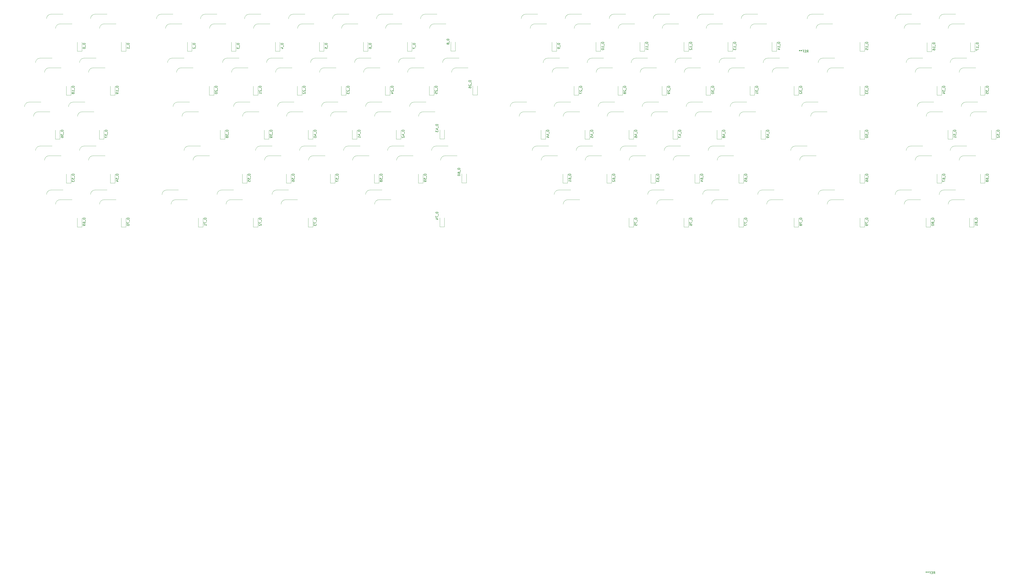
<source format=gbr>
G04 #@! TF.GenerationSoftware,KiCad,Pcbnew,8.0.1*
G04 #@! TF.CreationDate,2024-04-01T00:03:47+00:00*
G04 #@! TF.ProjectId,SplitSync,53706c69-7453-4796-9e63-2e6b69636164,rev?*
G04 #@! TF.SameCoordinates,Original*
G04 #@! TF.FileFunction,Legend,Bot*
G04 #@! TF.FilePolarity,Positive*
%FSLAX46Y46*%
G04 Gerber Fmt 4.6, Leading zero omitted, Abs format (unit mm)*
G04 Created by KiCad (PCBNEW 8.0.1) date 2024-04-01 00:03:47*
%MOMM*%
%LPD*%
G01*
G04 APERTURE LIST*
%ADD10C,0.150000*%
%ADD11C,0.120000*%
G04 APERTURE END LIST*
D10*
X425249583Y-164494819D02*
X425582916Y-164018628D01*
X425821011Y-164494819D02*
X425821011Y-163494819D01*
X425821011Y-163494819D02*
X425440059Y-163494819D01*
X425440059Y-163494819D02*
X425344821Y-163542438D01*
X425344821Y-163542438D02*
X425297202Y-163590057D01*
X425297202Y-163590057D02*
X425249583Y-163685295D01*
X425249583Y-163685295D02*
X425249583Y-163828152D01*
X425249583Y-163828152D02*
X425297202Y-163923390D01*
X425297202Y-163923390D02*
X425344821Y-163971009D01*
X425344821Y-163971009D02*
X425440059Y-164018628D01*
X425440059Y-164018628D02*
X425821011Y-164018628D01*
X424821011Y-163971009D02*
X424487678Y-163971009D01*
X424344821Y-164494819D02*
X424821011Y-164494819D01*
X424821011Y-164494819D02*
X424821011Y-163494819D01*
X424821011Y-163494819D02*
X424344821Y-163494819D01*
X423582916Y-163971009D02*
X423916249Y-163971009D01*
X423916249Y-164494819D02*
X423916249Y-163494819D01*
X423916249Y-163494819D02*
X423440059Y-163494819D01*
X422916249Y-163494819D02*
X422916249Y-163732914D01*
X423154344Y-163637676D02*
X422916249Y-163732914D01*
X422916249Y-163732914D02*
X422678154Y-163637676D01*
X423059106Y-163923390D02*
X422916249Y-163732914D01*
X422916249Y-163732914D02*
X422773392Y-163923390D01*
X422154344Y-163494819D02*
X422154344Y-163732914D01*
X422392439Y-163637676D02*
X422154344Y-163732914D01*
X422154344Y-163732914D02*
X421916249Y-163637676D01*
X422297201Y-163923390D02*
X422154344Y-163732914D01*
X422154344Y-163732914D02*
X422011487Y-163923390D01*
X480073137Y-390505888D02*
X480406470Y-390029697D01*
X480644565Y-390505888D02*
X480644565Y-389505888D01*
X480644565Y-389505888D02*
X480263613Y-389505888D01*
X480263613Y-389505888D02*
X480168375Y-389553507D01*
X480168375Y-389553507D02*
X480120756Y-389601126D01*
X480120756Y-389601126D02*
X480073137Y-389696364D01*
X480073137Y-389696364D02*
X480073137Y-389839221D01*
X480073137Y-389839221D02*
X480120756Y-389934459D01*
X480120756Y-389934459D02*
X480168375Y-389982078D01*
X480168375Y-389982078D02*
X480263613Y-390029697D01*
X480263613Y-390029697D02*
X480644565Y-390029697D01*
X479644565Y-389982078D02*
X479311232Y-389982078D01*
X479168375Y-390505888D02*
X479644565Y-390505888D01*
X479644565Y-390505888D02*
X479644565Y-389505888D01*
X479644565Y-389505888D02*
X479168375Y-389505888D01*
X478406470Y-389982078D02*
X478739803Y-389982078D01*
X478739803Y-390505888D02*
X478739803Y-389505888D01*
X478739803Y-389505888D02*
X478263613Y-389505888D01*
X477739803Y-389505888D02*
X477739803Y-389743983D01*
X477977898Y-389648745D02*
X477739803Y-389743983D01*
X477739803Y-389743983D02*
X477501708Y-389648745D01*
X477882660Y-389934459D02*
X477739803Y-389743983D01*
X477739803Y-389743983D02*
X477596946Y-389934459D01*
X476977898Y-389505888D02*
X476977898Y-389743983D01*
X477215993Y-389648745D02*
X476977898Y-389743983D01*
X476977898Y-389743983D02*
X476739803Y-389648745D01*
X477120755Y-389934459D02*
X476977898Y-389743983D01*
X476977898Y-389743983D02*
X476835041Y-389934459D01*
X404083569Y-179169762D02*
X403083569Y-179169762D01*
X403083569Y-179169762D02*
X403083569Y-179407857D01*
X403083569Y-179407857D02*
X403131188Y-179550714D01*
X403131188Y-179550714D02*
X403226426Y-179645952D01*
X403226426Y-179645952D02*
X403321664Y-179693571D01*
X403321664Y-179693571D02*
X403512140Y-179741190D01*
X403512140Y-179741190D02*
X403654997Y-179741190D01*
X403654997Y-179741190D02*
X403845473Y-179693571D01*
X403845473Y-179693571D02*
X403940711Y-179645952D01*
X403940711Y-179645952D02*
X404035950Y-179550714D01*
X404035950Y-179550714D02*
X404083569Y-179407857D01*
X404083569Y-179407857D02*
X404083569Y-179169762D01*
X404178807Y-179931667D02*
X404178807Y-180693571D01*
X403083569Y-180836429D02*
X403083569Y-181455476D01*
X403083569Y-181455476D02*
X403464521Y-181122143D01*
X403464521Y-181122143D02*
X403464521Y-181265000D01*
X403464521Y-181265000D02*
X403512140Y-181360238D01*
X403512140Y-181360238D02*
X403559759Y-181407857D01*
X403559759Y-181407857D02*
X403654997Y-181455476D01*
X403654997Y-181455476D02*
X403893092Y-181455476D01*
X403893092Y-181455476D02*
X403988330Y-181407857D01*
X403988330Y-181407857D02*
X404035950Y-181360238D01*
X404035950Y-181360238D02*
X404083569Y-181265000D01*
X404083569Y-181265000D02*
X404083569Y-180979286D01*
X404083569Y-180979286D02*
X404035950Y-180884048D01*
X404035950Y-180884048D02*
X403988330Y-180836429D01*
X404083569Y-182407857D02*
X404083569Y-181836429D01*
X404083569Y-182122143D02*
X403083569Y-182122143D01*
X403083569Y-182122143D02*
X403226426Y-182026905D01*
X403226426Y-182026905D02*
X403321664Y-181931667D01*
X403321664Y-181931667D02*
X403369283Y-181836429D01*
X160496319Y-160595952D02*
X159496319Y-160595952D01*
X159496319Y-160595952D02*
X159496319Y-160834047D01*
X159496319Y-160834047D02*
X159543938Y-160976904D01*
X159543938Y-160976904D02*
X159639176Y-161072142D01*
X159639176Y-161072142D02*
X159734414Y-161119761D01*
X159734414Y-161119761D02*
X159924890Y-161167380D01*
X159924890Y-161167380D02*
X160067747Y-161167380D01*
X160067747Y-161167380D02*
X160258223Y-161119761D01*
X160258223Y-161119761D02*
X160353461Y-161072142D01*
X160353461Y-161072142D02*
X160448700Y-160976904D01*
X160448700Y-160976904D02*
X160496319Y-160834047D01*
X160496319Y-160834047D02*
X160496319Y-160595952D01*
X160591557Y-161357857D02*
X160591557Y-162119761D01*
X159591557Y-162310238D02*
X159543938Y-162357857D01*
X159543938Y-162357857D02*
X159496319Y-162453095D01*
X159496319Y-162453095D02*
X159496319Y-162691190D01*
X159496319Y-162691190D02*
X159543938Y-162786428D01*
X159543938Y-162786428D02*
X159591557Y-162834047D01*
X159591557Y-162834047D02*
X159686795Y-162881666D01*
X159686795Y-162881666D02*
X159782033Y-162881666D01*
X159782033Y-162881666D02*
X159924890Y-162834047D01*
X159924890Y-162834047D02*
X160496319Y-162262619D01*
X160496319Y-162262619D02*
X160496319Y-162881666D01*
X346933569Y-179169762D02*
X345933569Y-179169762D01*
X345933569Y-179169762D02*
X345933569Y-179407857D01*
X345933569Y-179407857D02*
X345981188Y-179550714D01*
X345981188Y-179550714D02*
X346076426Y-179645952D01*
X346076426Y-179645952D02*
X346171664Y-179693571D01*
X346171664Y-179693571D02*
X346362140Y-179741190D01*
X346362140Y-179741190D02*
X346504997Y-179741190D01*
X346504997Y-179741190D02*
X346695473Y-179693571D01*
X346695473Y-179693571D02*
X346790711Y-179645952D01*
X346790711Y-179645952D02*
X346885950Y-179550714D01*
X346885950Y-179550714D02*
X346933569Y-179407857D01*
X346933569Y-179407857D02*
X346933569Y-179169762D01*
X347028807Y-179931667D02*
X347028807Y-180693571D01*
X346028807Y-180884048D02*
X345981188Y-180931667D01*
X345981188Y-180931667D02*
X345933569Y-181026905D01*
X345933569Y-181026905D02*
X345933569Y-181265000D01*
X345933569Y-181265000D02*
X345981188Y-181360238D01*
X345981188Y-181360238D02*
X346028807Y-181407857D01*
X346028807Y-181407857D02*
X346124045Y-181455476D01*
X346124045Y-181455476D02*
X346219283Y-181455476D01*
X346219283Y-181455476D02*
X346362140Y-181407857D01*
X346362140Y-181407857D02*
X346933569Y-180836429D01*
X346933569Y-180836429D02*
X346933569Y-181455476D01*
X346362140Y-182026905D02*
X346314521Y-181931667D01*
X346314521Y-181931667D02*
X346266902Y-181884048D01*
X346266902Y-181884048D02*
X346171664Y-181836429D01*
X346171664Y-181836429D02*
X346124045Y-181836429D01*
X346124045Y-181836429D02*
X346028807Y-181884048D01*
X346028807Y-181884048D02*
X345981188Y-181931667D01*
X345981188Y-181931667D02*
X345933569Y-182026905D01*
X345933569Y-182026905D02*
X345933569Y-182217381D01*
X345933569Y-182217381D02*
X345981188Y-182312619D01*
X345981188Y-182312619D02*
X346028807Y-182360238D01*
X346028807Y-182360238D02*
X346124045Y-182407857D01*
X346124045Y-182407857D02*
X346171664Y-182407857D01*
X346171664Y-182407857D02*
X346266902Y-182360238D01*
X346266902Y-182360238D02*
X346314521Y-182312619D01*
X346314521Y-182312619D02*
X346362140Y-182217381D01*
X346362140Y-182217381D02*
X346362140Y-182026905D01*
X346362140Y-182026905D02*
X346409759Y-181931667D01*
X346409759Y-181931667D02*
X346457378Y-181884048D01*
X346457378Y-181884048D02*
X346552616Y-181836429D01*
X346552616Y-181836429D02*
X346743092Y-181836429D01*
X346743092Y-181836429D02*
X346838330Y-181884048D01*
X346838330Y-181884048D02*
X346885950Y-181931667D01*
X346885950Y-181931667D02*
X346933569Y-182026905D01*
X346933569Y-182026905D02*
X346933569Y-182217381D01*
X346933569Y-182217381D02*
X346885950Y-182312619D01*
X346885950Y-182312619D02*
X346838330Y-182360238D01*
X346838330Y-182360238D02*
X346743092Y-182407857D01*
X346743092Y-182407857D02*
X346552616Y-182407857D01*
X346552616Y-182407857D02*
X346457378Y-182360238D01*
X346457378Y-182360238D02*
X346409759Y-182312619D01*
X346409759Y-182312619D02*
X346362140Y-182217381D01*
X108108819Y-179169762D02*
X107108819Y-179169762D01*
X107108819Y-179169762D02*
X107108819Y-179407857D01*
X107108819Y-179407857D02*
X107156438Y-179550714D01*
X107156438Y-179550714D02*
X107251676Y-179645952D01*
X107251676Y-179645952D02*
X107346914Y-179693571D01*
X107346914Y-179693571D02*
X107537390Y-179741190D01*
X107537390Y-179741190D02*
X107680247Y-179741190D01*
X107680247Y-179741190D02*
X107870723Y-179693571D01*
X107870723Y-179693571D02*
X107965961Y-179645952D01*
X107965961Y-179645952D02*
X108061200Y-179550714D01*
X108061200Y-179550714D02*
X108108819Y-179407857D01*
X108108819Y-179407857D02*
X108108819Y-179169762D01*
X108204057Y-179931667D02*
X108204057Y-180693571D01*
X108108819Y-181455476D02*
X108108819Y-180884048D01*
X108108819Y-181169762D02*
X107108819Y-181169762D01*
X107108819Y-181169762D02*
X107251676Y-181074524D01*
X107251676Y-181074524D02*
X107346914Y-180979286D01*
X107346914Y-180979286D02*
X107394533Y-180884048D01*
X107537390Y-182026905D02*
X107489771Y-181931667D01*
X107489771Y-181931667D02*
X107442152Y-181884048D01*
X107442152Y-181884048D02*
X107346914Y-181836429D01*
X107346914Y-181836429D02*
X107299295Y-181836429D01*
X107299295Y-181836429D02*
X107204057Y-181884048D01*
X107204057Y-181884048D02*
X107156438Y-181931667D01*
X107156438Y-181931667D02*
X107108819Y-182026905D01*
X107108819Y-182026905D02*
X107108819Y-182217381D01*
X107108819Y-182217381D02*
X107156438Y-182312619D01*
X107156438Y-182312619D02*
X107204057Y-182360238D01*
X107204057Y-182360238D02*
X107299295Y-182407857D01*
X107299295Y-182407857D02*
X107346914Y-182407857D01*
X107346914Y-182407857D02*
X107442152Y-182360238D01*
X107442152Y-182360238D02*
X107489771Y-182312619D01*
X107489771Y-182312619D02*
X107537390Y-182217381D01*
X107537390Y-182217381D02*
X107537390Y-182026905D01*
X107537390Y-182026905D02*
X107585009Y-181931667D01*
X107585009Y-181931667D02*
X107632628Y-181884048D01*
X107632628Y-181884048D02*
X107727866Y-181836429D01*
X107727866Y-181836429D02*
X107918342Y-181836429D01*
X107918342Y-181836429D02*
X108013580Y-181884048D01*
X108013580Y-181884048D02*
X108061200Y-181931667D01*
X108061200Y-181931667D02*
X108108819Y-182026905D01*
X108108819Y-182026905D02*
X108108819Y-182217381D01*
X108108819Y-182217381D02*
X108061200Y-182312619D01*
X108061200Y-182312619D02*
X108013580Y-182360238D01*
X108013580Y-182360238D02*
X107918342Y-182407857D01*
X107918342Y-182407857D02*
X107727866Y-182407857D01*
X107727866Y-182407857D02*
X107632628Y-182360238D01*
X107632628Y-182360238D02*
X107585009Y-182312619D01*
X107585009Y-182312619D02*
X107537390Y-182217381D01*
X375508569Y-160119762D02*
X374508569Y-160119762D01*
X374508569Y-160119762D02*
X374508569Y-160357857D01*
X374508569Y-160357857D02*
X374556188Y-160500714D01*
X374556188Y-160500714D02*
X374651426Y-160595952D01*
X374651426Y-160595952D02*
X374746664Y-160643571D01*
X374746664Y-160643571D02*
X374937140Y-160691190D01*
X374937140Y-160691190D02*
X375079997Y-160691190D01*
X375079997Y-160691190D02*
X375270473Y-160643571D01*
X375270473Y-160643571D02*
X375365711Y-160595952D01*
X375365711Y-160595952D02*
X375460950Y-160500714D01*
X375460950Y-160500714D02*
X375508569Y-160357857D01*
X375508569Y-160357857D02*
X375508569Y-160119762D01*
X375603807Y-160881667D02*
X375603807Y-161643571D01*
X375508569Y-162405476D02*
X375508569Y-161834048D01*
X375508569Y-162119762D02*
X374508569Y-162119762D01*
X374508569Y-162119762D02*
X374651426Y-162024524D01*
X374651426Y-162024524D02*
X374746664Y-161929286D01*
X374746664Y-161929286D02*
X374794283Y-161834048D01*
X374603807Y-162786429D02*
X374556188Y-162834048D01*
X374556188Y-162834048D02*
X374508569Y-162929286D01*
X374508569Y-162929286D02*
X374508569Y-163167381D01*
X374508569Y-163167381D02*
X374556188Y-163262619D01*
X374556188Y-163262619D02*
X374603807Y-163310238D01*
X374603807Y-163310238D02*
X374699045Y-163357857D01*
X374699045Y-163357857D02*
X374794283Y-163357857D01*
X374794283Y-163357857D02*
X374937140Y-163310238D01*
X374937140Y-163310238D02*
X375508569Y-162738810D01*
X375508569Y-162738810D02*
X375508569Y-163357857D01*
X127158819Y-217269762D02*
X126158819Y-217269762D01*
X126158819Y-217269762D02*
X126158819Y-217507857D01*
X126158819Y-217507857D02*
X126206438Y-217650714D01*
X126206438Y-217650714D02*
X126301676Y-217745952D01*
X126301676Y-217745952D02*
X126396914Y-217793571D01*
X126396914Y-217793571D02*
X126587390Y-217841190D01*
X126587390Y-217841190D02*
X126730247Y-217841190D01*
X126730247Y-217841190D02*
X126920723Y-217793571D01*
X126920723Y-217793571D02*
X127015961Y-217745952D01*
X127015961Y-217745952D02*
X127111200Y-217650714D01*
X127111200Y-217650714D02*
X127158819Y-217507857D01*
X127158819Y-217507857D02*
X127158819Y-217269762D01*
X127254057Y-218031667D02*
X127254057Y-218793571D01*
X126158819Y-219507857D02*
X126158819Y-219031667D01*
X126158819Y-219031667D02*
X126635009Y-218984048D01*
X126635009Y-218984048D02*
X126587390Y-219031667D01*
X126587390Y-219031667D02*
X126539771Y-219126905D01*
X126539771Y-219126905D02*
X126539771Y-219365000D01*
X126539771Y-219365000D02*
X126587390Y-219460238D01*
X126587390Y-219460238D02*
X126635009Y-219507857D01*
X126635009Y-219507857D02*
X126730247Y-219555476D01*
X126730247Y-219555476D02*
X126968342Y-219555476D01*
X126968342Y-219555476D02*
X127063580Y-219507857D01*
X127063580Y-219507857D02*
X127111200Y-219460238D01*
X127111200Y-219460238D02*
X127158819Y-219365000D01*
X127158819Y-219365000D02*
X127158819Y-219126905D01*
X127158819Y-219126905D02*
X127111200Y-219031667D01*
X127111200Y-219031667D02*
X127063580Y-218984048D01*
X126492152Y-220412619D02*
X127158819Y-220412619D01*
X126111200Y-220174524D02*
X126825485Y-219936429D01*
X126825485Y-219936429D02*
X126825485Y-220555476D01*
X365983569Y-179169762D02*
X364983569Y-179169762D01*
X364983569Y-179169762D02*
X364983569Y-179407857D01*
X364983569Y-179407857D02*
X365031188Y-179550714D01*
X365031188Y-179550714D02*
X365126426Y-179645952D01*
X365126426Y-179645952D02*
X365221664Y-179693571D01*
X365221664Y-179693571D02*
X365412140Y-179741190D01*
X365412140Y-179741190D02*
X365554997Y-179741190D01*
X365554997Y-179741190D02*
X365745473Y-179693571D01*
X365745473Y-179693571D02*
X365840711Y-179645952D01*
X365840711Y-179645952D02*
X365935950Y-179550714D01*
X365935950Y-179550714D02*
X365983569Y-179407857D01*
X365983569Y-179407857D02*
X365983569Y-179169762D01*
X366078807Y-179931667D02*
X366078807Y-180693571D01*
X365078807Y-180884048D02*
X365031188Y-180931667D01*
X365031188Y-180931667D02*
X364983569Y-181026905D01*
X364983569Y-181026905D02*
X364983569Y-181265000D01*
X364983569Y-181265000D02*
X365031188Y-181360238D01*
X365031188Y-181360238D02*
X365078807Y-181407857D01*
X365078807Y-181407857D02*
X365174045Y-181455476D01*
X365174045Y-181455476D02*
X365269283Y-181455476D01*
X365269283Y-181455476D02*
X365412140Y-181407857D01*
X365412140Y-181407857D02*
X365983569Y-180836429D01*
X365983569Y-180836429D02*
X365983569Y-181455476D01*
X365983569Y-181931667D02*
X365983569Y-182122143D01*
X365983569Y-182122143D02*
X365935950Y-182217381D01*
X365935950Y-182217381D02*
X365888330Y-182265000D01*
X365888330Y-182265000D02*
X365745473Y-182360238D01*
X365745473Y-182360238D02*
X365554997Y-182407857D01*
X365554997Y-182407857D02*
X365174045Y-182407857D01*
X365174045Y-182407857D02*
X365078807Y-182360238D01*
X365078807Y-182360238D02*
X365031188Y-182312619D01*
X365031188Y-182312619D02*
X364983569Y-182217381D01*
X364983569Y-182217381D02*
X364983569Y-182026905D01*
X364983569Y-182026905D02*
X365031188Y-181931667D01*
X365031188Y-181931667D02*
X365078807Y-181884048D01*
X365078807Y-181884048D02*
X365174045Y-181836429D01*
X365174045Y-181836429D02*
X365412140Y-181836429D01*
X365412140Y-181836429D02*
X365507378Y-181884048D01*
X365507378Y-181884048D02*
X365554997Y-181931667D01*
X365554997Y-181931667D02*
X365602616Y-182026905D01*
X365602616Y-182026905D02*
X365602616Y-182217381D01*
X365602616Y-182217381D02*
X365554997Y-182312619D01*
X365554997Y-182312619D02*
X365507378Y-182360238D01*
X365507378Y-182360238D02*
X365412140Y-182407857D01*
X112871319Y-160595952D02*
X111871319Y-160595952D01*
X111871319Y-160595952D02*
X111871319Y-160834047D01*
X111871319Y-160834047D02*
X111918938Y-160976904D01*
X111918938Y-160976904D02*
X112014176Y-161072142D01*
X112014176Y-161072142D02*
X112109414Y-161119761D01*
X112109414Y-161119761D02*
X112299890Y-161167380D01*
X112299890Y-161167380D02*
X112442747Y-161167380D01*
X112442747Y-161167380D02*
X112633223Y-161119761D01*
X112633223Y-161119761D02*
X112728461Y-161072142D01*
X112728461Y-161072142D02*
X112823700Y-160976904D01*
X112823700Y-160976904D02*
X112871319Y-160834047D01*
X112871319Y-160834047D02*
X112871319Y-160595952D01*
X112966557Y-161357857D02*
X112966557Y-162119761D01*
X111871319Y-162548333D02*
X111871319Y-162643571D01*
X111871319Y-162643571D02*
X111918938Y-162738809D01*
X111918938Y-162738809D02*
X111966557Y-162786428D01*
X111966557Y-162786428D02*
X112061795Y-162834047D01*
X112061795Y-162834047D02*
X112252271Y-162881666D01*
X112252271Y-162881666D02*
X112490366Y-162881666D01*
X112490366Y-162881666D02*
X112680842Y-162834047D01*
X112680842Y-162834047D02*
X112776080Y-162786428D01*
X112776080Y-162786428D02*
X112823700Y-162738809D01*
X112823700Y-162738809D02*
X112871319Y-162643571D01*
X112871319Y-162643571D02*
X112871319Y-162548333D01*
X112871319Y-162548333D02*
X112823700Y-162453095D01*
X112823700Y-162453095D02*
X112776080Y-162405476D01*
X112776080Y-162405476D02*
X112680842Y-162357857D01*
X112680842Y-162357857D02*
X112490366Y-162310238D01*
X112490366Y-162310238D02*
X112252271Y-162310238D01*
X112252271Y-162310238D02*
X112061795Y-162357857D01*
X112061795Y-162357857D02*
X111966557Y-162405476D01*
X111966557Y-162405476D02*
X111918938Y-162453095D01*
X111918938Y-162453095D02*
X111871319Y-162548333D01*
X451708569Y-217269762D02*
X450708569Y-217269762D01*
X450708569Y-217269762D02*
X450708569Y-217507857D01*
X450708569Y-217507857D02*
X450756188Y-217650714D01*
X450756188Y-217650714D02*
X450851426Y-217745952D01*
X450851426Y-217745952D02*
X450946664Y-217793571D01*
X450946664Y-217793571D02*
X451137140Y-217841190D01*
X451137140Y-217841190D02*
X451279997Y-217841190D01*
X451279997Y-217841190D02*
X451470473Y-217793571D01*
X451470473Y-217793571D02*
X451565711Y-217745952D01*
X451565711Y-217745952D02*
X451660950Y-217650714D01*
X451660950Y-217650714D02*
X451708569Y-217507857D01*
X451708569Y-217507857D02*
X451708569Y-217269762D01*
X451803807Y-218031667D02*
X451803807Y-218793571D01*
X450708569Y-219460238D02*
X450708569Y-219269762D01*
X450708569Y-219269762D02*
X450756188Y-219174524D01*
X450756188Y-219174524D02*
X450803807Y-219126905D01*
X450803807Y-219126905D02*
X450946664Y-219031667D01*
X450946664Y-219031667D02*
X451137140Y-218984048D01*
X451137140Y-218984048D02*
X451518092Y-218984048D01*
X451518092Y-218984048D02*
X451613330Y-219031667D01*
X451613330Y-219031667D02*
X451660950Y-219079286D01*
X451660950Y-219079286D02*
X451708569Y-219174524D01*
X451708569Y-219174524D02*
X451708569Y-219365000D01*
X451708569Y-219365000D02*
X451660950Y-219460238D01*
X451660950Y-219460238D02*
X451613330Y-219507857D01*
X451613330Y-219507857D02*
X451518092Y-219555476D01*
X451518092Y-219555476D02*
X451279997Y-219555476D01*
X451279997Y-219555476D02*
X451184759Y-219507857D01*
X451184759Y-219507857D02*
X451137140Y-219460238D01*
X451137140Y-219460238D02*
X451089521Y-219365000D01*
X451089521Y-219365000D02*
X451089521Y-219174524D01*
X451089521Y-219174524D02*
X451137140Y-219079286D01*
X451137140Y-219079286D02*
X451184759Y-219031667D01*
X451184759Y-219031667D02*
X451279997Y-218984048D01*
X450708569Y-220412619D02*
X450708569Y-220222143D01*
X450708569Y-220222143D02*
X450756188Y-220126905D01*
X450756188Y-220126905D02*
X450803807Y-220079286D01*
X450803807Y-220079286D02*
X450946664Y-219984048D01*
X450946664Y-219984048D02*
X451137140Y-219936429D01*
X451137140Y-219936429D02*
X451518092Y-219936429D01*
X451518092Y-219936429D02*
X451613330Y-219984048D01*
X451613330Y-219984048D02*
X451660950Y-220031667D01*
X451660950Y-220031667D02*
X451708569Y-220126905D01*
X451708569Y-220126905D02*
X451708569Y-220317381D01*
X451708569Y-220317381D02*
X451660950Y-220412619D01*
X451660950Y-220412619D02*
X451613330Y-220460238D01*
X451613330Y-220460238D02*
X451518092Y-220507857D01*
X451518092Y-220507857D02*
X451279997Y-220507857D01*
X451279997Y-220507857D02*
X451184759Y-220460238D01*
X451184759Y-220460238D02*
X451137140Y-220412619D01*
X451137140Y-220412619D02*
X451089521Y-220317381D01*
X451089521Y-220317381D02*
X451089521Y-220126905D01*
X451089521Y-220126905D02*
X451137140Y-220031667D01*
X451137140Y-220031667D02*
X451184759Y-219984048D01*
X451184759Y-219984048D02*
X451279997Y-219936429D01*
X212883819Y-198219762D02*
X211883819Y-198219762D01*
X211883819Y-198219762D02*
X211883819Y-198457857D01*
X211883819Y-198457857D02*
X211931438Y-198600714D01*
X211931438Y-198600714D02*
X212026676Y-198695952D01*
X212026676Y-198695952D02*
X212121914Y-198743571D01*
X212121914Y-198743571D02*
X212312390Y-198791190D01*
X212312390Y-198791190D02*
X212455247Y-198791190D01*
X212455247Y-198791190D02*
X212645723Y-198743571D01*
X212645723Y-198743571D02*
X212740961Y-198695952D01*
X212740961Y-198695952D02*
X212836200Y-198600714D01*
X212836200Y-198600714D02*
X212883819Y-198457857D01*
X212883819Y-198457857D02*
X212883819Y-198219762D01*
X212979057Y-198981667D02*
X212979057Y-199743571D01*
X212217152Y-200410238D02*
X212883819Y-200410238D01*
X211836200Y-200172143D02*
X212550485Y-199934048D01*
X212550485Y-199934048D02*
X212550485Y-200553095D01*
X211883819Y-201124524D02*
X211883819Y-201219762D01*
X211883819Y-201219762D02*
X211931438Y-201315000D01*
X211931438Y-201315000D02*
X211979057Y-201362619D01*
X211979057Y-201362619D02*
X212074295Y-201410238D01*
X212074295Y-201410238D02*
X212264771Y-201457857D01*
X212264771Y-201457857D02*
X212502866Y-201457857D01*
X212502866Y-201457857D02*
X212693342Y-201410238D01*
X212693342Y-201410238D02*
X212788580Y-201362619D01*
X212788580Y-201362619D02*
X212836200Y-201315000D01*
X212836200Y-201315000D02*
X212883819Y-201219762D01*
X212883819Y-201219762D02*
X212883819Y-201124524D01*
X212883819Y-201124524D02*
X212836200Y-201029286D01*
X212836200Y-201029286D02*
X212788580Y-200981667D01*
X212788580Y-200981667D02*
X212693342Y-200934048D01*
X212693342Y-200934048D02*
X212502866Y-200886429D01*
X212502866Y-200886429D02*
X212264771Y-200886429D01*
X212264771Y-200886429D02*
X212074295Y-200934048D01*
X212074295Y-200934048D02*
X211979057Y-200981667D01*
X211979057Y-200981667D02*
X211931438Y-201029286D01*
X211931438Y-201029286D02*
X211883819Y-201124524D01*
X423133569Y-236319762D02*
X422133569Y-236319762D01*
X422133569Y-236319762D02*
X422133569Y-236557857D01*
X422133569Y-236557857D02*
X422181188Y-236700714D01*
X422181188Y-236700714D02*
X422276426Y-236795952D01*
X422276426Y-236795952D02*
X422371664Y-236843571D01*
X422371664Y-236843571D02*
X422562140Y-236891190D01*
X422562140Y-236891190D02*
X422704997Y-236891190D01*
X422704997Y-236891190D02*
X422895473Y-236843571D01*
X422895473Y-236843571D02*
X422990711Y-236795952D01*
X422990711Y-236795952D02*
X423085950Y-236700714D01*
X423085950Y-236700714D02*
X423133569Y-236557857D01*
X423133569Y-236557857D02*
X423133569Y-236319762D01*
X423228807Y-237081667D02*
X423228807Y-237843571D01*
X422133569Y-237986429D02*
X422133569Y-238653095D01*
X422133569Y-238653095D02*
X423133569Y-238224524D01*
X422562140Y-239176905D02*
X422514521Y-239081667D01*
X422514521Y-239081667D02*
X422466902Y-239034048D01*
X422466902Y-239034048D02*
X422371664Y-238986429D01*
X422371664Y-238986429D02*
X422324045Y-238986429D01*
X422324045Y-238986429D02*
X422228807Y-239034048D01*
X422228807Y-239034048D02*
X422181188Y-239081667D01*
X422181188Y-239081667D02*
X422133569Y-239176905D01*
X422133569Y-239176905D02*
X422133569Y-239367381D01*
X422133569Y-239367381D02*
X422181188Y-239462619D01*
X422181188Y-239462619D02*
X422228807Y-239510238D01*
X422228807Y-239510238D02*
X422324045Y-239557857D01*
X422324045Y-239557857D02*
X422371664Y-239557857D01*
X422371664Y-239557857D02*
X422466902Y-239510238D01*
X422466902Y-239510238D02*
X422514521Y-239462619D01*
X422514521Y-239462619D02*
X422562140Y-239367381D01*
X422562140Y-239367381D02*
X422562140Y-239176905D01*
X422562140Y-239176905D02*
X422609759Y-239081667D01*
X422609759Y-239081667D02*
X422657378Y-239034048D01*
X422657378Y-239034048D02*
X422752616Y-238986429D01*
X422752616Y-238986429D02*
X422943092Y-238986429D01*
X422943092Y-238986429D02*
X423038330Y-239034048D01*
X423038330Y-239034048D02*
X423085950Y-239081667D01*
X423085950Y-239081667D02*
X423133569Y-239176905D01*
X423133569Y-239176905D02*
X423133569Y-239367381D01*
X423133569Y-239367381D02*
X423085950Y-239462619D01*
X423085950Y-239462619D02*
X423038330Y-239510238D01*
X423038330Y-239510238D02*
X422943092Y-239557857D01*
X422943092Y-239557857D02*
X422752616Y-239557857D01*
X422752616Y-239557857D02*
X422657378Y-239510238D01*
X422657378Y-239510238D02*
X422609759Y-239462619D01*
X422609759Y-239462619D02*
X422562140Y-239367381D01*
X250983819Y-198219762D02*
X249983819Y-198219762D01*
X249983819Y-198219762D02*
X249983819Y-198457857D01*
X249983819Y-198457857D02*
X250031438Y-198600714D01*
X250031438Y-198600714D02*
X250126676Y-198695952D01*
X250126676Y-198695952D02*
X250221914Y-198743571D01*
X250221914Y-198743571D02*
X250412390Y-198791190D01*
X250412390Y-198791190D02*
X250555247Y-198791190D01*
X250555247Y-198791190D02*
X250745723Y-198743571D01*
X250745723Y-198743571D02*
X250840961Y-198695952D01*
X250840961Y-198695952D02*
X250936200Y-198600714D01*
X250936200Y-198600714D02*
X250983819Y-198457857D01*
X250983819Y-198457857D02*
X250983819Y-198219762D01*
X251079057Y-198981667D02*
X251079057Y-199743571D01*
X250317152Y-200410238D02*
X250983819Y-200410238D01*
X249936200Y-200172143D02*
X250650485Y-199934048D01*
X250650485Y-199934048D02*
X250650485Y-200553095D01*
X250079057Y-200886429D02*
X250031438Y-200934048D01*
X250031438Y-200934048D02*
X249983819Y-201029286D01*
X249983819Y-201029286D02*
X249983819Y-201267381D01*
X249983819Y-201267381D02*
X250031438Y-201362619D01*
X250031438Y-201362619D02*
X250079057Y-201410238D01*
X250079057Y-201410238D02*
X250174295Y-201457857D01*
X250174295Y-201457857D02*
X250269533Y-201457857D01*
X250269533Y-201457857D02*
X250412390Y-201410238D01*
X250412390Y-201410238D02*
X250983819Y-200838810D01*
X250983819Y-200838810D02*
X250983819Y-201457857D01*
X279883819Y-176719762D02*
X278883819Y-176719762D01*
X278883819Y-176719762D02*
X278883819Y-176957857D01*
X278883819Y-176957857D02*
X278931438Y-177100714D01*
X278931438Y-177100714D02*
X279026676Y-177195952D01*
X279026676Y-177195952D02*
X279121914Y-177243571D01*
X279121914Y-177243571D02*
X279312390Y-177291190D01*
X279312390Y-177291190D02*
X279455247Y-177291190D01*
X279455247Y-177291190D02*
X279645723Y-177243571D01*
X279645723Y-177243571D02*
X279740961Y-177195952D01*
X279740961Y-177195952D02*
X279836200Y-177100714D01*
X279836200Y-177100714D02*
X279883819Y-176957857D01*
X279883819Y-176957857D02*
X279883819Y-176719762D01*
X279979057Y-177481667D02*
X279979057Y-178243571D01*
X278979057Y-178434048D02*
X278931438Y-178481667D01*
X278931438Y-178481667D02*
X278883819Y-178576905D01*
X278883819Y-178576905D02*
X278883819Y-178815000D01*
X278883819Y-178815000D02*
X278931438Y-178910238D01*
X278931438Y-178910238D02*
X278979057Y-178957857D01*
X278979057Y-178957857D02*
X279074295Y-179005476D01*
X279074295Y-179005476D02*
X279169533Y-179005476D01*
X279169533Y-179005476D02*
X279312390Y-178957857D01*
X279312390Y-178957857D02*
X279883819Y-178386429D01*
X279883819Y-178386429D02*
X279883819Y-179005476D01*
X278883819Y-179862619D02*
X278883819Y-179672143D01*
X278883819Y-179672143D02*
X278931438Y-179576905D01*
X278931438Y-179576905D02*
X278979057Y-179529286D01*
X278979057Y-179529286D02*
X279121914Y-179434048D01*
X279121914Y-179434048D02*
X279312390Y-179386429D01*
X279312390Y-179386429D02*
X279693342Y-179386429D01*
X279693342Y-179386429D02*
X279788580Y-179434048D01*
X279788580Y-179434048D02*
X279836200Y-179481667D01*
X279836200Y-179481667D02*
X279883819Y-179576905D01*
X279883819Y-179576905D02*
X279883819Y-179767381D01*
X279883819Y-179767381D02*
X279836200Y-179862619D01*
X279836200Y-179862619D02*
X279788580Y-179910238D01*
X279788580Y-179910238D02*
X279693342Y-179957857D01*
X279693342Y-179957857D02*
X279455247Y-179957857D01*
X279455247Y-179957857D02*
X279360009Y-179910238D01*
X279360009Y-179910238D02*
X279312390Y-179862619D01*
X279312390Y-179862619D02*
X279264771Y-179767381D01*
X279264771Y-179767381D02*
X279264771Y-179576905D01*
X279264771Y-179576905D02*
X279312390Y-179481667D01*
X279312390Y-179481667D02*
X279360009Y-179434048D01*
X279360009Y-179434048D02*
X279455247Y-179386429D01*
X408846069Y-198219762D02*
X407846069Y-198219762D01*
X407846069Y-198219762D02*
X407846069Y-198457857D01*
X407846069Y-198457857D02*
X407893688Y-198600714D01*
X407893688Y-198600714D02*
X407988926Y-198695952D01*
X407988926Y-198695952D02*
X408084164Y-198743571D01*
X408084164Y-198743571D02*
X408274640Y-198791190D01*
X408274640Y-198791190D02*
X408417497Y-198791190D01*
X408417497Y-198791190D02*
X408607973Y-198743571D01*
X408607973Y-198743571D02*
X408703211Y-198695952D01*
X408703211Y-198695952D02*
X408798450Y-198600714D01*
X408798450Y-198600714D02*
X408846069Y-198457857D01*
X408846069Y-198457857D02*
X408846069Y-198219762D01*
X408941307Y-198981667D02*
X408941307Y-199743571D01*
X408179402Y-200410238D02*
X408846069Y-200410238D01*
X407798450Y-200172143D02*
X408512735Y-199934048D01*
X408512735Y-199934048D02*
X408512735Y-200553095D01*
X408846069Y-200981667D02*
X408846069Y-201172143D01*
X408846069Y-201172143D02*
X408798450Y-201267381D01*
X408798450Y-201267381D02*
X408750830Y-201315000D01*
X408750830Y-201315000D02*
X408607973Y-201410238D01*
X408607973Y-201410238D02*
X408417497Y-201457857D01*
X408417497Y-201457857D02*
X408036545Y-201457857D01*
X408036545Y-201457857D02*
X407941307Y-201410238D01*
X407941307Y-201410238D02*
X407893688Y-201362619D01*
X407893688Y-201362619D02*
X407846069Y-201267381D01*
X407846069Y-201267381D02*
X407846069Y-201076905D01*
X407846069Y-201076905D02*
X407893688Y-200981667D01*
X407893688Y-200981667D02*
X407941307Y-200934048D01*
X407941307Y-200934048D02*
X408036545Y-200886429D01*
X408036545Y-200886429D02*
X408274640Y-200886429D01*
X408274640Y-200886429D02*
X408369878Y-200934048D01*
X408369878Y-200934048D02*
X408417497Y-200981667D01*
X408417497Y-200981667D02*
X408465116Y-201076905D01*
X408465116Y-201076905D02*
X408465116Y-201267381D01*
X408465116Y-201267381D02*
X408417497Y-201362619D01*
X408417497Y-201362619D02*
X408369878Y-201410238D01*
X408369878Y-201410238D02*
X408274640Y-201457857D01*
X112871319Y-236319762D02*
X111871319Y-236319762D01*
X111871319Y-236319762D02*
X111871319Y-236557857D01*
X111871319Y-236557857D02*
X111918938Y-236700714D01*
X111918938Y-236700714D02*
X112014176Y-236795952D01*
X112014176Y-236795952D02*
X112109414Y-236843571D01*
X112109414Y-236843571D02*
X112299890Y-236891190D01*
X112299890Y-236891190D02*
X112442747Y-236891190D01*
X112442747Y-236891190D02*
X112633223Y-236843571D01*
X112633223Y-236843571D02*
X112728461Y-236795952D01*
X112728461Y-236795952D02*
X112823700Y-236700714D01*
X112823700Y-236700714D02*
X112871319Y-236557857D01*
X112871319Y-236557857D02*
X112871319Y-236319762D01*
X112966557Y-237081667D02*
X112966557Y-237843571D01*
X111871319Y-238510238D02*
X111871319Y-238319762D01*
X111871319Y-238319762D02*
X111918938Y-238224524D01*
X111918938Y-238224524D02*
X111966557Y-238176905D01*
X111966557Y-238176905D02*
X112109414Y-238081667D01*
X112109414Y-238081667D02*
X112299890Y-238034048D01*
X112299890Y-238034048D02*
X112680842Y-238034048D01*
X112680842Y-238034048D02*
X112776080Y-238081667D01*
X112776080Y-238081667D02*
X112823700Y-238129286D01*
X112823700Y-238129286D02*
X112871319Y-238224524D01*
X112871319Y-238224524D02*
X112871319Y-238415000D01*
X112871319Y-238415000D02*
X112823700Y-238510238D01*
X112823700Y-238510238D02*
X112776080Y-238557857D01*
X112776080Y-238557857D02*
X112680842Y-238605476D01*
X112680842Y-238605476D02*
X112442747Y-238605476D01*
X112442747Y-238605476D02*
X112347509Y-238557857D01*
X112347509Y-238557857D02*
X112299890Y-238510238D01*
X112299890Y-238510238D02*
X112252271Y-238415000D01*
X112252271Y-238415000D02*
X112252271Y-238224524D01*
X112252271Y-238224524D02*
X112299890Y-238129286D01*
X112299890Y-238129286D02*
X112347509Y-238081667D01*
X112347509Y-238081667D02*
X112442747Y-238034048D01*
X112871319Y-239081667D02*
X112871319Y-239272143D01*
X112871319Y-239272143D02*
X112823700Y-239367381D01*
X112823700Y-239367381D02*
X112776080Y-239415000D01*
X112776080Y-239415000D02*
X112633223Y-239510238D01*
X112633223Y-239510238D02*
X112442747Y-239557857D01*
X112442747Y-239557857D02*
X112061795Y-239557857D01*
X112061795Y-239557857D02*
X111966557Y-239510238D01*
X111966557Y-239510238D02*
X111918938Y-239462619D01*
X111918938Y-239462619D02*
X111871319Y-239367381D01*
X111871319Y-239367381D02*
X111871319Y-239176905D01*
X111871319Y-239176905D02*
X111918938Y-239081667D01*
X111918938Y-239081667D02*
X111966557Y-239034048D01*
X111966557Y-239034048D02*
X112061795Y-238986429D01*
X112061795Y-238986429D02*
X112299890Y-238986429D01*
X112299890Y-238986429D02*
X112395128Y-239034048D01*
X112395128Y-239034048D02*
X112442747Y-239081667D01*
X112442747Y-239081667D02*
X112490366Y-239176905D01*
X112490366Y-239176905D02*
X112490366Y-239367381D01*
X112490366Y-239367381D02*
X112442747Y-239462619D01*
X112442747Y-239462619D02*
X112395128Y-239510238D01*
X112395128Y-239510238D02*
X112299890Y-239557857D01*
X198596319Y-160595952D02*
X197596319Y-160595952D01*
X197596319Y-160595952D02*
X197596319Y-160834047D01*
X197596319Y-160834047D02*
X197643938Y-160976904D01*
X197643938Y-160976904D02*
X197739176Y-161072142D01*
X197739176Y-161072142D02*
X197834414Y-161119761D01*
X197834414Y-161119761D02*
X198024890Y-161167380D01*
X198024890Y-161167380D02*
X198167747Y-161167380D01*
X198167747Y-161167380D02*
X198358223Y-161119761D01*
X198358223Y-161119761D02*
X198453461Y-161072142D01*
X198453461Y-161072142D02*
X198548700Y-160976904D01*
X198548700Y-160976904D02*
X198596319Y-160834047D01*
X198596319Y-160834047D02*
X198596319Y-160595952D01*
X198691557Y-161357857D02*
X198691557Y-162119761D01*
X197929652Y-162786428D02*
X198596319Y-162786428D01*
X197548700Y-162548333D02*
X198262985Y-162310238D01*
X198262985Y-162310238D02*
X198262985Y-162929285D01*
X451708569Y-198219762D02*
X450708569Y-198219762D01*
X450708569Y-198219762D02*
X450708569Y-198457857D01*
X450708569Y-198457857D02*
X450756188Y-198600714D01*
X450756188Y-198600714D02*
X450851426Y-198695952D01*
X450851426Y-198695952D02*
X450946664Y-198743571D01*
X450946664Y-198743571D02*
X451137140Y-198791190D01*
X451137140Y-198791190D02*
X451279997Y-198791190D01*
X451279997Y-198791190D02*
X451470473Y-198743571D01*
X451470473Y-198743571D02*
X451565711Y-198695952D01*
X451565711Y-198695952D02*
X451660950Y-198600714D01*
X451660950Y-198600714D02*
X451708569Y-198457857D01*
X451708569Y-198457857D02*
X451708569Y-198219762D01*
X451803807Y-198981667D02*
X451803807Y-199743571D01*
X450708569Y-200457857D02*
X450708569Y-199981667D01*
X450708569Y-199981667D02*
X451184759Y-199934048D01*
X451184759Y-199934048D02*
X451137140Y-199981667D01*
X451137140Y-199981667D02*
X451089521Y-200076905D01*
X451089521Y-200076905D02*
X451089521Y-200315000D01*
X451089521Y-200315000D02*
X451137140Y-200410238D01*
X451137140Y-200410238D02*
X451184759Y-200457857D01*
X451184759Y-200457857D02*
X451279997Y-200505476D01*
X451279997Y-200505476D02*
X451518092Y-200505476D01*
X451518092Y-200505476D02*
X451613330Y-200457857D01*
X451613330Y-200457857D02*
X451660950Y-200410238D01*
X451660950Y-200410238D02*
X451708569Y-200315000D01*
X451708569Y-200315000D02*
X451708569Y-200076905D01*
X451708569Y-200076905D02*
X451660950Y-199981667D01*
X451660950Y-199981667D02*
X451613330Y-199934048D01*
X450708569Y-201124524D02*
X450708569Y-201219762D01*
X450708569Y-201219762D02*
X450756188Y-201315000D01*
X450756188Y-201315000D02*
X450803807Y-201362619D01*
X450803807Y-201362619D02*
X450899045Y-201410238D01*
X450899045Y-201410238D02*
X451089521Y-201457857D01*
X451089521Y-201457857D02*
X451327616Y-201457857D01*
X451327616Y-201457857D02*
X451518092Y-201410238D01*
X451518092Y-201410238D02*
X451613330Y-201362619D01*
X451613330Y-201362619D02*
X451660950Y-201315000D01*
X451660950Y-201315000D02*
X451708569Y-201219762D01*
X451708569Y-201219762D02*
X451708569Y-201124524D01*
X451708569Y-201124524D02*
X451660950Y-201029286D01*
X451660950Y-201029286D02*
X451613330Y-200981667D01*
X451613330Y-200981667D02*
X451518092Y-200934048D01*
X451518092Y-200934048D02*
X451327616Y-200886429D01*
X451327616Y-200886429D02*
X451089521Y-200886429D01*
X451089521Y-200886429D02*
X450899045Y-200934048D01*
X450899045Y-200934048D02*
X450803807Y-200981667D01*
X450803807Y-200981667D02*
X450756188Y-201029286D01*
X450756188Y-201029286D02*
X450708569Y-201124524D01*
X351696069Y-236319762D02*
X350696069Y-236319762D01*
X350696069Y-236319762D02*
X350696069Y-236557857D01*
X350696069Y-236557857D02*
X350743688Y-236700714D01*
X350743688Y-236700714D02*
X350838926Y-236795952D01*
X350838926Y-236795952D02*
X350934164Y-236843571D01*
X350934164Y-236843571D02*
X351124640Y-236891190D01*
X351124640Y-236891190D02*
X351267497Y-236891190D01*
X351267497Y-236891190D02*
X351457973Y-236843571D01*
X351457973Y-236843571D02*
X351553211Y-236795952D01*
X351553211Y-236795952D02*
X351648450Y-236700714D01*
X351648450Y-236700714D02*
X351696069Y-236557857D01*
X351696069Y-236557857D02*
X351696069Y-236319762D01*
X351791307Y-237081667D02*
X351791307Y-237843571D01*
X350696069Y-237986429D02*
X350696069Y-238653095D01*
X350696069Y-238653095D02*
X351696069Y-238224524D01*
X350696069Y-239510238D02*
X350696069Y-239034048D01*
X350696069Y-239034048D02*
X351172259Y-238986429D01*
X351172259Y-238986429D02*
X351124640Y-239034048D01*
X351124640Y-239034048D02*
X351077021Y-239129286D01*
X351077021Y-239129286D02*
X351077021Y-239367381D01*
X351077021Y-239367381D02*
X351124640Y-239462619D01*
X351124640Y-239462619D02*
X351172259Y-239510238D01*
X351172259Y-239510238D02*
X351267497Y-239557857D01*
X351267497Y-239557857D02*
X351505592Y-239557857D01*
X351505592Y-239557857D02*
X351600830Y-239510238D01*
X351600830Y-239510238D02*
X351648450Y-239462619D01*
X351648450Y-239462619D02*
X351696069Y-239367381D01*
X351696069Y-239367381D02*
X351696069Y-239129286D01*
X351696069Y-239129286D02*
X351648450Y-239034048D01*
X351648450Y-239034048D02*
X351600830Y-238986429D01*
X189071319Y-236319762D02*
X188071319Y-236319762D01*
X188071319Y-236319762D02*
X188071319Y-236557857D01*
X188071319Y-236557857D02*
X188118938Y-236700714D01*
X188118938Y-236700714D02*
X188214176Y-236795952D01*
X188214176Y-236795952D02*
X188309414Y-236843571D01*
X188309414Y-236843571D02*
X188499890Y-236891190D01*
X188499890Y-236891190D02*
X188642747Y-236891190D01*
X188642747Y-236891190D02*
X188833223Y-236843571D01*
X188833223Y-236843571D02*
X188928461Y-236795952D01*
X188928461Y-236795952D02*
X189023700Y-236700714D01*
X189023700Y-236700714D02*
X189071319Y-236557857D01*
X189071319Y-236557857D02*
X189071319Y-236319762D01*
X189166557Y-237081667D02*
X189166557Y-237843571D01*
X188071319Y-237986429D02*
X188071319Y-238653095D01*
X188071319Y-238653095D02*
X189071319Y-238224524D01*
X188166557Y-238986429D02*
X188118938Y-239034048D01*
X188118938Y-239034048D02*
X188071319Y-239129286D01*
X188071319Y-239129286D02*
X188071319Y-239367381D01*
X188071319Y-239367381D02*
X188118938Y-239462619D01*
X188118938Y-239462619D02*
X188166557Y-239510238D01*
X188166557Y-239510238D02*
X188261795Y-239557857D01*
X188261795Y-239557857D02*
X188357033Y-239557857D01*
X188357033Y-239557857D02*
X188499890Y-239510238D01*
X188499890Y-239510238D02*
X189071319Y-238938810D01*
X189071319Y-238938810D02*
X189071319Y-239557857D01*
X236696319Y-160595952D02*
X235696319Y-160595952D01*
X235696319Y-160595952D02*
X235696319Y-160834047D01*
X235696319Y-160834047D02*
X235743938Y-160976904D01*
X235743938Y-160976904D02*
X235839176Y-161072142D01*
X235839176Y-161072142D02*
X235934414Y-161119761D01*
X235934414Y-161119761D02*
X236124890Y-161167380D01*
X236124890Y-161167380D02*
X236267747Y-161167380D01*
X236267747Y-161167380D02*
X236458223Y-161119761D01*
X236458223Y-161119761D02*
X236553461Y-161072142D01*
X236553461Y-161072142D02*
X236648700Y-160976904D01*
X236648700Y-160976904D02*
X236696319Y-160834047D01*
X236696319Y-160834047D02*
X236696319Y-160595952D01*
X236791557Y-161357857D02*
X236791557Y-162119761D01*
X235696319Y-162786428D02*
X235696319Y-162595952D01*
X235696319Y-162595952D02*
X235743938Y-162500714D01*
X235743938Y-162500714D02*
X235791557Y-162453095D01*
X235791557Y-162453095D02*
X235934414Y-162357857D01*
X235934414Y-162357857D02*
X236124890Y-162310238D01*
X236124890Y-162310238D02*
X236505842Y-162310238D01*
X236505842Y-162310238D02*
X236601080Y-162357857D01*
X236601080Y-162357857D02*
X236648700Y-162405476D01*
X236648700Y-162405476D02*
X236696319Y-162500714D01*
X236696319Y-162500714D02*
X236696319Y-162691190D01*
X236696319Y-162691190D02*
X236648700Y-162786428D01*
X236648700Y-162786428D02*
X236601080Y-162834047D01*
X236601080Y-162834047D02*
X236505842Y-162881666D01*
X236505842Y-162881666D02*
X236267747Y-162881666D01*
X236267747Y-162881666D02*
X236172509Y-162834047D01*
X236172509Y-162834047D02*
X236124890Y-162786428D01*
X236124890Y-162786428D02*
X236077271Y-162691190D01*
X236077271Y-162691190D02*
X236077271Y-162500714D01*
X236077271Y-162500714D02*
X236124890Y-162405476D01*
X236124890Y-162405476D02*
X236172509Y-162357857D01*
X236172509Y-162357857D02*
X236267747Y-162310238D01*
X246221319Y-179169762D02*
X245221319Y-179169762D01*
X245221319Y-179169762D02*
X245221319Y-179407857D01*
X245221319Y-179407857D02*
X245268938Y-179550714D01*
X245268938Y-179550714D02*
X245364176Y-179645952D01*
X245364176Y-179645952D02*
X245459414Y-179693571D01*
X245459414Y-179693571D02*
X245649890Y-179741190D01*
X245649890Y-179741190D02*
X245792747Y-179741190D01*
X245792747Y-179741190D02*
X245983223Y-179693571D01*
X245983223Y-179693571D02*
X246078461Y-179645952D01*
X246078461Y-179645952D02*
X246173700Y-179550714D01*
X246173700Y-179550714D02*
X246221319Y-179407857D01*
X246221319Y-179407857D02*
X246221319Y-179169762D01*
X246316557Y-179931667D02*
X246316557Y-180693571D01*
X245316557Y-180884048D02*
X245268938Y-180931667D01*
X245268938Y-180931667D02*
X245221319Y-181026905D01*
X245221319Y-181026905D02*
X245221319Y-181265000D01*
X245221319Y-181265000D02*
X245268938Y-181360238D01*
X245268938Y-181360238D02*
X245316557Y-181407857D01*
X245316557Y-181407857D02*
X245411795Y-181455476D01*
X245411795Y-181455476D02*
X245507033Y-181455476D01*
X245507033Y-181455476D02*
X245649890Y-181407857D01*
X245649890Y-181407857D02*
X246221319Y-180836429D01*
X246221319Y-180836429D02*
X246221319Y-181455476D01*
X245554652Y-182312619D02*
X246221319Y-182312619D01*
X245173700Y-182074524D02*
X245887985Y-181836429D01*
X245887985Y-181836429D02*
X245887985Y-182455476D01*
X212883819Y-236319762D02*
X211883819Y-236319762D01*
X211883819Y-236319762D02*
X211883819Y-236557857D01*
X211883819Y-236557857D02*
X211931438Y-236700714D01*
X211931438Y-236700714D02*
X212026676Y-236795952D01*
X212026676Y-236795952D02*
X212121914Y-236843571D01*
X212121914Y-236843571D02*
X212312390Y-236891190D01*
X212312390Y-236891190D02*
X212455247Y-236891190D01*
X212455247Y-236891190D02*
X212645723Y-236843571D01*
X212645723Y-236843571D02*
X212740961Y-236795952D01*
X212740961Y-236795952D02*
X212836200Y-236700714D01*
X212836200Y-236700714D02*
X212883819Y-236557857D01*
X212883819Y-236557857D02*
X212883819Y-236319762D01*
X212979057Y-237081667D02*
X212979057Y-237843571D01*
X211883819Y-237986429D02*
X211883819Y-238653095D01*
X211883819Y-238653095D02*
X212883819Y-238224524D01*
X211883819Y-238938810D02*
X211883819Y-239557857D01*
X211883819Y-239557857D02*
X212264771Y-239224524D01*
X212264771Y-239224524D02*
X212264771Y-239367381D01*
X212264771Y-239367381D02*
X212312390Y-239462619D01*
X212312390Y-239462619D02*
X212360009Y-239510238D01*
X212360009Y-239510238D02*
X212455247Y-239557857D01*
X212455247Y-239557857D02*
X212693342Y-239557857D01*
X212693342Y-239557857D02*
X212788580Y-239510238D01*
X212788580Y-239510238D02*
X212836200Y-239462619D01*
X212836200Y-239462619D02*
X212883819Y-239367381D01*
X212883819Y-239367381D02*
X212883819Y-239081667D01*
X212883819Y-239081667D02*
X212836200Y-238986429D01*
X212836200Y-238986429D02*
X212788580Y-238938810D01*
X480733819Y-160319762D02*
X479733819Y-160319762D01*
X479733819Y-160319762D02*
X479733819Y-160557857D01*
X479733819Y-160557857D02*
X479781438Y-160700714D01*
X479781438Y-160700714D02*
X479876676Y-160795952D01*
X479876676Y-160795952D02*
X479971914Y-160843571D01*
X479971914Y-160843571D02*
X480162390Y-160891190D01*
X480162390Y-160891190D02*
X480305247Y-160891190D01*
X480305247Y-160891190D02*
X480495723Y-160843571D01*
X480495723Y-160843571D02*
X480590961Y-160795952D01*
X480590961Y-160795952D02*
X480686200Y-160700714D01*
X480686200Y-160700714D02*
X480733819Y-160557857D01*
X480733819Y-160557857D02*
X480733819Y-160319762D01*
X480829057Y-161081667D02*
X480829057Y-161843571D01*
X480733819Y-162605476D02*
X480733819Y-162034048D01*
X480733819Y-162319762D02*
X479733819Y-162319762D01*
X479733819Y-162319762D02*
X479876676Y-162224524D01*
X479876676Y-162224524D02*
X479971914Y-162129286D01*
X479971914Y-162129286D02*
X480019533Y-162034048D01*
X479733819Y-163462619D02*
X479733819Y-163272143D01*
X479733819Y-163272143D02*
X479781438Y-163176905D01*
X479781438Y-163176905D02*
X479829057Y-163129286D01*
X479829057Y-163129286D02*
X479971914Y-163034048D01*
X479971914Y-163034048D02*
X480162390Y-162986429D01*
X480162390Y-162986429D02*
X480543342Y-162986429D01*
X480543342Y-162986429D02*
X480638580Y-163034048D01*
X480638580Y-163034048D02*
X480686200Y-163081667D01*
X480686200Y-163081667D02*
X480733819Y-163176905D01*
X480733819Y-163176905D02*
X480733819Y-163367381D01*
X480733819Y-163367381D02*
X480686200Y-163462619D01*
X480686200Y-163462619D02*
X480638580Y-163510238D01*
X480638580Y-163510238D02*
X480543342Y-163557857D01*
X480543342Y-163557857D02*
X480305247Y-163557857D01*
X480305247Y-163557857D02*
X480210009Y-163510238D01*
X480210009Y-163510238D02*
X480162390Y-163462619D01*
X480162390Y-163462619D02*
X480114771Y-163367381D01*
X480114771Y-163367381D02*
X480114771Y-163176905D01*
X480114771Y-163176905D02*
X480162390Y-163081667D01*
X480162390Y-163081667D02*
X480210009Y-163034048D01*
X480210009Y-163034048D02*
X480305247Y-162986429D01*
X170021319Y-179169762D02*
X169021319Y-179169762D01*
X169021319Y-179169762D02*
X169021319Y-179407857D01*
X169021319Y-179407857D02*
X169068938Y-179550714D01*
X169068938Y-179550714D02*
X169164176Y-179645952D01*
X169164176Y-179645952D02*
X169259414Y-179693571D01*
X169259414Y-179693571D02*
X169449890Y-179741190D01*
X169449890Y-179741190D02*
X169592747Y-179741190D01*
X169592747Y-179741190D02*
X169783223Y-179693571D01*
X169783223Y-179693571D02*
X169878461Y-179645952D01*
X169878461Y-179645952D02*
X169973700Y-179550714D01*
X169973700Y-179550714D02*
X170021319Y-179407857D01*
X170021319Y-179407857D02*
X170021319Y-179169762D01*
X170116557Y-179931667D02*
X170116557Y-180693571D01*
X169116557Y-180884048D02*
X169068938Y-180931667D01*
X169068938Y-180931667D02*
X169021319Y-181026905D01*
X169021319Y-181026905D02*
X169021319Y-181265000D01*
X169021319Y-181265000D02*
X169068938Y-181360238D01*
X169068938Y-181360238D02*
X169116557Y-181407857D01*
X169116557Y-181407857D02*
X169211795Y-181455476D01*
X169211795Y-181455476D02*
X169307033Y-181455476D01*
X169307033Y-181455476D02*
X169449890Y-181407857D01*
X169449890Y-181407857D02*
X170021319Y-180836429D01*
X170021319Y-180836429D02*
X170021319Y-181455476D01*
X169021319Y-182074524D02*
X169021319Y-182169762D01*
X169021319Y-182169762D02*
X169068938Y-182265000D01*
X169068938Y-182265000D02*
X169116557Y-182312619D01*
X169116557Y-182312619D02*
X169211795Y-182360238D01*
X169211795Y-182360238D02*
X169402271Y-182407857D01*
X169402271Y-182407857D02*
X169640366Y-182407857D01*
X169640366Y-182407857D02*
X169830842Y-182360238D01*
X169830842Y-182360238D02*
X169926080Y-182312619D01*
X169926080Y-182312619D02*
X169973700Y-182265000D01*
X169973700Y-182265000D02*
X170021319Y-182169762D01*
X170021319Y-182169762D02*
X170021319Y-182074524D01*
X170021319Y-182074524D02*
X169973700Y-181979286D01*
X169973700Y-181979286D02*
X169926080Y-181931667D01*
X169926080Y-181931667D02*
X169830842Y-181884048D01*
X169830842Y-181884048D02*
X169640366Y-181836429D01*
X169640366Y-181836429D02*
X169402271Y-181836429D01*
X169402271Y-181836429D02*
X169211795Y-181884048D01*
X169211795Y-181884048D02*
X169116557Y-181931667D01*
X169116557Y-181931667D02*
X169068938Y-181979286D01*
X169068938Y-181979286D02*
X169021319Y-182074524D01*
X380271069Y-217269762D02*
X379271069Y-217269762D01*
X379271069Y-217269762D02*
X379271069Y-217507857D01*
X379271069Y-217507857D02*
X379318688Y-217650714D01*
X379318688Y-217650714D02*
X379413926Y-217745952D01*
X379413926Y-217745952D02*
X379509164Y-217793571D01*
X379509164Y-217793571D02*
X379699640Y-217841190D01*
X379699640Y-217841190D02*
X379842497Y-217841190D01*
X379842497Y-217841190D02*
X380032973Y-217793571D01*
X380032973Y-217793571D02*
X380128211Y-217745952D01*
X380128211Y-217745952D02*
X380223450Y-217650714D01*
X380223450Y-217650714D02*
X380271069Y-217507857D01*
X380271069Y-217507857D02*
X380271069Y-217269762D01*
X380366307Y-218031667D02*
X380366307Y-218793571D01*
X379271069Y-219460238D02*
X379271069Y-219269762D01*
X379271069Y-219269762D02*
X379318688Y-219174524D01*
X379318688Y-219174524D02*
X379366307Y-219126905D01*
X379366307Y-219126905D02*
X379509164Y-219031667D01*
X379509164Y-219031667D02*
X379699640Y-218984048D01*
X379699640Y-218984048D02*
X380080592Y-218984048D01*
X380080592Y-218984048D02*
X380175830Y-219031667D01*
X380175830Y-219031667D02*
X380223450Y-219079286D01*
X380223450Y-219079286D02*
X380271069Y-219174524D01*
X380271069Y-219174524D02*
X380271069Y-219365000D01*
X380271069Y-219365000D02*
X380223450Y-219460238D01*
X380223450Y-219460238D02*
X380175830Y-219507857D01*
X380175830Y-219507857D02*
X380080592Y-219555476D01*
X380080592Y-219555476D02*
X379842497Y-219555476D01*
X379842497Y-219555476D02*
X379747259Y-219507857D01*
X379747259Y-219507857D02*
X379699640Y-219460238D01*
X379699640Y-219460238D02*
X379652021Y-219365000D01*
X379652021Y-219365000D02*
X379652021Y-219174524D01*
X379652021Y-219174524D02*
X379699640Y-219079286D01*
X379699640Y-219079286D02*
X379747259Y-219031667D01*
X379747259Y-219031667D02*
X379842497Y-218984048D01*
X379604402Y-220412619D02*
X380271069Y-220412619D01*
X379223450Y-220174524D02*
X379937735Y-219936429D01*
X379937735Y-219936429D02*
X379937735Y-220555476D01*
X342171069Y-217269762D02*
X341171069Y-217269762D01*
X341171069Y-217269762D02*
X341171069Y-217507857D01*
X341171069Y-217507857D02*
X341218688Y-217650714D01*
X341218688Y-217650714D02*
X341313926Y-217745952D01*
X341313926Y-217745952D02*
X341409164Y-217793571D01*
X341409164Y-217793571D02*
X341599640Y-217841190D01*
X341599640Y-217841190D02*
X341742497Y-217841190D01*
X341742497Y-217841190D02*
X341932973Y-217793571D01*
X341932973Y-217793571D02*
X342028211Y-217745952D01*
X342028211Y-217745952D02*
X342123450Y-217650714D01*
X342123450Y-217650714D02*
X342171069Y-217507857D01*
X342171069Y-217507857D02*
X342171069Y-217269762D01*
X342266307Y-218031667D02*
X342266307Y-218793571D01*
X341171069Y-219460238D02*
X341171069Y-219269762D01*
X341171069Y-219269762D02*
X341218688Y-219174524D01*
X341218688Y-219174524D02*
X341266307Y-219126905D01*
X341266307Y-219126905D02*
X341409164Y-219031667D01*
X341409164Y-219031667D02*
X341599640Y-218984048D01*
X341599640Y-218984048D02*
X341980592Y-218984048D01*
X341980592Y-218984048D02*
X342075830Y-219031667D01*
X342075830Y-219031667D02*
X342123450Y-219079286D01*
X342123450Y-219079286D02*
X342171069Y-219174524D01*
X342171069Y-219174524D02*
X342171069Y-219365000D01*
X342171069Y-219365000D02*
X342123450Y-219460238D01*
X342123450Y-219460238D02*
X342075830Y-219507857D01*
X342075830Y-219507857D02*
X341980592Y-219555476D01*
X341980592Y-219555476D02*
X341742497Y-219555476D01*
X341742497Y-219555476D02*
X341647259Y-219507857D01*
X341647259Y-219507857D02*
X341599640Y-219460238D01*
X341599640Y-219460238D02*
X341552021Y-219365000D01*
X341552021Y-219365000D02*
X341552021Y-219174524D01*
X341552021Y-219174524D02*
X341599640Y-219079286D01*
X341599640Y-219079286D02*
X341647259Y-219031667D01*
X341647259Y-219031667D02*
X341742497Y-218984048D01*
X341266307Y-219936429D02*
X341218688Y-219984048D01*
X341218688Y-219984048D02*
X341171069Y-220079286D01*
X341171069Y-220079286D02*
X341171069Y-220317381D01*
X341171069Y-220317381D02*
X341218688Y-220412619D01*
X341218688Y-220412619D02*
X341266307Y-220460238D01*
X341266307Y-220460238D02*
X341361545Y-220507857D01*
X341361545Y-220507857D02*
X341456783Y-220507857D01*
X341456783Y-220507857D02*
X341599640Y-220460238D01*
X341599640Y-220460238D02*
X342171069Y-219888810D01*
X342171069Y-219888810D02*
X342171069Y-220507857D01*
X127158819Y-179169762D02*
X126158819Y-179169762D01*
X126158819Y-179169762D02*
X126158819Y-179407857D01*
X126158819Y-179407857D02*
X126206438Y-179550714D01*
X126206438Y-179550714D02*
X126301676Y-179645952D01*
X126301676Y-179645952D02*
X126396914Y-179693571D01*
X126396914Y-179693571D02*
X126587390Y-179741190D01*
X126587390Y-179741190D02*
X126730247Y-179741190D01*
X126730247Y-179741190D02*
X126920723Y-179693571D01*
X126920723Y-179693571D02*
X127015961Y-179645952D01*
X127015961Y-179645952D02*
X127111200Y-179550714D01*
X127111200Y-179550714D02*
X127158819Y-179407857D01*
X127158819Y-179407857D02*
X127158819Y-179169762D01*
X127254057Y-179931667D02*
X127254057Y-180693571D01*
X127158819Y-181455476D02*
X127158819Y-180884048D01*
X127158819Y-181169762D02*
X126158819Y-181169762D01*
X126158819Y-181169762D02*
X126301676Y-181074524D01*
X126301676Y-181074524D02*
X126396914Y-180979286D01*
X126396914Y-180979286D02*
X126444533Y-180884048D01*
X127158819Y-181931667D02*
X127158819Y-182122143D01*
X127158819Y-182122143D02*
X127111200Y-182217381D01*
X127111200Y-182217381D02*
X127063580Y-182265000D01*
X127063580Y-182265000D02*
X126920723Y-182360238D01*
X126920723Y-182360238D02*
X126730247Y-182407857D01*
X126730247Y-182407857D02*
X126349295Y-182407857D01*
X126349295Y-182407857D02*
X126254057Y-182360238D01*
X126254057Y-182360238D02*
X126206438Y-182312619D01*
X126206438Y-182312619D02*
X126158819Y-182217381D01*
X126158819Y-182217381D02*
X126158819Y-182026905D01*
X126158819Y-182026905D02*
X126206438Y-181931667D01*
X126206438Y-181931667D02*
X126254057Y-181884048D01*
X126254057Y-181884048D02*
X126349295Y-181836429D01*
X126349295Y-181836429D02*
X126587390Y-181836429D01*
X126587390Y-181836429D02*
X126682628Y-181884048D01*
X126682628Y-181884048D02*
X126730247Y-181931667D01*
X126730247Y-181931667D02*
X126777866Y-182026905D01*
X126777866Y-182026905D02*
X126777866Y-182217381D01*
X126777866Y-182217381D02*
X126730247Y-182312619D01*
X126730247Y-182312619D02*
X126682628Y-182360238D01*
X126682628Y-182360238D02*
X126587390Y-182407857D01*
X174783819Y-198219762D02*
X173783819Y-198219762D01*
X173783819Y-198219762D02*
X173783819Y-198457857D01*
X173783819Y-198457857D02*
X173831438Y-198600714D01*
X173831438Y-198600714D02*
X173926676Y-198695952D01*
X173926676Y-198695952D02*
X174021914Y-198743571D01*
X174021914Y-198743571D02*
X174212390Y-198791190D01*
X174212390Y-198791190D02*
X174355247Y-198791190D01*
X174355247Y-198791190D02*
X174545723Y-198743571D01*
X174545723Y-198743571D02*
X174640961Y-198695952D01*
X174640961Y-198695952D02*
X174736200Y-198600714D01*
X174736200Y-198600714D02*
X174783819Y-198457857D01*
X174783819Y-198457857D02*
X174783819Y-198219762D01*
X174879057Y-198981667D02*
X174879057Y-199743571D01*
X173783819Y-199886429D02*
X173783819Y-200505476D01*
X173783819Y-200505476D02*
X174164771Y-200172143D01*
X174164771Y-200172143D02*
X174164771Y-200315000D01*
X174164771Y-200315000D02*
X174212390Y-200410238D01*
X174212390Y-200410238D02*
X174260009Y-200457857D01*
X174260009Y-200457857D02*
X174355247Y-200505476D01*
X174355247Y-200505476D02*
X174593342Y-200505476D01*
X174593342Y-200505476D02*
X174688580Y-200457857D01*
X174688580Y-200457857D02*
X174736200Y-200410238D01*
X174736200Y-200410238D02*
X174783819Y-200315000D01*
X174783819Y-200315000D02*
X174783819Y-200029286D01*
X174783819Y-200029286D02*
X174736200Y-199934048D01*
X174736200Y-199934048D02*
X174688580Y-199886429D01*
X174212390Y-201076905D02*
X174164771Y-200981667D01*
X174164771Y-200981667D02*
X174117152Y-200934048D01*
X174117152Y-200934048D02*
X174021914Y-200886429D01*
X174021914Y-200886429D02*
X173974295Y-200886429D01*
X173974295Y-200886429D02*
X173879057Y-200934048D01*
X173879057Y-200934048D02*
X173831438Y-200981667D01*
X173831438Y-200981667D02*
X173783819Y-201076905D01*
X173783819Y-201076905D02*
X173783819Y-201267381D01*
X173783819Y-201267381D02*
X173831438Y-201362619D01*
X173831438Y-201362619D02*
X173879057Y-201410238D01*
X173879057Y-201410238D02*
X173974295Y-201457857D01*
X173974295Y-201457857D02*
X174021914Y-201457857D01*
X174021914Y-201457857D02*
X174117152Y-201410238D01*
X174117152Y-201410238D02*
X174164771Y-201362619D01*
X174164771Y-201362619D02*
X174212390Y-201267381D01*
X174212390Y-201267381D02*
X174212390Y-201076905D01*
X174212390Y-201076905D02*
X174260009Y-200981667D01*
X174260009Y-200981667D02*
X174307628Y-200934048D01*
X174307628Y-200934048D02*
X174402866Y-200886429D01*
X174402866Y-200886429D02*
X174593342Y-200886429D01*
X174593342Y-200886429D02*
X174688580Y-200934048D01*
X174688580Y-200934048D02*
X174736200Y-200981667D01*
X174736200Y-200981667D02*
X174783819Y-201076905D01*
X174783819Y-201076905D02*
X174783819Y-201267381D01*
X174783819Y-201267381D02*
X174736200Y-201362619D01*
X174736200Y-201362619D02*
X174688580Y-201410238D01*
X174688580Y-201410238D02*
X174593342Y-201457857D01*
X174593342Y-201457857D02*
X174402866Y-201457857D01*
X174402866Y-201457857D02*
X174307628Y-201410238D01*
X174307628Y-201410238D02*
X174260009Y-201362619D01*
X174260009Y-201362619D02*
X174212390Y-201267381D01*
X260508819Y-217269762D02*
X259508819Y-217269762D01*
X259508819Y-217269762D02*
X259508819Y-217507857D01*
X259508819Y-217507857D02*
X259556438Y-217650714D01*
X259556438Y-217650714D02*
X259651676Y-217745952D01*
X259651676Y-217745952D02*
X259746914Y-217793571D01*
X259746914Y-217793571D02*
X259937390Y-217841190D01*
X259937390Y-217841190D02*
X260080247Y-217841190D01*
X260080247Y-217841190D02*
X260270723Y-217793571D01*
X260270723Y-217793571D02*
X260365961Y-217745952D01*
X260365961Y-217745952D02*
X260461200Y-217650714D01*
X260461200Y-217650714D02*
X260508819Y-217507857D01*
X260508819Y-217507857D02*
X260508819Y-217269762D01*
X260604057Y-218031667D02*
X260604057Y-218793571D01*
X259508819Y-219507857D02*
X259508819Y-219031667D01*
X259508819Y-219031667D02*
X259985009Y-218984048D01*
X259985009Y-218984048D02*
X259937390Y-219031667D01*
X259937390Y-219031667D02*
X259889771Y-219126905D01*
X259889771Y-219126905D02*
X259889771Y-219365000D01*
X259889771Y-219365000D02*
X259937390Y-219460238D01*
X259937390Y-219460238D02*
X259985009Y-219507857D01*
X259985009Y-219507857D02*
X260080247Y-219555476D01*
X260080247Y-219555476D02*
X260318342Y-219555476D01*
X260318342Y-219555476D02*
X260413580Y-219507857D01*
X260413580Y-219507857D02*
X260461200Y-219460238D01*
X260461200Y-219460238D02*
X260508819Y-219365000D01*
X260508819Y-219365000D02*
X260508819Y-219126905D01*
X260508819Y-219126905D02*
X260461200Y-219031667D01*
X260461200Y-219031667D02*
X260413580Y-218984048D01*
X260508819Y-220031667D02*
X260508819Y-220222143D01*
X260508819Y-220222143D02*
X260461200Y-220317381D01*
X260461200Y-220317381D02*
X260413580Y-220365000D01*
X260413580Y-220365000D02*
X260270723Y-220460238D01*
X260270723Y-220460238D02*
X260080247Y-220507857D01*
X260080247Y-220507857D02*
X259699295Y-220507857D01*
X259699295Y-220507857D02*
X259604057Y-220460238D01*
X259604057Y-220460238D02*
X259556438Y-220412619D01*
X259556438Y-220412619D02*
X259508819Y-220317381D01*
X259508819Y-220317381D02*
X259508819Y-220126905D01*
X259508819Y-220126905D02*
X259556438Y-220031667D01*
X259556438Y-220031667D02*
X259604057Y-219984048D01*
X259604057Y-219984048D02*
X259699295Y-219936429D01*
X259699295Y-219936429D02*
X259937390Y-219936429D01*
X259937390Y-219936429D02*
X260032628Y-219984048D01*
X260032628Y-219984048D02*
X260080247Y-220031667D01*
X260080247Y-220031667D02*
X260127866Y-220126905D01*
X260127866Y-220126905D02*
X260127866Y-220317381D01*
X260127866Y-220317381D02*
X260080247Y-220412619D01*
X260080247Y-220412619D02*
X260032628Y-220460238D01*
X260032628Y-220460238D02*
X259937390Y-220507857D01*
X399321069Y-217269762D02*
X398321069Y-217269762D01*
X398321069Y-217269762D02*
X398321069Y-217507857D01*
X398321069Y-217507857D02*
X398368688Y-217650714D01*
X398368688Y-217650714D02*
X398463926Y-217745952D01*
X398463926Y-217745952D02*
X398559164Y-217793571D01*
X398559164Y-217793571D02*
X398749640Y-217841190D01*
X398749640Y-217841190D02*
X398892497Y-217841190D01*
X398892497Y-217841190D02*
X399082973Y-217793571D01*
X399082973Y-217793571D02*
X399178211Y-217745952D01*
X399178211Y-217745952D02*
X399273450Y-217650714D01*
X399273450Y-217650714D02*
X399321069Y-217507857D01*
X399321069Y-217507857D02*
X399321069Y-217269762D01*
X399416307Y-218031667D02*
X399416307Y-218793571D01*
X398321069Y-219460238D02*
X398321069Y-219269762D01*
X398321069Y-219269762D02*
X398368688Y-219174524D01*
X398368688Y-219174524D02*
X398416307Y-219126905D01*
X398416307Y-219126905D02*
X398559164Y-219031667D01*
X398559164Y-219031667D02*
X398749640Y-218984048D01*
X398749640Y-218984048D02*
X399130592Y-218984048D01*
X399130592Y-218984048D02*
X399225830Y-219031667D01*
X399225830Y-219031667D02*
X399273450Y-219079286D01*
X399273450Y-219079286D02*
X399321069Y-219174524D01*
X399321069Y-219174524D02*
X399321069Y-219365000D01*
X399321069Y-219365000D02*
X399273450Y-219460238D01*
X399273450Y-219460238D02*
X399225830Y-219507857D01*
X399225830Y-219507857D02*
X399130592Y-219555476D01*
X399130592Y-219555476D02*
X398892497Y-219555476D01*
X398892497Y-219555476D02*
X398797259Y-219507857D01*
X398797259Y-219507857D02*
X398749640Y-219460238D01*
X398749640Y-219460238D02*
X398702021Y-219365000D01*
X398702021Y-219365000D02*
X398702021Y-219174524D01*
X398702021Y-219174524D02*
X398749640Y-219079286D01*
X398749640Y-219079286D02*
X398797259Y-219031667D01*
X398797259Y-219031667D02*
X398892497Y-218984048D01*
X398321069Y-220460238D02*
X398321069Y-219984048D01*
X398321069Y-219984048D02*
X398797259Y-219936429D01*
X398797259Y-219936429D02*
X398749640Y-219984048D01*
X398749640Y-219984048D02*
X398702021Y-220079286D01*
X398702021Y-220079286D02*
X398702021Y-220317381D01*
X398702021Y-220317381D02*
X398749640Y-220412619D01*
X398749640Y-220412619D02*
X398797259Y-220460238D01*
X398797259Y-220460238D02*
X398892497Y-220507857D01*
X398892497Y-220507857D02*
X399130592Y-220507857D01*
X399130592Y-220507857D02*
X399225830Y-220460238D01*
X399225830Y-220460238D02*
X399273450Y-220412619D01*
X399273450Y-220412619D02*
X399321069Y-220317381D01*
X399321069Y-220317381D02*
X399321069Y-220079286D01*
X399321069Y-220079286D02*
X399273450Y-219984048D01*
X399273450Y-219984048D02*
X399225830Y-219936429D01*
X270383819Y-158695952D02*
X269383819Y-158695952D01*
X269383819Y-158695952D02*
X269383819Y-158934047D01*
X269383819Y-158934047D02*
X269431438Y-159076904D01*
X269431438Y-159076904D02*
X269526676Y-159172142D01*
X269526676Y-159172142D02*
X269621914Y-159219761D01*
X269621914Y-159219761D02*
X269812390Y-159267380D01*
X269812390Y-159267380D02*
X269955247Y-159267380D01*
X269955247Y-159267380D02*
X270145723Y-159219761D01*
X270145723Y-159219761D02*
X270240961Y-159172142D01*
X270240961Y-159172142D02*
X270336200Y-159076904D01*
X270336200Y-159076904D02*
X270383819Y-158934047D01*
X270383819Y-158934047D02*
X270383819Y-158695952D01*
X270479057Y-159457857D02*
X270479057Y-160219761D01*
X269812390Y-160600714D02*
X269764771Y-160505476D01*
X269764771Y-160505476D02*
X269717152Y-160457857D01*
X269717152Y-160457857D02*
X269621914Y-160410238D01*
X269621914Y-160410238D02*
X269574295Y-160410238D01*
X269574295Y-160410238D02*
X269479057Y-160457857D01*
X269479057Y-160457857D02*
X269431438Y-160505476D01*
X269431438Y-160505476D02*
X269383819Y-160600714D01*
X269383819Y-160600714D02*
X269383819Y-160791190D01*
X269383819Y-160791190D02*
X269431438Y-160886428D01*
X269431438Y-160886428D02*
X269479057Y-160934047D01*
X269479057Y-160934047D02*
X269574295Y-160981666D01*
X269574295Y-160981666D02*
X269621914Y-160981666D01*
X269621914Y-160981666D02*
X269717152Y-160934047D01*
X269717152Y-160934047D02*
X269764771Y-160886428D01*
X269764771Y-160886428D02*
X269812390Y-160791190D01*
X269812390Y-160791190D02*
X269812390Y-160600714D01*
X269812390Y-160600714D02*
X269860009Y-160505476D01*
X269860009Y-160505476D02*
X269907628Y-160457857D01*
X269907628Y-160457857D02*
X270002866Y-160410238D01*
X270002866Y-160410238D02*
X270193342Y-160410238D01*
X270193342Y-160410238D02*
X270288580Y-160457857D01*
X270288580Y-160457857D02*
X270336200Y-160505476D01*
X270336200Y-160505476D02*
X270383819Y-160600714D01*
X270383819Y-160600714D02*
X270383819Y-160791190D01*
X270383819Y-160791190D02*
X270336200Y-160886428D01*
X270336200Y-160886428D02*
X270288580Y-160934047D01*
X270288580Y-160934047D02*
X270193342Y-160981666D01*
X270193342Y-160981666D02*
X270002866Y-160981666D01*
X270002866Y-160981666D02*
X269907628Y-160934047D01*
X269907628Y-160934047D02*
X269860009Y-160886428D01*
X269860009Y-160886428D02*
X269812390Y-160791190D01*
X231933819Y-198219762D02*
X230933819Y-198219762D01*
X230933819Y-198219762D02*
X230933819Y-198457857D01*
X230933819Y-198457857D02*
X230981438Y-198600714D01*
X230981438Y-198600714D02*
X231076676Y-198695952D01*
X231076676Y-198695952D02*
X231171914Y-198743571D01*
X231171914Y-198743571D02*
X231362390Y-198791190D01*
X231362390Y-198791190D02*
X231505247Y-198791190D01*
X231505247Y-198791190D02*
X231695723Y-198743571D01*
X231695723Y-198743571D02*
X231790961Y-198695952D01*
X231790961Y-198695952D02*
X231886200Y-198600714D01*
X231886200Y-198600714D02*
X231933819Y-198457857D01*
X231933819Y-198457857D02*
X231933819Y-198219762D01*
X232029057Y-198981667D02*
X232029057Y-199743571D01*
X231267152Y-200410238D02*
X231933819Y-200410238D01*
X230886200Y-200172143D02*
X231600485Y-199934048D01*
X231600485Y-199934048D02*
X231600485Y-200553095D01*
X231933819Y-201457857D02*
X231933819Y-200886429D01*
X231933819Y-201172143D02*
X230933819Y-201172143D01*
X230933819Y-201172143D02*
X231076676Y-201076905D01*
X231076676Y-201076905D02*
X231171914Y-200981667D01*
X231171914Y-200981667D02*
X231219533Y-200886429D01*
X499521569Y-160319762D02*
X498521569Y-160319762D01*
X498521569Y-160319762D02*
X498521569Y-160557857D01*
X498521569Y-160557857D02*
X498569188Y-160700714D01*
X498569188Y-160700714D02*
X498664426Y-160795952D01*
X498664426Y-160795952D02*
X498759664Y-160843571D01*
X498759664Y-160843571D02*
X498950140Y-160891190D01*
X498950140Y-160891190D02*
X499092997Y-160891190D01*
X499092997Y-160891190D02*
X499283473Y-160843571D01*
X499283473Y-160843571D02*
X499378711Y-160795952D01*
X499378711Y-160795952D02*
X499473950Y-160700714D01*
X499473950Y-160700714D02*
X499521569Y-160557857D01*
X499521569Y-160557857D02*
X499521569Y-160319762D01*
X499616807Y-161081667D02*
X499616807Y-161843571D01*
X499521569Y-162605476D02*
X499521569Y-162034048D01*
X499521569Y-162319762D02*
X498521569Y-162319762D01*
X498521569Y-162319762D02*
X498664426Y-162224524D01*
X498664426Y-162224524D02*
X498759664Y-162129286D01*
X498759664Y-162129286D02*
X498807283Y-162034048D01*
X498521569Y-162938810D02*
X498521569Y-163605476D01*
X498521569Y-163605476D02*
X499521569Y-163176905D01*
X413608569Y-160119762D02*
X412608569Y-160119762D01*
X412608569Y-160119762D02*
X412608569Y-160357857D01*
X412608569Y-160357857D02*
X412656188Y-160500714D01*
X412656188Y-160500714D02*
X412751426Y-160595952D01*
X412751426Y-160595952D02*
X412846664Y-160643571D01*
X412846664Y-160643571D02*
X413037140Y-160691190D01*
X413037140Y-160691190D02*
X413179997Y-160691190D01*
X413179997Y-160691190D02*
X413370473Y-160643571D01*
X413370473Y-160643571D02*
X413465711Y-160595952D01*
X413465711Y-160595952D02*
X413560950Y-160500714D01*
X413560950Y-160500714D02*
X413608569Y-160357857D01*
X413608569Y-160357857D02*
X413608569Y-160119762D01*
X413703807Y-160881667D02*
X413703807Y-161643571D01*
X413608569Y-162405476D02*
X413608569Y-161834048D01*
X413608569Y-162119762D02*
X412608569Y-162119762D01*
X412608569Y-162119762D02*
X412751426Y-162024524D01*
X412751426Y-162024524D02*
X412846664Y-161929286D01*
X412846664Y-161929286D02*
X412894283Y-161834048D01*
X412941902Y-163262619D02*
X413608569Y-163262619D01*
X412560950Y-163024524D02*
X413275235Y-162786429D01*
X413275235Y-162786429D02*
X413275235Y-163405476D01*
X351696069Y-198219762D02*
X350696069Y-198219762D01*
X350696069Y-198219762D02*
X350696069Y-198457857D01*
X350696069Y-198457857D02*
X350743688Y-198600714D01*
X350743688Y-198600714D02*
X350838926Y-198695952D01*
X350838926Y-198695952D02*
X350934164Y-198743571D01*
X350934164Y-198743571D02*
X351124640Y-198791190D01*
X351124640Y-198791190D02*
X351267497Y-198791190D01*
X351267497Y-198791190D02*
X351457973Y-198743571D01*
X351457973Y-198743571D02*
X351553211Y-198695952D01*
X351553211Y-198695952D02*
X351648450Y-198600714D01*
X351648450Y-198600714D02*
X351696069Y-198457857D01*
X351696069Y-198457857D02*
X351696069Y-198219762D01*
X351791307Y-198981667D02*
X351791307Y-199743571D01*
X351029402Y-200410238D02*
X351696069Y-200410238D01*
X350648450Y-200172143D02*
X351362735Y-199934048D01*
X351362735Y-199934048D02*
X351362735Y-200553095D01*
X350696069Y-201362619D02*
X350696069Y-201172143D01*
X350696069Y-201172143D02*
X350743688Y-201076905D01*
X350743688Y-201076905D02*
X350791307Y-201029286D01*
X350791307Y-201029286D02*
X350934164Y-200934048D01*
X350934164Y-200934048D02*
X351124640Y-200886429D01*
X351124640Y-200886429D02*
X351505592Y-200886429D01*
X351505592Y-200886429D02*
X351600830Y-200934048D01*
X351600830Y-200934048D02*
X351648450Y-200981667D01*
X351648450Y-200981667D02*
X351696069Y-201076905D01*
X351696069Y-201076905D02*
X351696069Y-201267381D01*
X351696069Y-201267381D02*
X351648450Y-201362619D01*
X351648450Y-201362619D02*
X351600830Y-201410238D01*
X351600830Y-201410238D02*
X351505592Y-201457857D01*
X351505592Y-201457857D02*
X351267497Y-201457857D01*
X351267497Y-201457857D02*
X351172259Y-201410238D01*
X351172259Y-201410238D02*
X351124640Y-201362619D01*
X351124640Y-201362619D02*
X351077021Y-201267381D01*
X351077021Y-201267381D02*
X351077021Y-201076905D01*
X351077021Y-201076905D02*
X351124640Y-200981667D01*
X351124640Y-200981667D02*
X351172259Y-200934048D01*
X351172259Y-200934048D02*
X351267497Y-200886429D01*
X193833819Y-198219762D02*
X192833819Y-198219762D01*
X192833819Y-198219762D02*
X192833819Y-198457857D01*
X192833819Y-198457857D02*
X192881438Y-198600714D01*
X192881438Y-198600714D02*
X192976676Y-198695952D01*
X192976676Y-198695952D02*
X193071914Y-198743571D01*
X193071914Y-198743571D02*
X193262390Y-198791190D01*
X193262390Y-198791190D02*
X193405247Y-198791190D01*
X193405247Y-198791190D02*
X193595723Y-198743571D01*
X193595723Y-198743571D02*
X193690961Y-198695952D01*
X193690961Y-198695952D02*
X193786200Y-198600714D01*
X193786200Y-198600714D02*
X193833819Y-198457857D01*
X193833819Y-198457857D02*
X193833819Y-198219762D01*
X193929057Y-198981667D02*
X193929057Y-199743571D01*
X192833819Y-199886429D02*
X192833819Y-200505476D01*
X192833819Y-200505476D02*
X193214771Y-200172143D01*
X193214771Y-200172143D02*
X193214771Y-200315000D01*
X193214771Y-200315000D02*
X193262390Y-200410238D01*
X193262390Y-200410238D02*
X193310009Y-200457857D01*
X193310009Y-200457857D02*
X193405247Y-200505476D01*
X193405247Y-200505476D02*
X193643342Y-200505476D01*
X193643342Y-200505476D02*
X193738580Y-200457857D01*
X193738580Y-200457857D02*
X193786200Y-200410238D01*
X193786200Y-200410238D02*
X193833819Y-200315000D01*
X193833819Y-200315000D02*
X193833819Y-200029286D01*
X193833819Y-200029286D02*
X193786200Y-199934048D01*
X193786200Y-199934048D02*
X193738580Y-199886429D01*
X193833819Y-200981667D02*
X193833819Y-201172143D01*
X193833819Y-201172143D02*
X193786200Y-201267381D01*
X193786200Y-201267381D02*
X193738580Y-201315000D01*
X193738580Y-201315000D02*
X193595723Y-201410238D01*
X193595723Y-201410238D02*
X193405247Y-201457857D01*
X193405247Y-201457857D02*
X193024295Y-201457857D01*
X193024295Y-201457857D02*
X192929057Y-201410238D01*
X192929057Y-201410238D02*
X192881438Y-201362619D01*
X192881438Y-201362619D02*
X192833819Y-201267381D01*
X192833819Y-201267381D02*
X192833819Y-201076905D01*
X192833819Y-201076905D02*
X192881438Y-200981667D01*
X192881438Y-200981667D02*
X192929057Y-200934048D01*
X192929057Y-200934048D02*
X193024295Y-200886429D01*
X193024295Y-200886429D02*
X193262390Y-200886429D01*
X193262390Y-200886429D02*
X193357628Y-200934048D01*
X193357628Y-200934048D02*
X193405247Y-200981667D01*
X193405247Y-200981667D02*
X193452866Y-201076905D01*
X193452866Y-201076905D02*
X193452866Y-201267381D01*
X193452866Y-201267381D02*
X193405247Y-201362619D01*
X193405247Y-201362619D02*
X193357628Y-201410238D01*
X193357628Y-201410238D02*
X193262390Y-201457857D01*
X485046069Y-179169762D02*
X484046069Y-179169762D01*
X484046069Y-179169762D02*
X484046069Y-179407857D01*
X484046069Y-179407857D02*
X484093688Y-179550714D01*
X484093688Y-179550714D02*
X484188926Y-179645952D01*
X484188926Y-179645952D02*
X484284164Y-179693571D01*
X484284164Y-179693571D02*
X484474640Y-179741190D01*
X484474640Y-179741190D02*
X484617497Y-179741190D01*
X484617497Y-179741190D02*
X484807973Y-179693571D01*
X484807973Y-179693571D02*
X484903211Y-179645952D01*
X484903211Y-179645952D02*
X484998450Y-179550714D01*
X484998450Y-179550714D02*
X485046069Y-179407857D01*
X485046069Y-179407857D02*
X485046069Y-179169762D01*
X485141307Y-179931667D02*
X485141307Y-180693571D01*
X484046069Y-180836429D02*
X484046069Y-181455476D01*
X484046069Y-181455476D02*
X484427021Y-181122143D01*
X484427021Y-181122143D02*
X484427021Y-181265000D01*
X484427021Y-181265000D02*
X484474640Y-181360238D01*
X484474640Y-181360238D02*
X484522259Y-181407857D01*
X484522259Y-181407857D02*
X484617497Y-181455476D01*
X484617497Y-181455476D02*
X484855592Y-181455476D01*
X484855592Y-181455476D02*
X484950830Y-181407857D01*
X484950830Y-181407857D02*
X484998450Y-181360238D01*
X484998450Y-181360238D02*
X485046069Y-181265000D01*
X485046069Y-181265000D02*
X485046069Y-180979286D01*
X485046069Y-180979286D02*
X484998450Y-180884048D01*
X484998450Y-180884048D02*
X484950830Y-180836429D01*
X484379402Y-182312619D02*
X485046069Y-182312619D01*
X483998450Y-182074524D02*
X484712735Y-181836429D01*
X484712735Y-181836429D02*
X484712735Y-182455476D01*
X179546319Y-160595952D02*
X178546319Y-160595952D01*
X178546319Y-160595952D02*
X178546319Y-160834047D01*
X178546319Y-160834047D02*
X178593938Y-160976904D01*
X178593938Y-160976904D02*
X178689176Y-161072142D01*
X178689176Y-161072142D02*
X178784414Y-161119761D01*
X178784414Y-161119761D02*
X178974890Y-161167380D01*
X178974890Y-161167380D02*
X179117747Y-161167380D01*
X179117747Y-161167380D02*
X179308223Y-161119761D01*
X179308223Y-161119761D02*
X179403461Y-161072142D01*
X179403461Y-161072142D02*
X179498700Y-160976904D01*
X179498700Y-160976904D02*
X179546319Y-160834047D01*
X179546319Y-160834047D02*
X179546319Y-160595952D01*
X179641557Y-161357857D02*
X179641557Y-162119761D01*
X178546319Y-162262619D02*
X178546319Y-162881666D01*
X178546319Y-162881666D02*
X178927271Y-162548333D01*
X178927271Y-162548333D02*
X178927271Y-162691190D01*
X178927271Y-162691190D02*
X178974890Y-162786428D01*
X178974890Y-162786428D02*
X179022509Y-162834047D01*
X179022509Y-162834047D02*
X179117747Y-162881666D01*
X179117747Y-162881666D02*
X179355842Y-162881666D01*
X179355842Y-162881666D02*
X179451080Y-162834047D01*
X179451080Y-162834047D02*
X179498700Y-162786428D01*
X179498700Y-162786428D02*
X179546319Y-162691190D01*
X179546319Y-162691190D02*
X179546319Y-162405476D01*
X179546319Y-162405476D02*
X179498700Y-162310238D01*
X179498700Y-162310238D02*
X179451080Y-162262619D01*
X122396319Y-198219762D02*
X121396319Y-198219762D01*
X121396319Y-198219762D02*
X121396319Y-198457857D01*
X121396319Y-198457857D02*
X121443938Y-198600714D01*
X121443938Y-198600714D02*
X121539176Y-198695952D01*
X121539176Y-198695952D02*
X121634414Y-198743571D01*
X121634414Y-198743571D02*
X121824890Y-198791190D01*
X121824890Y-198791190D02*
X121967747Y-198791190D01*
X121967747Y-198791190D02*
X122158223Y-198743571D01*
X122158223Y-198743571D02*
X122253461Y-198695952D01*
X122253461Y-198695952D02*
X122348700Y-198600714D01*
X122348700Y-198600714D02*
X122396319Y-198457857D01*
X122396319Y-198457857D02*
X122396319Y-198219762D01*
X122491557Y-198981667D02*
X122491557Y-199743571D01*
X121396319Y-199886429D02*
X121396319Y-200505476D01*
X121396319Y-200505476D02*
X121777271Y-200172143D01*
X121777271Y-200172143D02*
X121777271Y-200315000D01*
X121777271Y-200315000D02*
X121824890Y-200410238D01*
X121824890Y-200410238D02*
X121872509Y-200457857D01*
X121872509Y-200457857D02*
X121967747Y-200505476D01*
X121967747Y-200505476D02*
X122205842Y-200505476D01*
X122205842Y-200505476D02*
X122301080Y-200457857D01*
X122301080Y-200457857D02*
X122348700Y-200410238D01*
X122348700Y-200410238D02*
X122396319Y-200315000D01*
X122396319Y-200315000D02*
X122396319Y-200029286D01*
X122396319Y-200029286D02*
X122348700Y-199934048D01*
X122348700Y-199934048D02*
X122301080Y-199886429D01*
X121396319Y-200838810D02*
X121396319Y-201505476D01*
X121396319Y-201505476D02*
X122396319Y-201076905D01*
X451708569Y-236319762D02*
X450708569Y-236319762D01*
X450708569Y-236319762D02*
X450708569Y-236557857D01*
X450708569Y-236557857D02*
X450756188Y-236700714D01*
X450756188Y-236700714D02*
X450851426Y-236795952D01*
X450851426Y-236795952D02*
X450946664Y-236843571D01*
X450946664Y-236843571D02*
X451137140Y-236891190D01*
X451137140Y-236891190D02*
X451279997Y-236891190D01*
X451279997Y-236891190D02*
X451470473Y-236843571D01*
X451470473Y-236843571D02*
X451565711Y-236795952D01*
X451565711Y-236795952D02*
X451660950Y-236700714D01*
X451660950Y-236700714D02*
X451708569Y-236557857D01*
X451708569Y-236557857D02*
X451708569Y-236319762D01*
X451803807Y-237081667D02*
X451803807Y-237843571D01*
X450708569Y-237986429D02*
X450708569Y-238653095D01*
X450708569Y-238653095D02*
X451708569Y-238224524D01*
X451708569Y-239081667D02*
X451708569Y-239272143D01*
X451708569Y-239272143D02*
X451660950Y-239367381D01*
X451660950Y-239367381D02*
X451613330Y-239415000D01*
X451613330Y-239415000D02*
X451470473Y-239510238D01*
X451470473Y-239510238D02*
X451279997Y-239557857D01*
X451279997Y-239557857D02*
X450899045Y-239557857D01*
X450899045Y-239557857D02*
X450803807Y-239510238D01*
X450803807Y-239510238D02*
X450756188Y-239462619D01*
X450756188Y-239462619D02*
X450708569Y-239367381D01*
X450708569Y-239367381D02*
X450708569Y-239176905D01*
X450708569Y-239176905D02*
X450756188Y-239081667D01*
X450756188Y-239081667D02*
X450803807Y-239034048D01*
X450803807Y-239034048D02*
X450899045Y-238986429D01*
X450899045Y-238986429D02*
X451137140Y-238986429D01*
X451137140Y-238986429D02*
X451232378Y-239034048D01*
X451232378Y-239034048D02*
X451279997Y-239081667D01*
X451279997Y-239081667D02*
X451327616Y-239176905D01*
X451327616Y-239176905D02*
X451327616Y-239367381D01*
X451327616Y-239367381D02*
X451279997Y-239462619D01*
X451279997Y-239462619D02*
X451232378Y-239510238D01*
X451232378Y-239510238D02*
X451137140Y-239557857D01*
X131921319Y-160595952D02*
X130921319Y-160595952D01*
X130921319Y-160595952D02*
X130921319Y-160834047D01*
X130921319Y-160834047D02*
X130968938Y-160976904D01*
X130968938Y-160976904D02*
X131064176Y-161072142D01*
X131064176Y-161072142D02*
X131159414Y-161119761D01*
X131159414Y-161119761D02*
X131349890Y-161167380D01*
X131349890Y-161167380D02*
X131492747Y-161167380D01*
X131492747Y-161167380D02*
X131683223Y-161119761D01*
X131683223Y-161119761D02*
X131778461Y-161072142D01*
X131778461Y-161072142D02*
X131873700Y-160976904D01*
X131873700Y-160976904D02*
X131921319Y-160834047D01*
X131921319Y-160834047D02*
X131921319Y-160595952D01*
X132016557Y-161357857D02*
X132016557Y-162119761D01*
X131921319Y-162881666D02*
X131921319Y-162310238D01*
X131921319Y-162595952D02*
X130921319Y-162595952D01*
X130921319Y-162595952D02*
X131064176Y-162500714D01*
X131064176Y-162500714D02*
X131159414Y-162405476D01*
X131159414Y-162405476D02*
X131207033Y-162310238D01*
X356458569Y-160119762D02*
X355458569Y-160119762D01*
X355458569Y-160119762D02*
X355458569Y-160357857D01*
X355458569Y-160357857D02*
X355506188Y-160500714D01*
X355506188Y-160500714D02*
X355601426Y-160595952D01*
X355601426Y-160595952D02*
X355696664Y-160643571D01*
X355696664Y-160643571D02*
X355887140Y-160691190D01*
X355887140Y-160691190D02*
X356029997Y-160691190D01*
X356029997Y-160691190D02*
X356220473Y-160643571D01*
X356220473Y-160643571D02*
X356315711Y-160595952D01*
X356315711Y-160595952D02*
X356410950Y-160500714D01*
X356410950Y-160500714D02*
X356458569Y-160357857D01*
X356458569Y-160357857D02*
X356458569Y-160119762D01*
X356553807Y-160881667D02*
X356553807Y-161643571D01*
X356458569Y-162405476D02*
X356458569Y-161834048D01*
X356458569Y-162119762D02*
X355458569Y-162119762D01*
X355458569Y-162119762D02*
X355601426Y-162024524D01*
X355601426Y-162024524D02*
X355696664Y-161929286D01*
X355696664Y-161929286D02*
X355744283Y-161834048D01*
X356458569Y-163357857D02*
X356458569Y-162786429D01*
X356458569Y-163072143D02*
X355458569Y-163072143D01*
X355458569Y-163072143D02*
X355601426Y-162976905D01*
X355601426Y-162976905D02*
X355696664Y-162881667D01*
X355696664Y-162881667D02*
X355744283Y-162786429D01*
X423133569Y-179169762D02*
X422133569Y-179169762D01*
X422133569Y-179169762D02*
X422133569Y-179407857D01*
X422133569Y-179407857D02*
X422181188Y-179550714D01*
X422181188Y-179550714D02*
X422276426Y-179645952D01*
X422276426Y-179645952D02*
X422371664Y-179693571D01*
X422371664Y-179693571D02*
X422562140Y-179741190D01*
X422562140Y-179741190D02*
X422704997Y-179741190D01*
X422704997Y-179741190D02*
X422895473Y-179693571D01*
X422895473Y-179693571D02*
X422990711Y-179645952D01*
X422990711Y-179645952D02*
X423085950Y-179550714D01*
X423085950Y-179550714D02*
X423133569Y-179407857D01*
X423133569Y-179407857D02*
X423133569Y-179169762D01*
X423228807Y-179931667D02*
X423228807Y-180693571D01*
X422133569Y-180836429D02*
X422133569Y-181455476D01*
X422133569Y-181455476D02*
X422514521Y-181122143D01*
X422514521Y-181122143D02*
X422514521Y-181265000D01*
X422514521Y-181265000D02*
X422562140Y-181360238D01*
X422562140Y-181360238D02*
X422609759Y-181407857D01*
X422609759Y-181407857D02*
X422704997Y-181455476D01*
X422704997Y-181455476D02*
X422943092Y-181455476D01*
X422943092Y-181455476D02*
X423038330Y-181407857D01*
X423038330Y-181407857D02*
X423085950Y-181360238D01*
X423085950Y-181360238D02*
X423133569Y-181265000D01*
X423133569Y-181265000D02*
X423133569Y-180979286D01*
X423133569Y-180979286D02*
X423085950Y-180884048D01*
X423085950Y-180884048D02*
X423038330Y-180836429D01*
X422228807Y-181836429D02*
X422181188Y-181884048D01*
X422181188Y-181884048D02*
X422133569Y-181979286D01*
X422133569Y-181979286D02*
X422133569Y-182217381D01*
X422133569Y-182217381D02*
X422181188Y-182312619D01*
X422181188Y-182312619D02*
X422228807Y-182360238D01*
X422228807Y-182360238D02*
X422324045Y-182407857D01*
X422324045Y-182407857D02*
X422419283Y-182407857D01*
X422419283Y-182407857D02*
X422562140Y-182360238D01*
X422562140Y-182360238D02*
X423133569Y-181788810D01*
X423133569Y-181788810D02*
X423133569Y-182407857D01*
X241458819Y-217269762D02*
X240458819Y-217269762D01*
X240458819Y-217269762D02*
X240458819Y-217507857D01*
X240458819Y-217507857D02*
X240506438Y-217650714D01*
X240506438Y-217650714D02*
X240601676Y-217745952D01*
X240601676Y-217745952D02*
X240696914Y-217793571D01*
X240696914Y-217793571D02*
X240887390Y-217841190D01*
X240887390Y-217841190D02*
X241030247Y-217841190D01*
X241030247Y-217841190D02*
X241220723Y-217793571D01*
X241220723Y-217793571D02*
X241315961Y-217745952D01*
X241315961Y-217745952D02*
X241411200Y-217650714D01*
X241411200Y-217650714D02*
X241458819Y-217507857D01*
X241458819Y-217507857D02*
X241458819Y-217269762D01*
X241554057Y-218031667D02*
X241554057Y-218793571D01*
X240458819Y-219507857D02*
X240458819Y-219031667D01*
X240458819Y-219031667D02*
X240935009Y-218984048D01*
X240935009Y-218984048D02*
X240887390Y-219031667D01*
X240887390Y-219031667D02*
X240839771Y-219126905D01*
X240839771Y-219126905D02*
X240839771Y-219365000D01*
X240839771Y-219365000D02*
X240887390Y-219460238D01*
X240887390Y-219460238D02*
X240935009Y-219507857D01*
X240935009Y-219507857D02*
X241030247Y-219555476D01*
X241030247Y-219555476D02*
X241268342Y-219555476D01*
X241268342Y-219555476D02*
X241363580Y-219507857D01*
X241363580Y-219507857D02*
X241411200Y-219460238D01*
X241411200Y-219460238D02*
X241458819Y-219365000D01*
X241458819Y-219365000D02*
X241458819Y-219126905D01*
X241458819Y-219126905D02*
X241411200Y-219031667D01*
X241411200Y-219031667D02*
X241363580Y-218984048D01*
X240887390Y-220126905D02*
X240839771Y-220031667D01*
X240839771Y-220031667D02*
X240792152Y-219984048D01*
X240792152Y-219984048D02*
X240696914Y-219936429D01*
X240696914Y-219936429D02*
X240649295Y-219936429D01*
X240649295Y-219936429D02*
X240554057Y-219984048D01*
X240554057Y-219984048D02*
X240506438Y-220031667D01*
X240506438Y-220031667D02*
X240458819Y-220126905D01*
X240458819Y-220126905D02*
X240458819Y-220317381D01*
X240458819Y-220317381D02*
X240506438Y-220412619D01*
X240506438Y-220412619D02*
X240554057Y-220460238D01*
X240554057Y-220460238D02*
X240649295Y-220507857D01*
X240649295Y-220507857D02*
X240696914Y-220507857D01*
X240696914Y-220507857D02*
X240792152Y-220460238D01*
X240792152Y-220460238D02*
X240839771Y-220412619D01*
X240839771Y-220412619D02*
X240887390Y-220317381D01*
X240887390Y-220317381D02*
X240887390Y-220126905D01*
X240887390Y-220126905D02*
X240935009Y-220031667D01*
X240935009Y-220031667D02*
X240982628Y-219984048D01*
X240982628Y-219984048D02*
X241077866Y-219936429D01*
X241077866Y-219936429D02*
X241268342Y-219936429D01*
X241268342Y-219936429D02*
X241363580Y-219984048D01*
X241363580Y-219984048D02*
X241411200Y-220031667D01*
X241411200Y-220031667D02*
X241458819Y-220126905D01*
X241458819Y-220126905D02*
X241458819Y-220317381D01*
X241458819Y-220317381D02*
X241411200Y-220412619D01*
X241411200Y-220412619D02*
X241363580Y-220460238D01*
X241363580Y-220460238D02*
X241268342Y-220507857D01*
X241268342Y-220507857D02*
X241077866Y-220507857D01*
X241077866Y-220507857D02*
X240982628Y-220460238D01*
X240982628Y-220460238D02*
X240935009Y-220412619D01*
X240935009Y-220412619D02*
X240887390Y-220317381D01*
X265271319Y-179169762D02*
X264271319Y-179169762D01*
X264271319Y-179169762D02*
X264271319Y-179407857D01*
X264271319Y-179407857D02*
X264318938Y-179550714D01*
X264318938Y-179550714D02*
X264414176Y-179645952D01*
X264414176Y-179645952D02*
X264509414Y-179693571D01*
X264509414Y-179693571D02*
X264699890Y-179741190D01*
X264699890Y-179741190D02*
X264842747Y-179741190D01*
X264842747Y-179741190D02*
X265033223Y-179693571D01*
X265033223Y-179693571D02*
X265128461Y-179645952D01*
X265128461Y-179645952D02*
X265223700Y-179550714D01*
X265223700Y-179550714D02*
X265271319Y-179407857D01*
X265271319Y-179407857D02*
X265271319Y-179169762D01*
X265366557Y-179931667D02*
X265366557Y-180693571D01*
X264366557Y-180884048D02*
X264318938Y-180931667D01*
X264318938Y-180931667D02*
X264271319Y-181026905D01*
X264271319Y-181026905D02*
X264271319Y-181265000D01*
X264271319Y-181265000D02*
X264318938Y-181360238D01*
X264318938Y-181360238D02*
X264366557Y-181407857D01*
X264366557Y-181407857D02*
X264461795Y-181455476D01*
X264461795Y-181455476D02*
X264557033Y-181455476D01*
X264557033Y-181455476D02*
X264699890Y-181407857D01*
X264699890Y-181407857D02*
X265271319Y-180836429D01*
X265271319Y-180836429D02*
X265271319Y-181455476D01*
X264271319Y-182360238D02*
X264271319Y-181884048D01*
X264271319Y-181884048D02*
X264747509Y-181836429D01*
X264747509Y-181836429D02*
X264699890Y-181884048D01*
X264699890Y-181884048D02*
X264652271Y-181979286D01*
X264652271Y-181979286D02*
X264652271Y-182217381D01*
X264652271Y-182217381D02*
X264699890Y-182312619D01*
X264699890Y-182312619D02*
X264747509Y-182360238D01*
X264747509Y-182360238D02*
X264842747Y-182407857D01*
X264842747Y-182407857D02*
X265080842Y-182407857D01*
X265080842Y-182407857D02*
X265176080Y-182360238D01*
X265176080Y-182360238D02*
X265223700Y-182312619D01*
X265223700Y-182312619D02*
X265271319Y-182217381D01*
X265271319Y-182217381D02*
X265271319Y-181979286D01*
X265271319Y-181979286D02*
X265223700Y-181884048D01*
X265223700Y-181884048D02*
X265176080Y-181836429D01*
X480283569Y-236319762D02*
X479283569Y-236319762D01*
X479283569Y-236319762D02*
X479283569Y-236557857D01*
X479283569Y-236557857D02*
X479331188Y-236700714D01*
X479331188Y-236700714D02*
X479426426Y-236795952D01*
X479426426Y-236795952D02*
X479521664Y-236843571D01*
X479521664Y-236843571D02*
X479712140Y-236891190D01*
X479712140Y-236891190D02*
X479854997Y-236891190D01*
X479854997Y-236891190D02*
X480045473Y-236843571D01*
X480045473Y-236843571D02*
X480140711Y-236795952D01*
X480140711Y-236795952D02*
X480235950Y-236700714D01*
X480235950Y-236700714D02*
X480283569Y-236557857D01*
X480283569Y-236557857D02*
X480283569Y-236319762D01*
X480378807Y-237081667D02*
X480378807Y-237843571D01*
X479712140Y-238224524D02*
X479664521Y-238129286D01*
X479664521Y-238129286D02*
X479616902Y-238081667D01*
X479616902Y-238081667D02*
X479521664Y-238034048D01*
X479521664Y-238034048D02*
X479474045Y-238034048D01*
X479474045Y-238034048D02*
X479378807Y-238081667D01*
X479378807Y-238081667D02*
X479331188Y-238129286D01*
X479331188Y-238129286D02*
X479283569Y-238224524D01*
X479283569Y-238224524D02*
X479283569Y-238415000D01*
X479283569Y-238415000D02*
X479331188Y-238510238D01*
X479331188Y-238510238D02*
X479378807Y-238557857D01*
X479378807Y-238557857D02*
X479474045Y-238605476D01*
X479474045Y-238605476D02*
X479521664Y-238605476D01*
X479521664Y-238605476D02*
X479616902Y-238557857D01*
X479616902Y-238557857D02*
X479664521Y-238510238D01*
X479664521Y-238510238D02*
X479712140Y-238415000D01*
X479712140Y-238415000D02*
X479712140Y-238224524D01*
X479712140Y-238224524D02*
X479759759Y-238129286D01*
X479759759Y-238129286D02*
X479807378Y-238081667D01*
X479807378Y-238081667D02*
X479902616Y-238034048D01*
X479902616Y-238034048D02*
X480093092Y-238034048D01*
X480093092Y-238034048D02*
X480188330Y-238081667D01*
X480188330Y-238081667D02*
X480235950Y-238129286D01*
X480235950Y-238129286D02*
X480283569Y-238224524D01*
X480283569Y-238224524D02*
X480283569Y-238415000D01*
X480283569Y-238415000D02*
X480235950Y-238510238D01*
X480235950Y-238510238D02*
X480188330Y-238557857D01*
X480188330Y-238557857D02*
X480093092Y-238605476D01*
X480093092Y-238605476D02*
X479902616Y-238605476D01*
X479902616Y-238605476D02*
X479807378Y-238557857D01*
X479807378Y-238557857D02*
X479759759Y-238510238D01*
X479759759Y-238510238D02*
X479712140Y-238415000D01*
X479283569Y-239224524D02*
X479283569Y-239319762D01*
X479283569Y-239319762D02*
X479331188Y-239415000D01*
X479331188Y-239415000D02*
X479378807Y-239462619D01*
X479378807Y-239462619D02*
X479474045Y-239510238D01*
X479474045Y-239510238D02*
X479664521Y-239557857D01*
X479664521Y-239557857D02*
X479902616Y-239557857D01*
X479902616Y-239557857D02*
X480093092Y-239510238D01*
X480093092Y-239510238D02*
X480188330Y-239462619D01*
X480188330Y-239462619D02*
X480235950Y-239415000D01*
X480235950Y-239415000D02*
X480283569Y-239319762D01*
X480283569Y-239319762D02*
X480283569Y-239224524D01*
X480283569Y-239224524D02*
X480235950Y-239129286D01*
X480235950Y-239129286D02*
X480188330Y-239081667D01*
X480188330Y-239081667D02*
X480093092Y-239034048D01*
X480093092Y-239034048D02*
X479902616Y-238986429D01*
X479902616Y-238986429D02*
X479664521Y-238986429D01*
X479664521Y-238986429D02*
X479474045Y-239034048D01*
X479474045Y-239034048D02*
X479378807Y-239081667D01*
X479378807Y-239081667D02*
X479331188Y-239129286D01*
X479331188Y-239129286D02*
X479283569Y-239224524D01*
X389796069Y-198219762D02*
X388796069Y-198219762D01*
X388796069Y-198219762D02*
X388796069Y-198457857D01*
X388796069Y-198457857D02*
X388843688Y-198600714D01*
X388843688Y-198600714D02*
X388938926Y-198695952D01*
X388938926Y-198695952D02*
X389034164Y-198743571D01*
X389034164Y-198743571D02*
X389224640Y-198791190D01*
X389224640Y-198791190D02*
X389367497Y-198791190D01*
X389367497Y-198791190D02*
X389557973Y-198743571D01*
X389557973Y-198743571D02*
X389653211Y-198695952D01*
X389653211Y-198695952D02*
X389748450Y-198600714D01*
X389748450Y-198600714D02*
X389796069Y-198457857D01*
X389796069Y-198457857D02*
X389796069Y-198219762D01*
X389891307Y-198981667D02*
X389891307Y-199743571D01*
X389129402Y-200410238D02*
X389796069Y-200410238D01*
X388748450Y-200172143D02*
X389462735Y-199934048D01*
X389462735Y-199934048D02*
X389462735Y-200553095D01*
X389224640Y-201076905D02*
X389177021Y-200981667D01*
X389177021Y-200981667D02*
X389129402Y-200934048D01*
X389129402Y-200934048D02*
X389034164Y-200886429D01*
X389034164Y-200886429D02*
X388986545Y-200886429D01*
X388986545Y-200886429D02*
X388891307Y-200934048D01*
X388891307Y-200934048D02*
X388843688Y-200981667D01*
X388843688Y-200981667D02*
X388796069Y-201076905D01*
X388796069Y-201076905D02*
X388796069Y-201267381D01*
X388796069Y-201267381D02*
X388843688Y-201362619D01*
X388843688Y-201362619D02*
X388891307Y-201410238D01*
X388891307Y-201410238D02*
X388986545Y-201457857D01*
X388986545Y-201457857D02*
X389034164Y-201457857D01*
X389034164Y-201457857D02*
X389129402Y-201410238D01*
X389129402Y-201410238D02*
X389177021Y-201362619D01*
X389177021Y-201362619D02*
X389224640Y-201267381D01*
X389224640Y-201267381D02*
X389224640Y-201076905D01*
X389224640Y-201076905D02*
X389272259Y-200981667D01*
X389272259Y-200981667D02*
X389319878Y-200934048D01*
X389319878Y-200934048D02*
X389415116Y-200886429D01*
X389415116Y-200886429D02*
X389605592Y-200886429D01*
X389605592Y-200886429D02*
X389700830Y-200934048D01*
X389700830Y-200934048D02*
X389748450Y-200981667D01*
X389748450Y-200981667D02*
X389796069Y-201076905D01*
X389796069Y-201076905D02*
X389796069Y-201267381D01*
X389796069Y-201267381D02*
X389748450Y-201362619D01*
X389748450Y-201362619D02*
X389700830Y-201410238D01*
X389700830Y-201410238D02*
X389605592Y-201457857D01*
X389605592Y-201457857D02*
X389415116Y-201457857D01*
X389415116Y-201457857D02*
X389319878Y-201410238D01*
X389319878Y-201410238D02*
X389272259Y-201362619D01*
X389272259Y-201362619D02*
X389224640Y-201267381D01*
X217646319Y-160595952D02*
X216646319Y-160595952D01*
X216646319Y-160595952D02*
X216646319Y-160834047D01*
X216646319Y-160834047D02*
X216693938Y-160976904D01*
X216693938Y-160976904D02*
X216789176Y-161072142D01*
X216789176Y-161072142D02*
X216884414Y-161119761D01*
X216884414Y-161119761D02*
X217074890Y-161167380D01*
X217074890Y-161167380D02*
X217217747Y-161167380D01*
X217217747Y-161167380D02*
X217408223Y-161119761D01*
X217408223Y-161119761D02*
X217503461Y-161072142D01*
X217503461Y-161072142D02*
X217598700Y-160976904D01*
X217598700Y-160976904D02*
X217646319Y-160834047D01*
X217646319Y-160834047D02*
X217646319Y-160595952D01*
X217741557Y-161357857D02*
X217741557Y-162119761D01*
X216646319Y-162834047D02*
X216646319Y-162357857D01*
X216646319Y-162357857D02*
X217122509Y-162310238D01*
X217122509Y-162310238D02*
X217074890Y-162357857D01*
X217074890Y-162357857D02*
X217027271Y-162453095D01*
X217027271Y-162453095D02*
X217027271Y-162691190D01*
X217027271Y-162691190D02*
X217074890Y-162786428D01*
X217074890Y-162786428D02*
X217122509Y-162834047D01*
X217122509Y-162834047D02*
X217217747Y-162881666D01*
X217217747Y-162881666D02*
X217455842Y-162881666D01*
X217455842Y-162881666D02*
X217551080Y-162834047D01*
X217551080Y-162834047D02*
X217598700Y-162786428D01*
X217598700Y-162786428D02*
X217646319Y-162691190D01*
X217646319Y-162691190D02*
X217646319Y-162453095D01*
X217646319Y-162453095D02*
X217598700Y-162357857D01*
X217598700Y-162357857D02*
X217551080Y-162310238D01*
X499071319Y-236319762D02*
X498071319Y-236319762D01*
X498071319Y-236319762D02*
X498071319Y-236557857D01*
X498071319Y-236557857D02*
X498118938Y-236700714D01*
X498118938Y-236700714D02*
X498214176Y-236795952D01*
X498214176Y-236795952D02*
X498309414Y-236843571D01*
X498309414Y-236843571D02*
X498499890Y-236891190D01*
X498499890Y-236891190D02*
X498642747Y-236891190D01*
X498642747Y-236891190D02*
X498833223Y-236843571D01*
X498833223Y-236843571D02*
X498928461Y-236795952D01*
X498928461Y-236795952D02*
X499023700Y-236700714D01*
X499023700Y-236700714D02*
X499071319Y-236557857D01*
X499071319Y-236557857D02*
X499071319Y-236319762D01*
X499166557Y-237081667D02*
X499166557Y-237843571D01*
X498499890Y-238224524D02*
X498452271Y-238129286D01*
X498452271Y-238129286D02*
X498404652Y-238081667D01*
X498404652Y-238081667D02*
X498309414Y-238034048D01*
X498309414Y-238034048D02*
X498261795Y-238034048D01*
X498261795Y-238034048D02*
X498166557Y-238081667D01*
X498166557Y-238081667D02*
X498118938Y-238129286D01*
X498118938Y-238129286D02*
X498071319Y-238224524D01*
X498071319Y-238224524D02*
X498071319Y-238415000D01*
X498071319Y-238415000D02*
X498118938Y-238510238D01*
X498118938Y-238510238D02*
X498166557Y-238557857D01*
X498166557Y-238557857D02*
X498261795Y-238605476D01*
X498261795Y-238605476D02*
X498309414Y-238605476D01*
X498309414Y-238605476D02*
X498404652Y-238557857D01*
X498404652Y-238557857D02*
X498452271Y-238510238D01*
X498452271Y-238510238D02*
X498499890Y-238415000D01*
X498499890Y-238415000D02*
X498499890Y-238224524D01*
X498499890Y-238224524D02*
X498547509Y-238129286D01*
X498547509Y-238129286D02*
X498595128Y-238081667D01*
X498595128Y-238081667D02*
X498690366Y-238034048D01*
X498690366Y-238034048D02*
X498880842Y-238034048D01*
X498880842Y-238034048D02*
X498976080Y-238081667D01*
X498976080Y-238081667D02*
X499023700Y-238129286D01*
X499023700Y-238129286D02*
X499071319Y-238224524D01*
X499071319Y-238224524D02*
X499071319Y-238415000D01*
X499071319Y-238415000D02*
X499023700Y-238510238D01*
X499023700Y-238510238D02*
X498976080Y-238557857D01*
X498976080Y-238557857D02*
X498880842Y-238605476D01*
X498880842Y-238605476D02*
X498690366Y-238605476D01*
X498690366Y-238605476D02*
X498595128Y-238557857D01*
X498595128Y-238557857D02*
X498547509Y-238510238D01*
X498547509Y-238510238D02*
X498499890Y-238415000D01*
X499071319Y-239557857D02*
X499071319Y-238986429D01*
X499071319Y-239272143D02*
X498071319Y-239272143D01*
X498071319Y-239272143D02*
X498214176Y-239176905D01*
X498214176Y-239176905D02*
X498309414Y-239081667D01*
X498309414Y-239081667D02*
X498357033Y-238986429D01*
X255746319Y-160595952D02*
X254746319Y-160595952D01*
X254746319Y-160595952D02*
X254746319Y-160834047D01*
X254746319Y-160834047D02*
X254793938Y-160976904D01*
X254793938Y-160976904D02*
X254889176Y-161072142D01*
X254889176Y-161072142D02*
X254984414Y-161119761D01*
X254984414Y-161119761D02*
X255174890Y-161167380D01*
X255174890Y-161167380D02*
X255317747Y-161167380D01*
X255317747Y-161167380D02*
X255508223Y-161119761D01*
X255508223Y-161119761D02*
X255603461Y-161072142D01*
X255603461Y-161072142D02*
X255698700Y-160976904D01*
X255698700Y-160976904D02*
X255746319Y-160834047D01*
X255746319Y-160834047D02*
X255746319Y-160595952D01*
X255841557Y-161357857D02*
X255841557Y-162119761D01*
X254746319Y-162262619D02*
X254746319Y-162929285D01*
X254746319Y-162929285D02*
X255746319Y-162500714D01*
X323121069Y-217269762D02*
X322121069Y-217269762D01*
X322121069Y-217269762D02*
X322121069Y-217507857D01*
X322121069Y-217507857D02*
X322168688Y-217650714D01*
X322168688Y-217650714D02*
X322263926Y-217745952D01*
X322263926Y-217745952D02*
X322359164Y-217793571D01*
X322359164Y-217793571D02*
X322549640Y-217841190D01*
X322549640Y-217841190D02*
X322692497Y-217841190D01*
X322692497Y-217841190D02*
X322882973Y-217793571D01*
X322882973Y-217793571D02*
X322978211Y-217745952D01*
X322978211Y-217745952D02*
X323073450Y-217650714D01*
X323073450Y-217650714D02*
X323121069Y-217507857D01*
X323121069Y-217507857D02*
X323121069Y-217269762D01*
X323216307Y-218031667D02*
X323216307Y-218793571D01*
X322121069Y-219460238D02*
X322121069Y-219269762D01*
X322121069Y-219269762D02*
X322168688Y-219174524D01*
X322168688Y-219174524D02*
X322216307Y-219126905D01*
X322216307Y-219126905D02*
X322359164Y-219031667D01*
X322359164Y-219031667D02*
X322549640Y-218984048D01*
X322549640Y-218984048D02*
X322930592Y-218984048D01*
X322930592Y-218984048D02*
X323025830Y-219031667D01*
X323025830Y-219031667D02*
X323073450Y-219079286D01*
X323073450Y-219079286D02*
X323121069Y-219174524D01*
X323121069Y-219174524D02*
X323121069Y-219365000D01*
X323121069Y-219365000D02*
X323073450Y-219460238D01*
X323073450Y-219460238D02*
X323025830Y-219507857D01*
X323025830Y-219507857D02*
X322930592Y-219555476D01*
X322930592Y-219555476D02*
X322692497Y-219555476D01*
X322692497Y-219555476D02*
X322597259Y-219507857D01*
X322597259Y-219507857D02*
X322549640Y-219460238D01*
X322549640Y-219460238D02*
X322502021Y-219365000D01*
X322502021Y-219365000D02*
X322502021Y-219174524D01*
X322502021Y-219174524D02*
X322549640Y-219079286D01*
X322549640Y-219079286D02*
X322597259Y-219031667D01*
X322597259Y-219031667D02*
X322692497Y-218984048D01*
X323121069Y-220507857D02*
X323121069Y-219936429D01*
X323121069Y-220222143D02*
X322121069Y-220222143D01*
X322121069Y-220222143D02*
X322263926Y-220126905D01*
X322263926Y-220126905D02*
X322359164Y-220031667D01*
X322359164Y-220031667D02*
X322406783Y-219936429D01*
X370746069Y-198219762D02*
X369746069Y-198219762D01*
X369746069Y-198219762D02*
X369746069Y-198457857D01*
X369746069Y-198457857D02*
X369793688Y-198600714D01*
X369793688Y-198600714D02*
X369888926Y-198695952D01*
X369888926Y-198695952D02*
X369984164Y-198743571D01*
X369984164Y-198743571D02*
X370174640Y-198791190D01*
X370174640Y-198791190D02*
X370317497Y-198791190D01*
X370317497Y-198791190D02*
X370507973Y-198743571D01*
X370507973Y-198743571D02*
X370603211Y-198695952D01*
X370603211Y-198695952D02*
X370698450Y-198600714D01*
X370698450Y-198600714D02*
X370746069Y-198457857D01*
X370746069Y-198457857D02*
X370746069Y-198219762D01*
X370841307Y-198981667D02*
X370841307Y-199743571D01*
X370079402Y-200410238D02*
X370746069Y-200410238D01*
X369698450Y-200172143D02*
X370412735Y-199934048D01*
X370412735Y-199934048D02*
X370412735Y-200553095D01*
X369746069Y-200838810D02*
X369746069Y-201505476D01*
X369746069Y-201505476D02*
X370746069Y-201076905D01*
X203358819Y-217269762D02*
X202358819Y-217269762D01*
X202358819Y-217269762D02*
X202358819Y-217507857D01*
X202358819Y-217507857D02*
X202406438Y-217650714D01*
X202406438Y-217650714D02*
X202501676Y-217745952D01*
X202501676Y-217745952D02*
X202596914Y-217793571D01*
X202596914Y-217793571D02*
X202787390Y-217841190D01*
X202787390Y-217841190D02*
X202930247Y-217841190D01*
X202930247Y-217841190D02*
X203120723Y-217793571D01*
X203120723Y-217793571D02*
X203215961Y-217745952D01*
X203215961Y-217745952D02*
X203311200Y-217650714D01*
X203311200Y-217650714D02*
X203358819Y-217507857D01*
X203358819Y-217507857D02*
X203358819Y-217269762D01*
X203454057Y-218031667D02*
X203454057Y-218793571D01*
X202358819Y-219507857D02*
X202358819Y-219031667D01*
X202358819Y-219031667D02*
X202835009Y-218984048D01*
X202835009Y-218984048D02*
X202787390Y-219031667D01*
X202787390Y-219031667D02*
X202739771Y-219126905D01*
X202739771Y-219126905D02*
X202739771Y-219365000D01*
X202739771Y-219365000D02*
X202787390Y-219460238D01*
X202787390Y-219460238D02*
X202835009Y-219507857D01*
X202835009Y-219507857D02*
X202930247Y-219555476D01*
X202930247Y-219555476D02*
X203168342Y-219555476D01*
X203168342Y-219555476D02*
X203263580Y-219507857D01*
X203263580Y-219507857D02*
X203311200Y-219460238D01*
X203311200Y-219460238D02*
X203358819Y-219365000D01*
X203358819Y-219365000D02*
X203358819Y-219126905D01*
X203358819Y-219126905D02*
X203311200Y-219031667D01*
X203311200Y-219031667D02*
X203263580Y-218984048D01*
X202358819Y-220412619D02*
X202358819Y-220222143D01*
X202358819Y-220222143D02*
X202406438Y-220126905D01*
X202406438Y-220126905D02*
X202454057Y-220079286D01*
X202454057Y-220079286D02*
X202596914Y-219984048D01*
X202596914Y-219984048D02*
X202787390Y-219936429D01*
X202787390Y-219936429D02*
X203168342Y-219936429D01*
X203168342Y-219936429D02*
X203263580Y-219984048D01*
X203263580Y-219984048D02*
X203311200Y-220031667D01*
X203311200Y-220031667D02*
X203358819Y-220126905D01*
X203358819Y-220126905D02*
X203358819Y-220317381D01*
X203358819Y-220317381D02*
X203311200Y-220412619D01*
X203311200Y-220412619D02*
X203263580Y-220460238D01*
X203263580Y-220460238D02*
X203168342Y-220507857D01*
X203168342Y-220507857D02*
X202930247Y-220507857D01*
X202930247Y-220507857D02*
X202835009Y-220460238D01*
X202835009Y-220460238D02*
X202787390Y-220412619D01*
X202787390Y-220412619D02*
X202739771Y-220317381D01*
X202739771Y-220317381D02*
X202739771Y-220126905D01*
X202739771Y-220126905D02*
X202787390Y-220031667D01*
X202787390Y-220031667D02*
X202835009Y-219984048D01*
X202835009Y-219984048D02*
X202930247Y-219936429D01*
X337408569Y-160119762D02*
X336408569Y-160119762D01*
X336408569Y-160119762D02*
X336408569Y-160357857D01*
X336408569Y-160357857D02*
X336456188Y-160500714D01*
X336456188Y-160500714D02*
X336551426Y-160595952D01*
X336551426Y-160595952D02*
X336646664Y-160643571D01*
X336646664Y-160643571D02*
X336837140Y-160691190D01*
X336837140Y-160691190D02*
X336979997Y-160691190D01*
X336979997Y-160691190D02*
X337170473Y-160643571D01*
X337170473Y-160643571D02*
X337265711Y-160595952D01*
X337265711Y-160595952D02*
X337360950Y-160500714D01*
X337360950Y-160500714D02*
X337408569Y-160357857D01*
X337408569Y-160357857D02*
X337408569Y-160119762D01*
X337503807Y-160881667D02*
X337503807Y-161643571D01*
X337408569Y-162405476D02*
X337408569Y-161834048D01*
X337408569Y-162119762D02*
X336408569Y-162119762D01*
X336408569Y-162119762D02*
X336551426Y-162024524D01*
X336551426Y-162024524D02*
X336646664Y-161929286D01*
X336646664Y-161929286D02*
X336694283Y-161834048D01*
X336408569Y-163024524D02*
X336408569Y-163119762D01*
X336408569Y-163119762D02*
X336456188Y-163215000D01*
X336456188Y-163215000D02*
X336503807Y-163262619D01*
X336503807Y-163262619D02*
X336599045Y-163310238D01*
X336599045Y-163310238D02*
X336789521Y-163357857D01*
X336789521Y-163357857D02*
X337027616Y-163357857D01*
X337027616Y-163357857D02*
X337218092Y-163310238D01*
X337218092Y-163310238D02*
X337313330Y-163262619D01*
X337313330Y-163262619D02*
X337360950Y-163215000D01*
X337360950Y-163215000D02*
X337408569Y-163119762D01*
X337408569Y-163119762D02*
X337408569Y-163024524D01*
X337408569Y-163024524D02*
X337360950Y-162929286D01*
X337360950Y-162929286D02*
X337313330Y-162881667D01*
X337313330Y-162881667D02*
X337218092Y-162834048D01*
X337218092Y-162834048D02*
X337027616Y-162786429D01*
X337027616Y-162786429D02*
X336789521Y-162786429D01*
X336789521Y-162786429D02*
X336599045Y-162834048D01*
X336599045Y-162834048D02*
X336503807Y-162881667D01*
X336503807Y-162881667D02*
X336456188Y-162929286D01*
X336456188Y-162929286D02*
X336408569Y-163024524D01*
X451708569Y-160119762D02*
X450708569Y-160119762D01*
X450708569Y-160119762D02*
X450708569Y-160357857D01*
X450708569Y-160357857D02*
X450756188Y-160500714D01*
X450756188Y-160500714D02*
X450851426Y-160595952D01*
X450851426Y-160595952D02*
X450946664Y-160643571D01*
X450946664Y-160643571D02*
X451137140Y-160691190D01*
X451137140Y-160691190D02*
X451279997Y-160691190D01*
X451279997Y-160691190D02*
X451470473Y-160643571D01*
X451470473Y-160643571D02*
X451565711Y-160595952D01*
X451565711Y-160595952D02*
X451660950Y-160500714D01*
X451660950Y-160500714D02*
X451708569Y-160357857D01*
X451708569Y-160357857D02*
X451708569Y-160119762D01*
X451803807Y-160881667D02*
X451803807Y-161643571D01*
X451708569Y-162405476D02*
X451708569Y-161834048D01*
X451708569Y-162119762D02*
X450708569Y-162119762D01*
X450708569Y-162119762D02*
X450851426Y-162024524D01*
X450851426Y-162024524D02*
X450946664Y-161929286D01*
X450946664Y-161929286D02*
X450994283Y-161834048D01*
X450708569Y-163310238D02*
X450708569Y-162834048D01*
X450708569Y-162834048D02*
X451184759Y-162786429D01*
X451184759Y-162786429D02*
X451137140Y-162834048D01*
X451137140Y-162834048D02*
X451089521Y-162929286D01*
X451089521Y-162929286D02*
X451089521Y-163167381D01*
X451089521Y-163167381D02*
X451137140Y-163262619D01*
X451137140Y-163262619D02*
X451184759Y-163310238D01*
X451184759Y-163310238D02*
X451279997Y-163357857D01*
X451279997Y-163357857D02*
X451518092Y-163357857D01*
X451518092Y-163357857D02*
X451613330Y-163310238D01*
X451613330Y-163310238D02*
X451660950Y-163262619D01*
X451660950Y-163262619D02*
X451708569Y-163167381D01*
X451708569Y-163167381D02*
X451708569Y-162929286D01*
X451708569Y-162929286D02*
X451660950Y-162834048D01*
X451660950Y-162834048D02*
X451613330Y-162786429D01*
X489808569Y-198219762D02*
X488808569Y-198219762D01*
X488808569Y-198219762D02*
X488808569Y-198457857D01*
X488808569Y-198457857D02*
X488856188Y-198600714D01*
X488856188Y-198600714D02*
X488951426Y-198695952D01*
X488951426Y-198695952D02*
X489046664Y-198743571D01*
X489046664Y-198743571D02*
X489237140Y-198791190D01*
X489237140Y-198791190D02*
X489379997Y-198791190D01*
X489379997Y-198791190D02*
X489570473Y-198743571D01*
X489570473Y-198743571D02*
X489665711Y-198695952D01*
X489665711Y-198695952D02*
X489760950Y-198600714D01*
X489760950Y-198600714D02*
X489808569Y-198457857D01*
X489808569Y-198457857D02*
X489808569Y-198219762D01*
X489903807Y-198981667D02*
X489903807Y-199743571D01*
X488808569Y-200457857D02*
X488808569Y-199981667D01*
X488808569Y-199981667D02*
X489284759Y-199934048D01*
X489284759Y-199934048D02*
X489237140Y-199981667D01*
X489237140Y-199981667D02*
X489189521Y-200076905D01*
X489189521Y-200076905D02*
X489189521Y-200315000D01*
X489189521Y-200315000D02*
X489237140Y-200410238D01*
X489237140Y-200410238D02*
X489284759Y-200457857D01*
X489284759Y-200457857D02*
X489379997Y-200505476D01*
X489379997Y-200505476D02*
X489618092Y-200505476D01*
X489618092Y-200505476D02*
X489713330Y-200457857D01*
X489713330Y-200457857D02*
X489760950Y-200410238D01*
X489760950Y-200410238D02*
X489808569Y-200315000D01*
X489808569Y-200315000D02*
X489808569Y-200076905D01*
X489808569Y-200076905D02*
X489760950Y-199981667D01*
X489760950Y-199981667D02*
X489713330Y-199934048D01*
X489808569Y-201457857D02*
X489808569Y-200886429D01*
X489808569Y-201172143D02*
X488808569Y-201172143D01*
X488808569Y-201172143D02*
X488951426Y-201076905D01*
X488951426Y-201076905D02*
X489046664Y-200981667D01*
X489046664Y-200981667D02*
X489094283Y-200886429D01*
X485046069Y-217269762D02*
X484046069Y-217269762D01*
X484046069Y-217269762D02*
X484046069Y-217507857D01*
X484046069Y-217507857D02*
X484093688Y-217650714D01*
X484093688Y-217650714D02*
X484188926Y-217745952D01*
X484188926Y-217745952D02*
X484284164Y-217793571D01*
X484284164Y-217793571D02*
X484474640Y-217841190D01*
X484474640Y-217841190D02*
X484617497Y-217841190D01*
X484617497Y-217841190D02*
X484807973Y-217793571D01*
X484807973Y-217793571D02*
X484903211Y-217745952D01*
X484903211Y-217745952D02*
X484998450Y-217650714D01*
X484998450Y-217650714D02*
X485046069Y-217507857D01*
X485046069Y-217507857D02*
X485046069Y-217269762D01*
X485141307Y-218031667D02*
X485141307Y-218793571D01*
X484046069Y-219460238D02*
X484046069Y-219269762D01*
X484046069Y-219269762D02*
X484093688Y-219174524D01*
X484093688Y-219174524D02*
X484141307Y-219126905D01*
X484141307Y-219126905D02*
X484284164Y-219031667D01*
X484284164Y-219031667D02*
X484474640Y-218984048D01*
X484474640Y-218984048D02*
X484855592Y-218984048D01*
X484855592Y-218984048D02*
X484950830Y-219031667D01*
X484950830Y-219031667D02*
X484998450Y-219079286D01*
X484998450Y-219079286D02*
X485046069Y-219174524D01*
X485046069Y-219174524D02*
X485046069Y-219365000D01*
X485046069Y-219365000D02*
X484998450Y-219460238D01*
X484998450Y-219460238D02*
X484950830Y-219507857D01*
X484950830Y-219507857D02*
X484855592Y-219555476D01*
X484855592Y-219555476D02*
X484617497Y-219555476D01*
X484617497Y-219555476D02*
X484522259Y-219507857D01*
X484522259Y-219507857D02*
X484474640Y-219460238D01*
X484474640Y-219460238D02*
X484427021Y-219365000D01*
X484427021Y-219365000D02*
X484427021Y-219174524D01*
X484427021Y-219174524D02*
X484474640Y-219079286D01*
X484474640Y-219079286D02*
X484522259Y-219031667D01*
X484522259Y-219031667D02*
X484617497Y-218984048D01*
X484046069Y-219888810D02*
X484046069Y-220555476D01*
X484046069Y-220555476D02*
X485046069Y-220126905D01*
X165258819Y-236319762D02*
X164258819Y-236319762D01*
X164258819Y-236319762D02*
X164258819Y-236557857D01*
X164258819Y-236557857D02*
X164306438Y-236700714D01*
X164306438Y-236700714D02*
X164401676Y-236795952D01*
X164401676Y-236795952D02*
X164496914Y-236843571D01*
X164496914Y-236843571D02*
X164687390Y-236891190D01*
X164687390Y-236891190D02*
X164830247Y-236891190D01*
X164830247Y-236891190D02*
X165020723Y-236843571D01*
X165020723Y-236843571D02*
X165115961Y-236795952D01*
X165115961Y-236795952D02*
X165211200Y-236700714D01*
X165211200Y-236700714D02*
X165258819Y-236557857D01*
X165258819Y-236557857D02*
X165258819Y-236319762D01*
X165354057Y-237081667D02*
X165354057Y-237843571D01*
X164258819Y-237986429D02*
X164258819Y-238653095D01*
X164258819Y-238653095D02*
X165258819Y-238224524D01*
X165258819Y-239557857D02*
X165258819Y-238986429D01*
X165258819Y-239272143D02*
X164258819Y-239272143D01*
X164258819Y-239272143D02*
X164401676Y-239176905D01*
X164401676Y-239176905D02*
X164496914Y-239081667D01*
X164496914Y-239081667D02*
X164544533Y-238986429D01*
X131921319Y-236319762D02*
X130921319Y-236319762D01*
X130921319Y-236319762D02*
X130921319Y-236557857D01*
X130921319Y-236557857D02*
X130968938Y-236700714D01*
X130968938Y-236700714D02*
X131064176Y-236795952D01*
X131064176Y-236795952D02*
X131159414Y-236843571D01*
X131159414Y-236843571D02*
X131349890Y-236891190D01*
X131349890Y-236891190D02*
X131492747Y-236891190D01*
X131492747Y-236891190D02*
X131683223Y-236843571D01*
X131683223Y-236843571D02*
X131778461Y-236795952D01*
X131778461Y-236795952D02*
X131873700Y-236700714D01*
X131873700Y-236700714D02*
X131921319Y-236557857D01*
X131921319Y-236557857D02*
X131921319Y-236319762D01*
X132016557Y-237081667D02*
X132016557Y-237843571D01*
X130921319Y-237986429D02*
X130921319Y-238653095D01*
X130921319Y-238653095D02*
X131921319Y-238224524D01*
X130921319Y-239224524D02*
X130921319Y-239319762D01*
X130921319Y-239319762D02*
X130968938Y-239415000D01*
X130968938Y-239415000D02*
X131016557Y-239462619D01*
X131016557Y-239462619D02*
X131111795Y-239510238D01*
X131111795Y-239510238D02*
X131302271Y-239557857D01*
X131302271Y-239557857D02*
X131540366Y-239557857D01*
X131540366Y-239557857D02*
X131730842Y-239510238D01*
X131730842Y-239510238D02*
X131826080Y-239462619D01*
X131826080Y-239462619D02*
X131873700Y-239415000D01*
X131873700Y-239415000D02*
X131921319Y-239319762D01*
X131921319Y-239319762D02*
X131921319Y-239224524D01*
X131921319Y-239224524D02*
X131873700Y-239129286D01*
X131873700Y-239129286D02*
X131826080Y-239081667D01*
X131826080Y-239081667D02*
X131730842Y-239034048D01*
X131730842Y-239034048D02*
X131540366Y-238986429D01*
X131540366Y-238986429D02*
X131302271Y-238986429D01*
X131302271Y-238986429D02*
X131111795Y-239034048D01*
X131111795Y-239034048D02*
X131016557Y-239081667D01*
X131016557Y-239081667D02*
X130968938Y-239129286D01*
X130968938Y-239129286D02*
X130921319Y-239224524D01*
X503833819Y-217269762D02*
X502833819Y-217269762D01*
X502833819Y-217269762D02*
X502833819Y-217507857D01*
X502833819Y-217507857D02*
X502881438Y-217650714D01*
X502881438Y-217650714D02*
X502976676Y-217745952D01*
X502976676Y-217745952D02*
X503071914Y-217793571D01*
X503071914Y-217793571D02*
X503262390Y-217841190D01*
X503262390Y-217841190D02*
X503405247Y-217841190D01*
X503405247Y-217841190D02*
X503595723Y-217793571D01*
X503595723Y-217793571D02*
X503690961Y-217745952D01*
X503690961Y-217745952D02*
X503786200Y-217650714D01*
X503786200Y-217650714D02*
X503833819Y-217507857D01*
X503833819Y-217507857D02*
X503833819Y-217269762D01*
X503929057Y-218031667D02*
X503929057Y-218793571D01*
X502833819Y-219460238D02*
X502833819Y-219269762D01*
X502833819Y-219269762D02*
X502881438Y-219174524D01*
X502881438Y-219174524D02*
X502929057Y-219126905D01*
X502929057Y-219126905D02*
X503071914Y-219031667D01*
X503071914Y-219031667D02*
X503262390Y-218984048D01*
X503262390Y-218984048D02*
X503643342Y-218984048D01*
X503643342Y-218984048D02*
X503738580Y-219031667D01*
X503738580Y-219031667D02*
X503786200Y-219079286D01*
X503786200Y-219079286D02*
X503833819Y-219174524D01*
X503833819Y-219174524D02*
X503833819Y-219365000D01*
X503833819Y-219365000D02*
X503786200Y-219460238D01*
X503786200Y-219460238D02*
X503738580Y-219507857D01*
X503738580Y-219507857D02*
X503643342Y-219555476D01*
X503643342Y-219555476D02*
X503405247Y-219555476D01*
X503405247Y-219555476D02*
X503310009Y-219507857D01*
X503310009Y-219507857D02*
X503262390Y-219460238D01*
X503262390Y-219460238D02*
X503214771Y-219365000D01*
X503214771Y-219365000D02*
X503214771Y-219174524D01*
X503214771Y-219174524D02*
X503262390Y-219079286D01*
X503262390Y-219079286D02*
X503310009Y-219031667D01*
X503310009Y-219031667D02*
X503405247Y-218984048D01*
X503262390Y-220126905D02*
X503214771Y-220031667D01*
X503214771Y-220031667D02*
X503167152Y-219984048D01*
X503167152Y-219984048D02*
X503071914Y-219936429D01*
X503071914Y-219936429D02*
X503024295Y-219936429D01*
X503024295Y-219936429D02*
X502929057Y-219984048D01*
X502929057Y-219984048D02*
X502881438Y-220031667D01*
X502881438Y-220031667D02*
X502833819Y-220126905D01*
X502833819Y-220126905D02*
X502833819Y-220317381D01*
X502833819Y-220317381D02*
X502881438Y-220412619D01*
X502881438Y-220412619D02*
X502929057Y-220460238D01*
X502929057Y-220460238D02*
X503024295Y-220507857D01*
X503024295Y-220507857D02*
X503071914Y-220507857D01*
X503071914Y-220507857D02*
X503167152Y-220460238D01*
X503167152Y-220460238D02*
X503214771Y-220412619D01*
X503214771Y-220412619D02*
X503262390Y-220317381D01*
X503262390Y-220317381D02*
X503262390Y-220126905D01*
X503262390Y-220126905D02*
X503310009Y-220031667D01*
X503310009Y-220031667D02*
X503357628Y-219984048D01*
X503357628Y-219984048D02*
X503452866Y-219936429D01*
X503452866Y-219936429D02*
X503643342Y-219936429D01*
X503643342Y-219936429D02*
X503738580Y-219984048D01*
X503738580Y-219984048D02*
X503786200Y-220031667D01*
X503786200Y-220031667D02*
X503833819Y-220126905D01*
X503833819Y-220126905D02*
X503833819Y-220317381D01*
X503833819Y-220317381D02*
X503786200Y-220412619D01*
X503786200Y-220412619D02*
X503738580Y-220460238D01*
X503738580Y-220460238D02*
X503643342Y-220507857D01*
X503643342Y-220507857D02*
X503452866Y-220507857D01*
X503452866Y-220507857D02*
X503357628Y-220460238D01*
X503357628Y-220460238D02*
X503310009Y-220412619D01*
X503310009Y-220412619D02*
X503262390Y-220317381D01*
X327883569Y-179169762D02*
X326883569Y-179169762D01*
X326883569Y-179169762D02*
X326883569Y-179407857D01*
X326883569Y-179407857D02*
X326931188Y-179550714D01*
X326931188Y-179550714D02*
X327026426Y-179645952D01*
X327026426Y-179645952D02*
X327121664Y-179693571D01*
X327121664Y-179693571D02*
X327312140Y-179741190D01*
X327312140Y-179741190D02*
X327454997Y-179741190D01*
X327454997Y-179741190D02*
X327645473Y-179693571D01*
X327645473Y-179693571D02*
X327740711Y-179645952D01*
X327740711Y-179645952D02*
X327835950Y-179550714D01*
X327835950Y-179550714D02*
X327883569Y-179407857D01*
X327883569Y-179407857D02*
X327883569Y-179169762D01*
X327978807Y-179931667D02*
X327978807Y-180693571D01*
X326978807Y-180884048D02*
X326931188Y-180931667D01*
X326931188Y-180931667D02*
X326883569Y-181026905D01*
X326883569Y-181026905D02*
X326883569Y-181265000D01*
X326883569Y-181265000D02*
X326931188Y-181360238D01*
X326931188Y-181360238D02*
X326978807Y-181407857D01*
X326978807Y-181407857D02*
X327074045Y-181455476D01*
X327074045Y-181455476D02*
X327169283Y-181455476D01*
X327169283Y-181455476D02*
X327312140Y-181407857D01*
X327312140Y-181407857D02*
X327883569Y-180836429D01*
X327883569Y-180836429D02*
X327883569Y-181455476D01*
X326883569Y-181788810D02*
X326883569Y-182455476D01*
X326883569Y-182455476D02*
X327883569Y-182026905D01*
X399321069Y-236319762D02*
X398321069Y-236319762D01*
X398321069Y-236319762D02*
X398321069Y-236557857D01*
X398321069Y-236557857D02*
X398368688Y-236700714D01*
X398368688Y-236700714D02*
X398463926Y-236795952D01*
X398463926Y-236795952D02*
X398559164Y-236843571D01*
X398559164Y-236843571D02*
X398749640Y-236891190D01*
X398749640Y-236891190D02*
X398892497Y-236891190D01*
X398892497Y-236891190D02*
X399082973Y-236843571D01*
X399082973Y-236843571D02*
X399178211Y-236795952D01*
X399178211Y-236795952D02*
X399273450Y-236700714D01*
X399273450Y-236700714D02*
X399321069Y-236557857D01*
X399321069Y-236557857D02*
X399321069Y-236319762D01*
X399416307Y-237081667D02*
X399416307Y-237843571D01*
X398321069Y-237986429D02*
X398321069Y-238653095D01*
X398321069Y-238653095D02*
X399321069Y-238224524D01*
X398321069Y-238938810D02*
X398321069Y-239605476D01*
X398321069Y-239605476D02*
X399321069Y-239176905D01*
X227171319Y-179169762D02*
X226171319Y-179169762D01*
X226171319Y-179169762D02*
X226171319Y-179407857D01*
X226171319Y-179407857D02*
X226218938Y-179550714D01*
X226218938Y-179550714D02*
X226314176Y-179645952D01*
X226314176Y-179645952D02*
X226409414Y-179693571D01*
X226409414Y-179693571D02*
X226599890Y-179741190D01*
X226599890Y-179741190D02*
X226742747Y-179741190D01*
X226742747Y-179741190D02*
X226933223Y-179693571D01*
X226933223Y-179693571D02*
X227028461Y-179645952D01*
X227028461Y-179645952D02*
X227123700Y-179550714D01*
X227123700Y-179550714D02*
X227171319Y-179407857D01*
X227171319Y-179407857D02*
X227171319Y-179169762D01*
X227266557Y-179931667D02*
X227266557Y-180693571D01*
X226266557Y-180884048D02*
X226218938Y-180931667D01*
X226218938Y-180931667D02*
X226171319Y-181026905D01*
X226171319Y-181026905D02*
X226171319Y-181265000D01*
X226171319Y-181265000D02*
X226218938Y-181360238D01*
X226218938Y-181360238D02*
X226266557Y-181407857D01*
X226266557Y-181407857D02*
X226361795Y-181455476D01*
X226361795Y-181455476D02*
X226457033Y-181455476D01*
X226457033Y-181455476D02*
X226599890Y-181407857D01*
X226599890Y-181407857D02*
X227171319Y-180836429D01*
X227171319Y-180836429D02*
X227171319Y-181455476D01*
X226171319Y-181788810D02*
X226171319Y-182407857D01*
X226171319Y-182407857D02*
X226552271Y-182074524D01*
X226552271Y-182074524D02*
X226552271Y-182217381D01*
X226552271Y-182217381D02*
X226599890Y-182312619D01*
X226599890Y-182312619D02*
X226647509Y-182360238D01*
X226647509Y-182360238D02*
X226742747Y-182407857D01*
X226742747Y-182407857D02*
X226980842Y-182407857D01*
X226980842Y-182407857D02*
X227076080Y-182360238D01*
X227076080Y-182360238D02*
X227123700Y-182312619D01*
X227123700Y-182312619D02*
X227171319Y-182217381D01*
X227171319Y-182217381D02*
X227171319Y-181931667D01*
X227171319Y-181931667D02*
X227123700Y-181836429D01*
X227123700Y-181836429D02*
X227076080Y-181788810D01*
X361221069Y-217269762D02*
X360221069Y-217269762D01*
X360221069Y-217269762D02*
X360221069Y-217507857D01*
X360221069Y-217507857D02*
X360268688Y-217650714D01*
X360268688Y-217650714D02*
X360363926Y-217745952D01*
X360363926Y-217745952D02*
X360459164Y-217793571D01*
X360459164Y-217793571D02*
X360649640Y-217841190D01*
X360649640Y-217841190D02*
X360792497Y-217841190D01*
X360792497Y-217841190D02*
X360982973Y-217793571D01*
X360982973Y-217793571D02*
X361078211Y-217745952D01*
X361078211Y-217745952D02*
X361173450Y-217650714D01*
X361173450Y-217650714D02*
X361221069Y-217507857D01*
X361221069Y-217507857D02*
X361221069Y-217269762D01*
X361316307Y-218031667D02*
X361316307Y-218793571D01*
X360221069Y-219460238D02*
X360221069Y-219269762D01*
X360221069Y-219269762D02*
X360268688Y-219174524D01*
X360268688Y-219174524D02*
X360316307Y-219126905D01*
X360316307Y-219126905D02*
X360459164Y-219031667D01*
X360459164Y-219031667D02*
X360649640Y-218984048D01*
X360649640Y-218984048D02*
X361030592Y-218984048D01*
X361030592Y-218984048D02*
X361125830Y-219031667D01*
X361125830Y-219031667D02*
X361173450Y-219079286D01*
X361173450Y-219079286D02*
X361221069Y-219174524D01*
X361221069Y-219174524D02*
X361221069Y-219365000D01*
X361221069Y-219365000D02*
X361173450Y-219460238D01*
X361173450Y-219460238D02*
X361125830Y-219507857D01*
X361125830Y-219507857D02*
X361030592Y-219555476D01*
X361030592Y-219555476D02*
X360792497Y-219555476D01*
X360792497Y-219555476D02*
X360697259Y-219507857D01*
X360697259Y-219507857D02*
X360649640Y-219460238D01*
X360649640Y-219460238D02*
X360602021Y-219365000D01*
X360602021Y-219365000D02*
X360602021Y-219174524D01*
X360602021Y-219174524D02*
X360649640Y-219079286D01*
X360649640Y-219079286D02*
X360697259Y-219031667D01*
X360697259Y-219031667D02*
X360792497Y-218984048D01*
X360221069Y-219888810D02*
X360221069Y-220507857D01*
X360221069Y-220507857D02*
X360602021Y-220174524D01*
X360602021Y-220174524D02*
X360602021Y-220317381D01*
X360602021Y-220317381D02*
X360649640Y-220412619D01*
X360649640Y-220412619D02*
X360697259Y-220460238D01*
X360697259Y-220460238D02*
X360792497Y-220507857D01*
X360792497Y-220507857D02*
X361030592Y-220507857D01*
X361030592Y-220507857D02*
X361125830Y-220460238D01*
X361125830Y-220460238D02*
X361173450Y-220412619D01*
X361173450Y-220412619D02*
X361221069Y-220317381D01*
X361221069Y-220317381D02*
X361221069Y-220031667D01*
X361221069Y-220031667D02*
X361173450Y-219936429D01*
X361173450Y-219936429D02*
X361125830Y-219888810D01*
X313596069Y-198219762D02*
X312596069Y-198219762D01*
X312596069Y-198219762D02*
X312596069Y-198457857D01*
X312596069Y-198457857D02*
X312643688Y-198600714D01*
X312643688Y-198600714D02*
X312738926Y-198695952D01*
X312738926Y-198695952D02*
X312834164Y-198743571D01*
X312834164Y-198743571D02*
X313024640Y-198791190D01*
X313024640Y-198791190D02*
X313167497Y-198791190D01*
X313167497Y-198791190D02*
X313357973Y-198743571D01*
X313357973Y-198743571D02*
X313453211Y-198695952D01*
X313453211Y-198695952D02*
X313548450Y-198600714D01*
X313548450Y-198600714D02*
X313596069Y-198457857D01*
X313596069Y-198457857D02*
X313596069Y-198219762D01*
X313691307Y-198981667D02*
X313691307Y-199743571D01*
X312929402Y-200410238D02*
X313596069Y-200410238D01*
X312548450Y-200172143D02*
X313262735Y-199934048D01*
X313262735Y-199934048D02*
X313262735Y-200553095D01*
X312929402Y-201362619D02*
X313596069Y-201362619D01*
X312548450Y-201124524D02*
X313262735Y-200886429D01*
X313262735Y-200886429D02*
X313262735Y-201505476D01*
X451708569Y-179169762D02*
X450708569Y-179169762D01*
X450708569Y-179169762D02*
X450708569Y-179407857D01*
X450708569Y-179407857D02*
X450756188Y-179550714D01*
X450756188Y-179550714D02*
X450851426Y-179645952D01*
X450851426Y-179645952D02*
X450946664Y-179693571D01*
X450946664Y-179693571D02*
X451137140Y-179741190D01*
X451137140Y-179741190D02*
X451279997Y-179741190D01*
X451279997Y-179741190D02*
X451470473Y-179693571D01*
X451470473Y-179693571D02*
X451565711Y-179645952D01*
X451565711Y-179645952D02*
X451660950Y-179550714D01*
X451660950Y-179550714D02*
X451708569Y-179407857D01*
X451708569Y-179407857D02*
X451708569Y-179169762D01*
X451803807Y-179931667D02*
X451803807Y-180693571D01*
X450708569Y-180836429D02*
X450708569Y-181455476D01*
X450708569Y-181455476D02*
X451089521Y-181122143D01*
X451089521Y-181122143D02*
X451089521Y-181265000D01*
X451089521Y-181265000D02*
X451137140Y-181360238D01*
X451137140Y-181360238D02*
X451184759Y-181407857D01*
X451184759Y-181407857D02*
X451279997Y-181455476D01*
X451279997Y-181455476D02*
X451518092Y-181455476D01*
X451518092Y-181455476D02*
X451613330Y-181407857D01*
X451613330Y-181407857D02*
X451660950Y-181360238D01*
X451660950Y-181360238D02*
X451708569Y-181265000D01*
X451708569Y-181265000D02*
X451708569Y-180979286D01*
X451708569Y-180979286D02*
X451660950Y-180884048D01*
X451660950Y-180884048D02*
X451613330Y-180836429D01*
X450708569Y-181788810D02*
X450708569Y-182407857D01*
X450708569Y-182407857D02*
X451089521Y-182074524D01*
X451089521Y-182074524D02*
X451089521Y-182217381D01*
X451089521Y-182217381D02*
X451137140Y-182312619D01*
X451137140Y-182312619D02*
X451184759Y-182360238D01*
X451184759Y-182360238D02*
X451279997Y-182407857D01*
X451279997Y-182407857D02*
X451518092Y-182407857D01*
X451518092Y-182407857D02*
X451613330Y-182360238D01*
X451613330Y-182360238D02*
X451660950Y-182312619D01*
X451660950Y-182312619D02*
X451708569Y-182217381D01*
X451708569Y-182217381D02*
X451708569Y-181931667D01*
X451708569Y-181931667D02*
X451660950Y-181836429D01*
X451660950Y-181836429D02*
X451613330Y-181788810D01*
X103346319Y-198219762D02*
X102346319Y-198219762D01*
X102346319Y-198219762D02*
X102346319Y-198457857D01*
X102346319Y-198457857D02*
X102393938Y-198600714D01*
X102393938Y-198600714D02*
X102489176Y-198695952D01*
X102489176Y-198695952D02*
X102584414Y-198743571D01*
X102584414Y-198743571D02*
X102774890Y-198791190D01*
X102774890Y-198791190D02*
X102917747Y-198791190D01*
X102917747Y-198791190D02*
X103108223Y-198743571D01*
X103108223Y-198743571D02*
X103203461Y-198695952D01*
X103203461Y-198695952D02*
X103298700Y-198600714D01*
X103298700Y-198600714D02*
X103346319Y-198457857D01*
X103346319Y-198457857D02*
X103346319Y-198219762D01*
X103441557Y-198981667D02*
X103441557Y-199743571D01*
X102346319Y-199886429D02*
X102346319Y-200505476D01*
X102346319Y-200505476D02*
X102727271Y-200172143D01*
X102727271Y-200172143D02*
X102727271Y-200315000D01*
X102727271Y-200315000D02*
X102774890Y-200410238D01*
X102774890Y-200410238D02*
X102822509Y-200457857D01*
X102822509Y-200457857D02*
X102917747Y-200505476D01*
X102917747Y-200505476D02*
X103155842Y-200505476D01*
X103155842Y-200505476D02*
X103251080Y-200457857D01*
X103251080Y-200457857D02*
X103298700Y-200410238D01*
X103298700Y-200410238D02*
X103346319Y-200315000D01*
X103346319Y-200315000D02*
X103346319Y-200029286D01*
X103346319Y-200029286D02*
X103298700Y-199934048D01*
X103298700Y-199934048D02*
X103251080Y-199886429D01*
X102346319Y-201362619D02*
X102346319Y-201172143D01*
X102346319Y-201172143D02*
X102393938Y-201076905D01*
X102393938Y-201076905D02*
X102441557Y-201029286D01*
X102441557Y-201029286D02*
X102584414Y-200934048D01*
X102584414Y-200934048D02*
X102774890Y-200886429D01*
X102774890Y-200886429D02*
X103155842Y-200886429D01*
X103155842Y-200886429D02*
X103251080Y-200934048D01*
X103251080Y-200934048D02*
X103298700Y-200981667D01*
X103298700Y-200981667D02*
X103346319Y-201076905D01*
X103346319Y-201076905D02*
X103346319Y-201267381D01*
X103346319Y-201267381D02*
X103298700Y-201362619D01*
X103298700Y-201362619D02*
X103251080Y-201410238D01*
X103251080Y-201410238D02*
X103155842Y-201457857D01*
X103155842Y-201457857D02*
X102917747Y-201457857D01*
X102917747Y-201457857D02*
X102822509Y-201410238D01*
X102822509Y-201410238D02*
X102774890Y-201362619D01*
X102774890Y-201362619D02*
X102727271Y-201267381D01*
X102727271Y-201267381D02*
X102727271Y-201076905D01*
X102727271Y-201076905D02*
X102774890Y-200981667D01*
X102774890Y-200981667D02*
X102822509Y-200934048D01*
X102822509Y-200934048D02*
X102917747Y-200886429D01*
X184308819Y-217269762D02*
X183308819Y-217269762D01*
X183308819Y-217269762D02*
X183308819Y-217507857D01*
X183308819Y-217507857D02*
X183356438Y-217650714D01*
X183356438Y-217650714D02*
X183451676Y-217745952D01*
X183451676Y-217745952D02*
X183546914Y-217793571D01*
X183546914Y-217793571D02*
X183737390Y-217841190D01*
X183737390Y-217841190D02*
X183880247Y-217841190D01*
X183880247Y-217841190D02*
X184070723Y-217793571D01*
X184070723Y-217793571D02*
X184165961Y-217745952D01*
X184165961Y-217745952D02*
X184261200Y-217650714D01*
X184261200Y-217650714D02*
X184308819Y-217507857D01*
X184308819Y-217507857D02*
X184308819Y-217269762D01*
X184404057Y-218031667D02*
X184404057Y-218793571D01*
X183308819Y-219507857D02*
X183308819Y-219031667D01*
X183308819Y-219031667D02*
X183785009Y-218984048D01*
X183785009Y-218984048D02*
X183737390Y-219031667D01*
X183737390Y-219031667D02*
X183689771Y-219126905D01*
X183689771Y-219126905D02*
X183689771Y-219365000D01*
X183689771Y-219365000D02*
X183737390Y-219460238D01*
X183737390Y-219460238D02*
X183785009Y-219507857D01*
X183785009Y-219507857D02*
X183880247Y-219555476D01*
X183880247Y-219555476D02*
X184118342Y-219555476D01*
X184118342Y-219555476D02*
X184213580Y-219507857D01*
X184213580Y-219507857D02*
X184261200Y-219460238D01*
X184261200Y-219460238D02*
X184308819Y-219365000D01*
X184308819Y-219365000D02*
X184308819Y-219126905D01*
X184308819Y-219126905D02*
X184261200Y-219031667D01*
X184261200Y-219031667D02*
X184213580Y-218984048D01*
X183308819Y-220460238D02*
X183308819Y-219984048D01*
X183308819Y-219984048D02*
X183785009Y-219936429D01*
X183785009Y-219936429D02*
X183737390Y-219984048D01*
X183737390Y-219984048D02*
X183689771Y-220079286D01*
X183689771Y-220079286D02*
X183689771Y-220317381D01*
X183689771Y-220317381D02*
X183737390Y-220412619D01*
X183737390Y-220412619D02*
X183785009Y-220460238D01*
X183785009Y-220460238D02*
X183880247Y-220507857D01*
X183880247Y-220507857D02*
X184118342Y-220507857D01*
X184118342Y-220507857D02*
X184213580Y-220460238D01*
X184213580Y-220460238D02*
X184261200Y-220412619D01*
X184261200Y-220412619D02*
X184308819Y-220317381D01*
X184308819Y-220317381D02*
X184308819Y-220079286D01*
X184308819Y-220079286D02*
X184261200Y-219984048D01*
X184261200Y-219984048D02*
X184213580Y-219936429D01*
X385033569Y-179169762D02*
X384033569Y-179169762D01*
X384033569Y-179169762D02*
X384033569Y-179407857D01*
X384033569Y-179407857D02*
X384081188Y-179550714D01*
X384081188Y-179550714D02*
X384176426Y-179645952D01*
X384176426Y-179645952D02*
X384271664Y-179693571D01*
X384271664Y-179693571D02*
X384462140Y-179741190D01*
X384462140Y-179741190D02*
X384604997Y-179741190D01*
X384604997Y-179741190D02*
X384795473Y-179693571D01*
X384795473Y-179693571D02*
X384890711Y-179645952D01*
X384890711Y-179645952D02*
X384985950Y-179550714D01*
X384985950Y-179550714D02*
X385033569Y-179407857D01*
X385033569Y-179407857D02*
X385033569Y-179169762D01*
X385128807Y-179931667D02*
X385128807Y-180693571D01*
X384033569Y-180836429D02*
X384033569Y-181455476D01*
X384033569Y-181455476D02*
X384414521Y-181122143D01*
X384414521Y-181122143D02*
X384414521Y-181265000D01*
X384414521Y-181265000D02*
X384462140Y-181360238D01*
X384462140Y-181360238D02*
X384509759Y-181407857D01*
X384509759Y-181407857D02*
X384604997Y-181455476D01*
X384604997Y-181455476D02*
X384843092Y-181455476D01*
X384843092Y-181455476D02*
X384938330Y-181407857D01*
X384938330Y-181407857D02*
X384985950Y-181360238D01*
X384985950Y-181360238D02*
X385033569Y-181265000D01*
X385033569Y-181265000D02*
X385033569Y-180979286D01*
X385033569Y-180979286D02*
X384985950Y-180884048D01*
X384985950Y-180884048D02*
X384938330Y-180836429D01*
X384033569Y-182074524D02*
X384033569Y-182169762D01*
X384033569Y-182169762D02*
X384081188Y-182265000D01*
X384081188Y-182265000D02*
X384128807Y-182312619D01*
X384128807Y-182312619D02*
X384224045Y-182360238D01*
X384224045Y-182360238D02*
X384414521Y-182407857D01*
X384414521Y-182407857D02*
X384652616Y-182407857D01*
X384652616Y-182407857D02*
X384843092Y-182360238D01*
X384843092Y-182360238D02*
X384938330Y-182312619D01*
X384938330Y-182312619D02*
X384985950Y-182265000D01*
X384985950Y-182265000D02*
X385033569Y-182169762D01*
X385033569Y-182169762D02*
X385033569Y-182074524D01*
X385033569Y-182074524D02*
X384985950Y-181979286D01*
X384985950Y-181979286D02*
X384938330Y-181931667D01*
X384938330Y-181931667D02*
X384843092Y-181884048D01*
X384843092Y-181884048D02*
X384652616Y-181836429D01*
X384652616Y-181836429D02*
X384414521Y-181836429D01*
X384414521Y-181836429D02*
X384224045Y-181884048D01*
X384224045Y-181884048D02*
X384128807Y-181931667D01*
X384128807Y-181931667D02*
X384081188Y-181979286D01*
X384081188Y-181979286D02*
X384033569Y-182074524D01*
X503833819Y-179169762D02*
X502833819Y-179169762D01*
X502833819Y-179169762D02*
X502833819Y-179407857D01*
X502833819Y-179407857D02*
X502881438Y-179550714D01*
X502881438Y-179550714D02*
X502976676Y-179645952D01*
X502976676Y-179645952D02*
X503071914Y-179693571D01*
X503071914Y-179693571D02*
X503262390Y-179741190D01*
X503262390Y-179741190D02*
X503405247Y-179741190D01*
X503405247Y-179741190D02*
X503595723Y-179693571D01*
X503595723Y-179693571D02*
X503690961Y-179645952D01*
X503690961Y-179645952D02*
X503786200Y-179550714D01*
X503786200Y-179550714D02*
X503833819Y-179407857D01*
X503833819Y-179407857D02*
X503833819Y-179169762D01*
X503929057Y-179931667D02*
X503929057Y-180693571D01*
X502833819Y-180836429D02*
X502833819Y-181455476D01*
X502833819Y-181455476D02*
X503214771Y-181122143D01*
X503214771Y-181122143D02*
X503214771Y-181265000D01*
X503214771Y-181265000D02*
X503262390Y-181360238D01*
X503262390Y-181360238D02*
X503310009Y-181407857D01*
X503310009Y-181407857D02*
X503405247Y-181455476D01*
X503405247Y-181455476D02*
X503643342Y-181455476D01*
X503643342Y-181455476D02*
X503738580Y-181407857D01*
X503738580Y-181407857D02*
X503786200Y-181360238D01*
X503786200Y-181360238D02*
X503833819Y-181265000D01*
X503833819Y-181265000D02*
X503833819Y-180979286D01*
X503833819Y-180979286D02*
X503786200Y-180884048D01*
X503786200Y-180884048D02*
X503738580Y-180836429D01*
X502833819Y-182360238D02*
X502833819Y-181884048D01*
X502833819Y-181884048D02*
X503310009Y-181836429D01*
X503310009Y-181836429D02*
X503262390Y-181884048D01*
X503262390Y-181884048D02*
X503214771Y-181979286D01*
X503214771Y-181979286D02*
X503214771Y-182217381D01*
X503214771Y-182217381D02*
X503262390Y-182312619D01*
X503262390Y-182312619D02*
X503310009Y-182360238D01*
X503310009Y-182360238D02*
X503405247Y-182407857D01*
X503405247Y-182407857D02*
X503643342Y-182407857D01*
X503643342Y-182407857D02*
X503738580Y-182360238D01*
X503738580Y-182360238D02*
X503786200Y-182312619D01*
X503786200Y-182312619D02*
X503833819Y-182217381D01*
X503833819Y-182217381D02*
X503833819Y-181979286D01*
X503833819Y-181979286D02*
X503786200Y-181884048D01*
X503786200Y-181884048D02*
X503738580Y-181836429D01*
X332646069Y-198219762D02*
X331646069Y-198219762D01*
X331646069Y-198219762D02*
X331646069Y-198457857D01*
X331646069Y-198457857D02*
X331693688Y-198600714D01*
X331693688Y-198600714D02*
X331788926Y-198695952D01*
X331788926Y-198695952D02*
X331884164Y-198743571D01*
X331884164Y-198743571D02*
X332074640Y-198791190D01*
X332074640Y-198791190D02*
X332217497Y-198791190D01*
X332217497Y-198791190D02*
X332407973Y-198743571D01*
X332407973Y-198743571D02*
X332503211Y-198695952D01*
X332503211Y-198695952D02*
X332598450Y-198600714D01*
X332598450Y-198600714D02*
X332646069Y-198457857D01*
X332646069Y-198457857D02*
X332646069Y-198219762D01*
X332741307Y-198981667D02*
X332741307Y-199743571D01*
X331979402Y-200410238D02*
X332646069Y-200410238D01*
X331598450Y-200172143D02*
X332312735Y-199934048D01*
X332312735Y-199934048D02*
X332312735Y-200553095D01*
X331646069Y-201410238D02*
X331646069Y-200934048D01*
X331646069Y-200934048D02*
X332122259Y-200886429D01*
X332122259Y-200886429D02*
X332074640Y-200934048D01*
X332074640Y-200934048D02*
X332027021Y-201029286D01*
X332027021Y-201029286D02*
X332027021Y-201267381D01*
X332027021Y-201267381D02*
X332074640Y-201362619D01*
X332074640Y-201362619D02*
X332122259Y-201410238D01*
X332122259Y-201410238D02*
X332217497Y-201457857D01*
X332217497Y-201457857D02*
X332455592Y-201457857D01*
X332455592Y-201457857D02*
X332550830Y-201410238D01*
X332550830Y-201410238D02*
X332598450Y-201362619D01*
X332598450Y-201362619D02*
X332646069Y-201267381D01*
X332646069Y-201267381D02*
X332646069Y-201029286D01*
X332646069Y-201029286D02*
X332598450Y-200934048D01*
X332598450Y-200934048D02*
X332550830Y-200886429D01*
X108108819Y-217269762D02*
X107108819Y-217269762D01*
X107108819Y-217269762D02*
X107108819Y-217507857D01*
X107108819Y-217507857D02*
X107156438Y-217650714D01*
X107156438Y-217650714D02*
X107251676Y-217745952D01*
X107251676Y-217745952D02*
X107346914Y-217793571D01*
X107346914Y-217793571D02*
X107537390Y-217841190D01*
X107537390Y-217841190D02*
X107680247Y-217841190D01*
X107680247Y-217841190D02*
X107870723Y-217793571D01*
X107870723Y-217793571D02*
X107965961Y-217745952D01*
X107965961Y-217745952D02*
X108061200Y-217650714D01*
X108061200Y-217650714D02*
X108108819Y-217507857D01*
X108108819Y-217507857D02*
X108108819Y-217269762D01*
X108204057Y-218031667D02*
X108204057Y-218793571D01*
X107108819Y-219507857D02*
X107108819Y-219031667D01*
X107108819Y-219031667D02*
X107585009Y-218984048D01*
X107585009Y-218984048D02*
X107537390Y-219031667D01*
X107537390Y-219031667D02*
X107489771Y-219126905D01*
X107489771Y-219126905D02*
X107489771Y-219365000D01*
X107489771Y-219365000D02*
X107537390Y-219460238D01*
X107537390Y-219460238D02*
X107585009Y-219507857D01*
X107585009Y-219507857D02*
X107680247Y-219555476D01*
X107680247Y-219555476D02*
X107918342Y-219555476D01*
X107918342Y-219555476D02*
X108013580Y-219507857D01*
X108013580Y-219507857D02*
X108061200Y-219460238D01*
X108061200Y-219460238D02*
X108108819Y-219365000D01*
X108108819Y-219365000D02*
X108108819Y-219126905D01*
X108108819Y-219126905D02*
X108061200Y-219031667D01*
X108061200Y-219031667D02*
X108013580Y-218984048D01*
X107108819Y-219888810D02*
X107108819Y-220507857D01*
X107108819Y-220507857D02*
X107489771Y-220174524D01*
X107489771Y-220174524D02*
X107489771Y-220317381D01*
X107489771Y-220317381D02*
X107537390Y-220412619D01*
X107537390Y-220412619D02*
X107585009Y-220460238D01*
X107585009Y-220460238D02*
X107680247Y-220507857D01*
X107680247Y-220507857D02*
X107918342Y-220507857D01*
X107918342Y-220507857D02*
X108013580Y-220460238D01*
X108013580Y-220460238D02*
X108061200Y-220412619D01*
X108061200Y-220412619D02*
X108108819Y-220317381D01*
X108108819Y-220317381D02*
X108108819Y-220031667D01*
X108108819Y-220031667D02*
X108061200Y-219936429D01*
X108061200Y-219936429D02*
X108013580Y-219888810D01*
X189071319Y-179169762D02*
X188071319Y-179169762D01*
X188071319Y-179169762D02*
X188071319Y-179407857D01*
X188071319Y-179407857D02*
X188118938Y-179550714D01*
X188118938Y-179550714D02*
X188214176Y-179645952D01*
X188214176Y-179645952D02*
X188309414Y-179693571D01*
X188309414Y-179693571D02*
X188499890Y-179741190D01*
X188499890Y-179741190D02*
X188642747Y-179741190D01*
X188642747Y-179741190D02*
X188833223Y-179693571D01*
X188833223Y-179693571D02*
X188928461Y-179645952D01*
X188928461Y-179645952D02*
X189023700Y-179550714D01*
X189023700Y-179550714D02*
X189071319Y-179407857D01*
X189071319Y-179407857D02*
X189071319Y-179169762D01*
X189166557Y-179931667D02*
X189166557Y-180693571D01*
X188166557Y-180884048D02*
X188118938Y-180931667D01*
X188118938Y-180931667D02*
X188071319Y-181026905D01*
X188071319Y-181026905D02*
X188071319Y-181265000D01*
X188071319Y-181265000D02*
X188118938Y-181360238D01*
X188118938Y-181360238D02*
X188166557Y-181407857D01*
X188166557Y-181407857D02*
X188261795Y-181455476D01*
X188261795Y-181455476D02*
X188357033Y-181455476D01*
X188357033Y-181455476D02*
X188499890Y-181407857D01*
X188499890Y-181407857D02*
X189071319Y-180836429D01*
X189071319Y-180836429D02*
X189071319Y-181455476D01*
X189071319Y-182407857D02*
X189071319Y-181836429D01*
X189071319Y-182122143D02*
X188071319Y-182122143D01*
X188071319Y-182122143D02*
X188214176Y-182026905D01*
X188214176Y-182026905D02*
X188309414Y-181931667D01*
X188309414Y-181931667D02*
X188357033Y-181836429D01*
X394558569Y-160119762D02*
X393558569Y-160119762D01*
X393558569Y-160119762D02*
X393558569Y-160357857D01*
X393558569Y-160357857D02*
X393606188Y-160500714D01*
X393606188Y-160500714D02*
X393701426Y-160595952D01*
X393701426Y-160595952D02*
X393796664Y-160643571D01*
X393796664Y-160643571D02*
X393987140Y-160691190D01*
X393987140Y-160691190D02*
X394129997Y-160691190D01*
X394129997Y-160691190D02*
X394320473Y-160643571D01*
X394320473Y-160643571D02*
X394415711Y-160595952D01*
X394415711Y-160595952D02*
X394510950Y-160500714D01*
X394510950Y-160500714D02*
X394558569Y-160357857D01*
X394558569Y-160357857D02*
X394558569Y-160119762D01*
X394653807Y-160881667D02*
X394653807Y-161643571D01*
X394558569Y-162405476D02*
X394558569Y-161834048D01*
X394558569Y-162119762D02*
X393558569Y-162119762D01*
X393558569Y-162119762D02*
X393701426Y-162024524D01*
X393701426Y-162024524D02*
X393796664Y-161929286D01*
X393796664Y-161929286D02*
X393844283Y-161834048D01*
X393558569Y-162738810D02*
X393558569Y-163357857D01*
X393558569Y-163357857D02*
X393939521Y-163024524D01*
X393939521Y-163024524D02*
X393939521Y-163167381D01*
X393939521Y-163167381D02*
X393987140Y-163262619D01*
X393987140Y-163262619D02*
X394034759Y-163310238D01*
X394034759Y-163310238D02*
X394129997Y-163357857D01*
X394129997Y-163357857D02*
X394368092Y-163357857D01*
X394368092Y-163357857D02*
X394463330Y-163310238D01*
X394463330Y-163310238D02*
X394510950Y-163262619D01*
X394510950Y-163262619D02*
X394558569Y-163167381D01*
X394558569Y-163167381D02*
X394558569Y-162881667D01*
X394558569Y-162881667D02*
X394510950Y-162786429D01*
X394510950Y-162786429D02*
X394463330Y-162738810D01*
X265633819Y-195719762D02*
X264633819Y-195719762D01*
X264633819Y-195719762D02*
X264633819Y-195957857D01*
X264633819Y-195957857D02*
X264681438Y-196100714D01*
X264681438Y-196100714D02*
X264776676Y-196195952D01*
X264776676Y-196195952D02*
X264871914Y-196243571D01*
X264871914Y-196243571D02*
X265062390Y-196291190D01*
X265062390Y-196291190D02*
X265205247Y-196291190D01*
X265205247Y-196291190D02*
X265395723Y-196243571D01*
X265395723Y-196243571D02*
X265490961Y-196195952D01*
X265490961Y-196195952D02*
X265586200Y-196100714D01*
X265586200Y-196100714D02*
X265633819Y-195957857D01*
X265633819Y-195957857D02*
X265633819Y-195719762D01*
X265729057Y-196481667D02*
X265729057Y-197243571D01*
X264967152Y-197910238D02*
X265633819Y-197910238D01*
X264586200Y-197672143D02*
X265300485Y-197434048D01*
X265300485Y-197434048D02*
X265300485Y-198053095D01*
X264633819Y-198338810D02*
X264633819Y-198957857D01*
X264633819Y-198957857D02*
X265014771Y-198624524D01*
X265014771Y-198624524D02*
X265014771Y-198767381D01*
X265014771Y-198767381D02*
X265062390Y-198862619D01*
X265062390Y-198862619D02*
X265110009Y-198910238D01*
X265110009Y-198910238D02*
X265205247Y-198957857D01*
X265205247Y-198957857D02*
X265443342Y-198957857D01*
X265443342Y-198957857D02*
X265538580Y-198910238D01*
X265538580Y-198910238D02*
X265586200Y-198862619D01*
X265586200Y-198862619D02*
X265633819Y-198767381D01*
X265633819Y-198767381D02*
X265633819Y-198481667D01*
X265633819Y-198481667D02*
X265586200Y-198386429D01*
X265586200Y-198386429D02*
X265538580Y-198338810D01*
X222408819Y-217269762D02*
X221408819Y-217269762D01*
X221408819Y-217269762D02*
X221408819Y-217507857D01*
X221408819Y-217507857D02*
X221456438Y-217650714D01*
X221456438Y-217650714D02*
X221551676Y-217745952D01*
X221551676Y-217745952D02*
X221646914Y-217793571D01*
X221646914Y-217793571D02*
X221837390Y-217841190D01*
X221837390Y-217841190D02*
X221980247Y-217841190D01*
X221980247Y-217841190D02*
X222170723Y-217793571D01*
X222170723Y-217793571D02*
X222265961Y-217745952D01*
X222265961Y-217745952D02*
X222361200Y-217650714D01*
X222361200Y-217650714D02*
X222408819Y-217507857D01*
X222408819Y-217507857D02*
X222408819Y-217269762D01*
X222504057Y-218031667D02*
X222504057Y-218793571D01*
X221408819Y-219507857D02*
X221408819Y-219031667D01*
X221408819Y-219031667D02*
X221885009Y-218984048D01*
X221885009Y-218984048D02*
X221837390Y-219031667D01*
X221837390Y-219031667D02*
X221789771Y-219126905D01*
X221789771Y-219126905D02*
X221789771Y-219365000D01*
X221789771Y-219365000D02*
X221837390Y-219460238D01*
X221837390Y-219460238D02*
X221885009Y-219507857D01*
X221885009Y-219507857D02*
X221980247Y-219555476D01*
X221980247Y-219555476D02*
X222218342Y-219555476D01*
X222218342Y-219555476D02*
X222313580Y-219507857D01*
X222313580Y-219507857D02*
X222361200Y-219460238D01*
X222361200Y-219460238D02*
X222408819Y-219365000D01*
X222408819Y-219365000D02*
X222408819Y-219126905D01*
X222408819Y-219126905D02*
X222361200Y-219031667D01*
X222361200Y-219031667D02*
X222313580Y-218984048D01*
X221408819Y-219888810D02*
X221408819Y-220555476D01*
X221408819Y-220555476D02*
X222408819Y-220126905D01*
X318358569Y-160595952D02*
X317358569Y-160595952D01*
X317358569Y-160595952D02*
X317358569Y-160834047D01*
X317358569Y-160834047D02*
X317406188Y-160976904D01*
X317406188Y-160976904D02*
X317501426Y-161072142D01*
X317501426Y-161072142D02*
X317596664Y-161119761D01*
X317596664Y-161119761D02*
X317787140Y-161167380D01*
X317787140Y-161167380D02*
X317929997Y-161167380D01*
X317929997Y-161167380D02*
X318120473Y-161119761D01*
X318120473Y-161119761D02*
X318215711Y-161072142D01*
X318215711Y-161072142D02*
X318310950Y-160976904D01*
X318310950Y-160976904D02*
X318358569Y-160834047D01*
X318358569Y-160834047D02*
X318358569Y-160595952D01*
X318453807Y-161357857D02*
X318453807Y-162119761D01*
X318358569Y-162405476D02*
X318358569Y-162595952D01*
X318358569Y-162595952D02*
X318310950Y-162691190D01*
X318310950Y-162691190D02*
X318263330Y-162738809D01*
X318263330Y-162738809D02*
X318120473Y-162834047D01*
X318120473Y-162834047D02*
X317929997Y-162881666D01*
X317929997Y-162881666D02*
X317549045Y-162881666D01*
X317549045Y-162881666D02*
X317453807Y-162834047D01*
X317453807Y-162834047D02*
X317406188Y-162786428D01*
X317406188Y-162786428D02*
X317358569Y-162691190D01*
X317358569Y-162691190D02*
X317358569Y-162500714D01*
X317358569Y-162500714D02*
X317406188Y-162405476D01*
X317406188Y-162405476D02*
X317453807Y-162357857D01*
X317453807Y-162357857D02*
X317549045Y-162310238D01*
X317549045Y-162310238D02*
X317787140Y-162310238D01*
X317787140Y-162310238D02*
X317882378Y-162357857D01*
X317882378Y-162357857D02*
X317929997Y-162405476D01*
X317929997Y-162405476D02*
X317977616Y-162500714D01*
X317977616Y-162500714D02*
X317977616Y-162691190D01*
X317977616Y-162691190D02*
X317929997Y-162786428D01*
X317929997Y-162786428D02*
X317882378Y-162834047D01*
X317882378Y-162834047D02*
X317787140Y-162881666D01*
X208121319Y-179169762D02*
X207121319Y-179169762D01*
X207121319Y-179169762D02*
X207121319Y-179407857D01*
X207121319Y-179407857D02*
X207168938Y-179550714D01*
X207168938Y-179550714D02*
X207264176Y-179645952D01*
X207264176Y-179645952D02*
X207359414Y-179693571D01*
X207359414Y-179693571D02*
X207549890Y-179741190D01*
X207549890Y-179741190D02*
X207692747Y-179741190D01*
X207692747Y-179741190D02*
X207883223Y-179693571D01*
X207883223Y-179693571D02*
X207978461Y-179645952D01*
X207978461Y-179645952D02*
X208073700Y-179550714D01*
X208073700Y-179550714D02*
X208121319Y-179407857D01*
X208121319Y-179407857D02*
X208121319Y-179169762D01*
X208216557Y-179931667D02*
X208216557Y-180693571D01*
X207216557Y-180884048D02*
X207168938Y-180931667D01*
X207168938Y-180931667D02*
X207121319Y-181026905D01*
X207121319Y-181026905D02*
X207121319Y-181265000D01*
X207121319Y-181265000D02*
X207168938Y-181360238D01*
X207168938Y-181360238D02*
X207216557Y-181407857D01*
X207216557Y-181407857D02*
X207311795Y-181455476D01*
X207311795Y-181455476D02*
X207407033Y-181455476D01*
X207407033Y-181455476D02*
X207549890Y-181407857D01*
X207549890Y-181407857D02*
X208121319Y-180836429D01*
X208121319Y-180836429D02*
X208121319Y-181455476D01*
X207216557Y-181836429D02*
X207168938Y-181884048D01*
X207168938Y-181884048D02*
X207121319Y-181979286D01*
X207121319Y-181979286D02*
X207121319Y-182217381D01*
X207121319Y-182217381D02*
X207168938Y-182312619D01*
X207168938Y-182312619D02*
X207216557Y-182360238D01*
X207216557Y-182360238D02*
X207311795Y-182407857D01*
X207311795Y-182407857D02*
X207407033Y-182407857D01*
X207407033Y-182407857D02*
X207549890Y-182360238D01*
X207549890Y-182360238D02*
X208121319Y-181788810D01*
X208121319Y-181788810D02*
X208121319Y-182407857D01*
X265633819Y-233719762D02*
X264633819Y-233719762D01*
X264633819Y-233719762D02*
X264633819Y-233957857D01*
X264633819Y-233957857D02*
X264681438Y-234100714D01*
X264681438Y-234100714D02*
X264776676Y-234195952D01*
X264776676Y-234195952D02*
X264871914Y-234243571D01*
X264871914Y-234243571D02*
X265062390Y-234291190D01*
X265062390Y-234291190D02*
X265205247Y-234291190D01*
X265205247Y-234291190D02*
X265395723Y-234243571D01*
X265395723Y-234243571D02*
X265490961Y-234195952D01*
X265490961Y-234195952D02*
X265586200Y-234100714D01*
X265586200Y-234100714D02*
X265633819Y-233957857D01*
X265633819Y-233957857D02*
X265633819Y-233719762D01*
X265729057Y-234481667D02*
X265729057Y-235243571D01*
X264633819Y-235386429D02*
X264633819Y-236053095D01*
X264633819Y-236053095D02*
X265633819Y-235624524D01*
X264967152Y-236862619D02*
X265633819Y-236862619D01*
X264586200Y-236624524D02*
X265300485Y-236386429D01*
X265300485Y-236386429D02*
X265300485Y-237005476D01*
X508596319Y-198219762D02*
X507596319Y-198219762D01*
X507596319Y-198219762D02*
X507596319Y-198457857D01*
X507596319Y-198457857D02*
X507643938Y-198600714D01*
X507643938Y-198600714D02*
X507739176Y-198695952D01*
X507739176Y-198695952D02*
X507834414Y-198743571D01*
X507834414Y-198743571D02*
X508024890Y-198791190D01*
X508024890Y-198791190D02*
X508167747Y-198791190D01*
X508167747Y-198791190D02*
X508358223Y-198743571D01*
X508358223Y-198743571D02*
X508453461Y-198695952D01*
X508453461Y-198695952D02*
X508548700Y-198600714D01*
X508548700Y-198600714D02*
X508596319Y-198457857D01*
X508596319Y-198457857D02*
X508596319Y-198219762D01*
X508691557Y-198981667D02*
X508691557Y-199743571D01*
X507596319Y-200457857D02*
X507596319Y-199981667D01*
X507596319Y-199981667D02*
X508072509Y-199934048D01*
X508072509Y-199934048D02*
X508024890Y-199981667D01*
X508024890Y-199981667D02*
X507977271Y-200076905D01*
X507977271Y-200076905D02*
X507977271Y-200315000D01*
X507977271Y-200315000D02*
X508024890Y-200410238D01*
X508024890Y-200410238D02*
X508072509Y-200457857D01*
X508072509Y-200457857D02*
X508167747Y-200505476D01*
X508167747Y-200505476D02*
X508405842Y-200505476D01*
X508405842Y-200505476D02*
X508501080Y-200457857D01*
X508501080Y-200457857D02*
X508548700Y-200410238D01*
X508548700Y-200410238D02*
X508596319Y-200315000D01*
X508596319Y-200315000D02*
X508596319Y-200076905D01*
X508596319Y-200076905D02*
X508548700Y-199981667D01*
X508548700Y-199981667D02*
X508501080Y-199934048D01*
X507691557Y-200886429D02*
X507643938Y-200934048D01*
X507643938Y-200934048D02*
X507596319Y-201029286D01*
X507596319Y-201029286D02*
X507596319Y-201267381D01*
X507596319Y-201267381D02*
X507643938Y-201362619D01*
X507643938Y-201362619D02*
X507691557Y-201410238D01*
X507691557Y-201410238D02*
X507786795Y-201457857D01*
X507786795Y-201457857D02*
X507882033Y-201457857D01*
X507882033Y-201457857D02*
X508024890Y-201410238D01*
X508024890Y-201410238D02*
X508596319Y-200838810D01*
X508596319Y-200838810D02*
X508596319Y-201457857D01*
X275133819Y-214719762D02*
X274133819Y-214719762D01*
X274133819Y-214719762D02*
X274133819Y-214957857D01*
X274133819Y-214957857D02*
X274181438Y-215100714D01*
X274181438Y-215100714D02*
X274276676Y-215195952D01*
X274276676Y-215195952D02*
X274371914Y-215243571D01*
X274371914Y-215243571D02*
X274562390Y-215291190D01*
X274562390Y-215291190D02*
X274705247Y-215291190D01*
X274705247Y-215291190D02*
X274895723Y-215243571D01*
X274895723Y-215243571D02*
X274990961Y-215195952D01*
X274990961Y-215195952D02*
X275086200Y-215100714D01*
X275086200Y-215100714D02*
X275133819Y-214957857D01*
X275133819Y-214957857D02*
X275133819Y-214719762D01*
X275229057Y-215481667D02*
X275229057Y-216243571D01*
X274133819Y-216910238D02*
X274133819Y-216719762D01*
X274133819Y-216719762D02*
X274181438Y-216624524D01*
X274181438Y-216624524D02*
X274229057Y-216576905D01*
X274229057Y-216576905D02*
X274371914Y-216481667D01*
X274371914Y-216481667D02*
X274562390Y-216434048D01*
X274562390Y-216434048D02*
X274943342Y-216434048D01*
X274943342Y-216434048D02*
X275038580Y-216481667D01*
X275038580Y-216481667D02*
X275086200Y-216529286D01*
X275086200Y-216529286D02*
X275133819Y-216624524D01*
X275133819Y-216624524D02*
X275133819Y-216815000D01*
X275133819Y-216815000D02*
X275086200Y-216910238D01*
X275086200Y-216910238D02*
X275038580Y-216957857D01*
X275038580Y-216957857D02*
X274943342Y-217005476D01*
X274943342Y-217005476D02*
X274705247Y-217005476D01*
X274705247Y-217005476D02*
X274610009Y-216957857D01*
X274610009Y-216957857D02*
X274562390Y-216910238D01*
X274562390Y-216910238D02*
X274514771Y-216815000D01*
X274514771Y-216815000D02*
X274514771Y-216624524D01*
X274514771Y-216624524D02*
X274562390Y-216529286D01*
X274562390Y-216529286D02*
X274610009Y-216481667D01*
X274610009Y-216481667D02*
X274705247Y-216434048D01*
X274133819Y-217624524D02*
X274133819Y-217719762D01*
X274133819Y-217719762D02*
X274181438Y-217815000D01*
X274181438Y-217815000D02*
X274229057Y-217862619D01*
X274229057Y-217862619D02*
X274324295Y-217910238D01*
X274324295Y-217910238D02*
X274514771Y-217957857D01*
X274514771Y-217957857D02*
X274752866Y-217957857D01*
X274752866Y-217957857D02*
X274943342Y-217910238D01*
X274943342Y-217910238D02*
X275038580Y-217862619D01*
X275038580Y-217862619D02*
X275086200Y-217815000D01*
X275086200Y-217815000D02*
X275133819Y-217719762D01*
X275133819Y-217719762D02*
X275133819Y-217624524D01*
X275133819Y-217624524D02*
X275086200Y-217529286D01*
X275086200Y-217529286D02*
X275038580Y-217481667D01*
X275038580Y-217481667D02*
X274943342Y-217434048D01*
X274943342Y-217434048D02*
X274752866Y-217386429D01*
X274752866Y-217386429D02*
X274514771Y-217386429D01*
X274514771Y-217386429D02*
X274324295Y-217434048D01*
X274324295Y-217434048D02*
X274229057Y-217481667D01*
X274229057Y-217481667D02*
X274181438Y-217529286D01*
X274181438Y-217529286D02*
X274133819Y-217624524D01*
X375508569Y-236319762D02*
X374508569Y-236319762D01*
X374508569Y-236319762D02*
X374508569Y-236557857D01*
X374508569Y-236557857D02*
X374556188Y-236700714D01*
X374556188Y-236700714D02*
X374651426Y-236795952D01*
X374651426Y-236795952D02*
X374746664Y-236843571D01*
X374746664Y-236843571D02*
X374937140Y-236891190D01*
X374937140Y-236891190D02*
X375079997Y-236891190D01*
X375079997Y-236891190D02*
X375270473Y-236843571D01*
X375270473Y-236843571D02*
X375365711Y-236795952D01*
X375365711Y-236795952D02*
X375460950Y-236700714D01*
X375460950Y-236700714D02*
X375508569Y-236557857D01*
X375508569Y-236557857D02*
X375508569Y-236319762D01*
X375603807Y-237081667D02*
X375603807Y-237843571D01*
X374508569Y-237986429D02*
X374508569Y-238653095D01*
X374508569Y-238653095D02*
X375508569Y-238224524D01*
X374508569Y-239462619D02*
X374508569Y-239272143D01*
X374508569Y-239272143D02*
X374556188Y-239176905D01*
X374556188Y-239176905D02*
X374603807Y-239129286D01*
X374603807Y-239129286D02*
X374746664Y-239034048D01*
X374746664Y-239034048D02*
X374937140Y-238986429D01*
X374937140Y-238986429D02*
X375318092Y-238986429D01*
X375318092Y-238986429D02*
X375413330Y-239034048D01*
X375413330Y-239034048D02*
X375460950Y-239081667D01*
X375460950Y-239081667D02*
X375508569Y-239176905D01*
X375508569Y-239176905D02*
X375508569Y-239367381D01*
X375508569Y-239367381D02*
X375460950Y-239462619D01*
X375460950Y-239462619D02*
X375413330Y-239510238D01*
X375413330Y-239510238D02*
X375318092Y-239557857D01*
X375318092Y-239557857D02*
X375079997Y-239557857D01*
X375079997Y-239557857D02*
X374984759Y-239510238D01*
X374984759Y-239510238D02*
X374937140Y-239462619D01*
X374937140Y-239462619D02*
X374889521Y-239367381D01*
X374889521Y-239367381D02*
X374889521Y-239176905D01*
X374889521Y-239176905D02*
X374937140Y-239081667D01*
X374937140Y-239081667D02*
X374984759Y-239034048D01*
X374984759Y-239034048D02*
X375079997Y-238986429D01*
D11*
X427416250Y-147940000D02*
X432516250Y-147940000D01*
X431316250Y-152140000D02*
X436416250Y-152140000D01*
X425416250Y-149940000D02*
G75*
G02*
X427416250Y-147940000I1999999J1D01*
G01*
X429316250Y-154140000D02*
G75*
G02*
X431316250Y-152140000I1999999J1D01*
G01*
X434078750Y-230340000D02*
G75*
G02*
X436078750Y-228340000I1999999J1D01*
G01*
X430178750Y-226140000D02*
G75*
G02*
X432178750Y-224140000I1999999J1D01*
G01*
X436078750Y-228340000D02*
X441178750Y-228340000D01*
X432178750Y-224140000D02*
X437278750Y-224140000D01*
X407885000Y-230340000D02*
G75*
G02*
X409885000Y-228340000I1999999J1D01*
G01*
X403985000Y-226140000D02*
G75*
G02*
X405985000Y-224140000I1999999J1D01*
G01*
X409885000Y-228340000D02*
X414985000Y-228340000D01*
X405985000Y-224140000D02*
X411085000Y-224140000D01*
X384072500Y-230340000D02*
G75*
G02*
X386072500Y-228340000I1999999J1D01*
G01*
X380172500Y-226140000D02*
G75*
G02*
X382172500Y-224140000I1999999J1D01*
G01*
X386072500Y-228340000D02*
X391172500Y-228340000D01*
X382172500Y-224140000D02*
X387272500Y-224140000D01*
X360260000Y-230340000D02*
G75*
G02*
X362260000Y-228340000I1999999J1D01*
G01*
X356360000Y-226140000D02*
G75*
G02*
X358360000Y-224140000I1999999J1D01*
G01*
X362260000Y-228340000D02*
X367360000Y-228340000D01*
X358360000Y-224140000D02*
X363460000Y-224140000D01*
X319778750Y-230340000D02*
G75*
G02*
X321778750Y-228340000I1999999J1D01*
G01*
X315878750Y-226140000D02*
G75*
G02*
X317878750Y-224140000I1999999J1D01*
G01*
X321778750Y-228340000D02*
X326878750Y-228340000D01*
X317878750Y-224140000D02*
X322978750Y-224140000D01*
X238116500Y-230340000D02*
G75*
G02*
X240116500Y-228340000I1999999J1D01*
G01*
X234216500Y-226140000D02*
G75*
G02*
X236216500Y-224140000I1999999J1D01*
G01*
X240116500Y-228340000D02*
X245216500Y-228340000D01*
X236216500Y-224140000D02*
X241316500Y-224140000D01*
X197635250Y-230340000D02*
G75*
G02*
X199635250Y-228340000I1999999J1D01*
G01*
X193735250Y-226140000D02*
G75*
G02*
X195735250Y-224140000I1999999J1D01*
G01*
X199635250Y-228340000D02*
X204735250Y-228340000D01*
X195735250Y-224140000D02*
X200835250Y-224140000D01*
X173822750Y-230340000D02*
G75*
G02*
X175822750Y-228340000I1999999J1D01*
G01*
X169922750Y-226140000D02*
G75*
G02*
X171922750Y-224140000I1999999J1D01*
G01*
X175822750Y-228340000D02*
X180922750Y-228340000D01*
X171922750Y-224140000D02*
X177022750Y-224140000D01*
X150010250Y-230340000D02*
G75*
G02*
X152010250Y-228340000I1999999J1D01*
G01*
X146110250Y-226140000D02*
G75*
G02*
X148110250Y-224140000I1999999J1D01*
G01*
X152010250Y-228340000D02*
X157110250Y-228340000D01*
X148110250Y-224140000D02*
X153210250Y-224140000D01*
X422172500Y-211290000D02*
G75*
G02*
X424172500Y-209290000I1999999J1D01*
G01*
X418272500Y-207090000D02*
G75*
G02*
X420272500Y-205090000I1999999J1D01*
G01*
X424172500Y-209290000D02*
X429272500Y-209290000D01*
X420272500Y-205090000D02*
X425372500Y-205090000D01*
X159535250Y-211290000D02*
G75*
G02*
X161535250Y-209290000I1999999J1D01*
G01*
X155635250Y-207090000D02*
G75*
G02*
X157635250Y-205090000I1999999J1D01*
G01*
X161535250Y-209290000D02*
X166635250Y-209290000D01*
X157635250Y-205090000D02*
X162735250Y-205090000D01*
X426935000Y-192240000D02*
G75*
G02*
X428935000Y-190240000I1999999J1D01*
G01*
X423035000Y-188040000D02*
G75*
G02*
X425035000Y-186040000I1999999J1D01*
G01*
X428935000Y-190240000D02*
X434035000Y-190240000D01*
X425035000Y-186040000D02*
X430135000Y-186040000D01*
X154772750Y-192240000D02*
G75*
G02*
X156772750Y-190240000I1999999J1D01*
G01*
X150872750Y-188040000D02*
G75*
G02*
X152872750Y-186040000I1999999J1D01*
G01*
X156772750Y-190240000D02*
X161872750Y-190240000D01*
X152872750Y-186040000D02*
X157972750Y-186040000D01*
X434078750Y-173190000D02*
G75*
G02*
X436078750Y-171190000I1999999J1D01*
G01*
X430178750Y-168990000D02*
G75*
G02*
X432178750Y-166990000I1999999J1D01*
G01*
X436078750Y-171190000D02*
X441178750Y-171190000D01*
X432178750Y-166990000D02*
X437278750Y-166990000D01*
X152391500Y-173190000D02*
G75*
G02*
X154391500Y-171190000I1999999J1D01*
G01*
X148491500Y-168990000D02*
G75*
G02*
X150491500Y-166990000I1999999J1D01*
G01*
X154391500Y-171190000D02*
X159491500Y-171190000D01*
X150491500Y-166990000D02*
X155591500Y-166990000D01*
X486466250Y-230340000D02*
G75*
G02*
X488466250Y-228340000I1999999J1D01*
G01*
X482566250Y-226140000D02*
G75*
G02*
X484566250Y-224140000I1999999J1D01*
G01*
X488466250Y-228340000D02*
X493566250Y-228340000D01*
X484566250Y-224140000D02*
X489666250Y-224140000D01*
X467416250Y-230340000D02*
G75*
G02*
X469416250Y-228340000I1999999J1D01*
G01*
X463516250Y-226140000D02*
G75*
G02*
X465516250Y-224140000I1999999J1D01*
G01*
X469416250Y-228340000D02*
X474516250Y-228340000D01*
X465516250Y-224140000D02*
X470616250Y-224140000D01*
X119054000Y-230340000D02*
G75*
G02*
X121054000Y-228340000I1999999J1D01*
G01*
X115154000Y-226140000D02*
G75*
G02*
X117154000Y-224140000I1999999J1D01*
G01*
X121054000Y-228340000D02*
X126154000Y-228340000D01*
X117154000Y-224140000D02*
X122254000Y-224140000D01*
X100004000Y-230340000D02*
G75*
G02*
X102004000Y-228340000I1999999J1D01*
G01*
X96104000Y-226140000D02*
G75*
G02*
X98104000Y-224140000I1999999J1D01*
G01*
X102004000Y-228340000D02*
X107104000Y-228340000D01*
X98104000Y-224140000D02*
X103204000Y-224140000D01*
X491228750Y-211290000D02*
G75*
G02*
X493228750Y-209290000I1999999J1D01*
G01*
X487328750Y-207090000D02*
G75*
G02*
X489328750Y-205090000I1999999J1D01*
G01*
X493228750Y-209290000D02*
X498328750Y-209290000D01*
X489328750Y-205090000D02*
X494428750Y-205090000D01*
X472178750Y-211290000D02*
G75*
G02*
X474178750Y-209290000I1999999J1D01*
G01*
X468278750Y-207090000D02*
G75*
G02*
X470278750Y-205090000I1999999J1D01*
G01*
X474178750Y-209290000D02*
X479278750Y-209290000D01*
X470278750Y-205090000D02*
X475378750Y-205090000D01*
X386453750Y-211290000D02*
G75*
G02*
X388453750Y-209290000I1999999J1D01*
G01*
X382553750Y-207090000D02*
G75*
G02*
X384553750Y-205090000I1999999J1D01*
G01*
X388453750Y-209290000D02*
X393553750Y-209290000D01*
X384553750Y-205090000D02*
X389653750Y-205090000D01*
X367403750Y-211290000D02*
G75*
G02*
X369403750Y-209290000I1999999J1D01*
G01*
X363503750Y-207090000D02*
G75*
G02*
X365503750Y-205090000I1999999J1D01*
G01*
X369403750Y-209290000D02*
X374503750Y-209290000D01*
X365503750Y-205090000D02*
X370603750Y-205090000D01*
X348353750Y-211290000D02*
G75*
G02*
X350353750Y-209290000I1999999J1D01*
G01*
X344453750Y-207090000D02*
G75*
G02*
X346453750Y-205090000I1999999J1D01*
G01*
X350353750Y-209290000D02*
X355453750Y-209290000D01*
X346453750Y-205090000D02*
X351553750Y-205090000D01*
X329303750Y-211290000D02*
G75*
G02*
X331303750Y-209290000I1999999J1D01*
G01*
X325403750Y-207090000D02*
G75*
G02*
X327403750Y-205090000I1999999J1D01*
G01*
X331303750Y-209290000D02*
X336403750Y-209290000D01*
X327403750Y-205090000D02*
X332503750Y-205090000D01*
X310253750Y-211290000D02*
G75*
G02*
X312253750Y-209290000I1999999J1D01*
G01*
X306353750Y-207090000D02*
G75*
G02*
X308353750Y-205090000I1999999J1D01*
G01*
X312253750Y-209290000D02*
X317353750Y-209290000D01*
X308353750Y-205090000D02*
X313453750Y-205090000D01*
X266691500Y-211290000D02*
G75*
G02*
X268691500Y-209290000I1999999J1D01*
G01*
X262791500Y-207090000D02*
G75*
G02*
X264791500Y-205090000I1999999J1D01*
G01*
X268691500Y-209290000D02*
X273791500Y-209290000D01*
X264791500Y-205090000D02*
X269891500Y-205090000D01*
X247641500Y-211290000D02*
G75*
G02*
X249641500Y-209290000I1999999J1D01*
G01*
X243741500Y-207090000D02*
G75*
G02*
X245741500Y-205090000I1999999J1D01*
G01*
X249641500Y-209290000D02*
X254741500Y-209290000D01*
X245741500Y-205090000D02*
X250841500Y-205090000D01*
X228591500Y-211290000D02*
G75*
G02*
X230591500Y-209290000I1999999J1D01*
G01*
X224691500Y-207090000D02*
G75*
G02*
X226691500Y-205090000I1999999J1D01*
G01*
X230591500Y-209290000D02*
X235691500Y-209290000D01*
X226691500Y-205090000D02*
X231791500Y-205090000D01*
X209541500Y-211290000D02*
G75*
G02*
X211541500Y-209290000I1999999J1D01*
G01*
X205641500Y-207090000D02*
G75*
G02*
X207641500Y-205090000I1999999J1D01*
G01*
X211541500Y-209290000D02*
X216641500Y-209290000D01*
X207641500Y-205090000D02*
X212741500Y-205090000D01*
X190491500Y-211290000D02*
G75*
G02*
X192491500Y-209290000I1999999J1D01*
G01*
X186591500Y-207090000D02*
G75*
G02*
X188591500Y-205090000I1999999J1D01*
G01*
X192491500Y-209290000D02*
X197591500Y-209290000D01*
X188591500Y-205090000D02*
X193691500Y-205090000D01*
X114291500Y-211290000D02*
G75*
G02*
X116291500Y-209290000I1999999J1D01*
G01*
X110391500Y-207090000D02*
G75*
G02*
X112391500Y-205090000I1999999J1D01*
G01*
X116291500Y-209290000D02*
X121391500Y-209290000D01*
X112391500Y-205090000D02*
X117491500Y-205090000D01*
X95241500Y-211290000D02*
G75*
G02*
X97241500Y-209290000I1999999J1D01*
G01*
X91341500Y-207090000D02*
G75*
G02*
X93341500Y-205090000I1999999J1D01*
G01*
X97241500Y-209290000D02*
X102341500Y-209290000D01*
X93341500Y-205090000D02*
X98441500Y-205090000D01*
X495991250Y-192240000D02*
G75*
G02*
X497991250Y-190240000I1999999J1D01*
G01*
X492091250Y-188040000D02*
G75*
G02*
X494091250Y-186040000I1999999J1D01*
G01*
X497991250Y-190240000D02*
X503091250Y-190240000D01*
X494091250Y-186040000D02*
X499191250Y-186040000D01*
X476941250Y-192240000D02*
G75*
G02*
X478941250Y-190240000I1999999J1D01*
G01*
X473041250Y-188040000D02*
G75*
G02*
X475041250Y-186040000I1999999J1D01*
G01*
X478941250Y-190240000D02*
X484041250Y-190240000D01*
X475041250Y-186040000D02*
X480141250Y-186040000D01*
X395978750Y-192240000D02*
G75*
G02*
X397978750Y-190240000I1999999J1D01*
G01*
X392078750Y-188040000D02*
G75*
G02*
X394078750Y-186040000I1999999J1D01*
G01*
X397978750Y-190240000D02*
X403078750Y-190240000D01*
X394078750Y-186040000D02*
X399178750Y-186040000D01*
X376928750Y-192240000D02*
G75*
G02*
X378928750Y-190240000I1999999J1D01*
G01*
X373028750Y-188040000D02*
G75*
G02*
X375028750Y-186040000I1999999J1D01*
G01*
X378928750Y-190240000D02*
X384028750Y-190240000D01*
X375028750Y-186040000D02*
X380128750Y-186040000D01*
X357878750Y-192240000D02*
G75*
G02*
X359878750Y-190240000I1999999J1D01*
G01*
X353978750Y-188040000D02*
G75*
G02*
X355978750Y-186040000I1999999J1D01*
G01*
X359878750Y-190240000D02*
X364978750Y-190240000D01*
X355978750Y-186040000D02*
X361078750Y-186040000D01*
X338828750Y-192240000D02*
G75*
G02*
X340828750Y-190240000I1999999J1D01*
G01*
X334928750Y-188040000D02*
G75*
G02*
X336928750Y-186040000I1999999J1D01*
G01*
X340828750Y-190240000D02*
X345928750Y-190240000D01*
X336928750Y-186040000D02*
X342028750Y-186040000D01*
X319778750Y-192240000D02*
G75*
G02*
X321778750Y-190240000I1999999J1D01*
G01*
X315878750Y-188040000D02*
G75*
G02*
X317878750Y-186040000I1999999J1D01*
G01*
X321778750Y-190240000D02*
X326878750Y-190240000D01*
X317878750Y-186040000D02*
X322978750Y-186040000D01*
X300728750Y-192240000D02*
G75*
G02*
X302728750Y-190240000I1999999J1D01*
G01*
X296828750Y-188040000D02*
G75*
G02*
X298828750Y-186040000I1999999J1D01*
G01*
X302728750Y-190240000D02*
X307828750Y-190240000D01*
X298828750Y-186040000D02*
X303928750Y-186040000D01*
X257166500Y-192240000D02*
G75*
G02*
X259166500Y-190240000I1999999J1D01*
G01*
X253266500Y-188040000D02*
G75*
G02*
X255266500Y-186040000I1999999J1D01*
G01*
X259166500Y-190240000D02*
X264266500Y-190240000D01*
X255266500Y-186040000D02*
X260366500Y-186040000D01*
X238116500Y-192240000D02*
G75*
G02*
X240116500Y-190240000I1999999J1D01*
G01*
X234216500Y-188040000D02*
G75*
G02*
X236216500Y-186040000I1999999J1D01*
G01*
X240116500Y-190240000D02*
X245216500Y-190240000D01*
X236216500Y-186040000D02*
X241316500Y-186040000D01*
X219066500Y-192240000D02*
G75*
G02*
X221066500Y-190240000I1999999J1D01*
G01*
X215166500Y-188040000D02*
G75*
G02*
X217166500Y-186040000I1999999J1D01*
G01*
X221066500Y-190240000D02*
X226166500Y-190240000D01*
X217166500Y-186040000D02*
X222266500Y-186040000D01*
X200016500Y-192240000D02*
G75*
G02*
X202016500Y-190240000I1999999J1D01*
G01*
X196116500Y-188040000D02*
G75*
G02*
X198116500Y-186040000I1999999J1D01*
G01*
X202016500Y-190240000D02*
X207116500Y-190240000D01*
X198116500Y-186040000D02*
X203216500Y-186040000D01*
X180966500Y-192240000D02*
G75*
G02*
X182966500Y-190240000I1999999J1D01*
G01*
X177066500Y-188040000D02*
G75*
G02*
X179066500Y-186040000I1999999J1D01*
G01*
X182966500Y-190240000D02*
X188066500Y-190240000D01*
X179066500Y-186040000D02*
X184166500Y-186040000D01*
X109529000Y-192240000D02*
G75*
G02*
X111529000Y-190240000I1999999J1D01*
G01*
X105629000Y-188040000D02*
G75*
G02*
X107629000Y-186040000I1999999J1D01*
G01*
X111529000Y-190240000D02*
X116629000Y-190240000D01*
X107629000Y-186040000D02*
X112729000Y-186040000D01*
X90479000Y-192240000D02*
G75*
G02*
X92479000Y-190240000I1999999J1D01*
G01*
X86579000Y-188040000D02*
G75*
G02*
X88579000Y-186040000I1999999J1D01*
G01*
X92479000Y-190240000D02*
X97579000Y-190240000D01*
X88579000Y-186040000D02*
X93679000Y-186040000D01*
X491228750Y-173190000D02*
G75*
G02*
X493228750Y-171190000I1999999J1D01*
G01*
X487328750Y-168990000D02*
G75*
G02*
X489328750Y-166990000I1999999J1D01*
G01*
X493228750Y-171190000D02*
X498328750Y-171190000D01*
X489328750Y-166990000D02*
X494428750Y-166990000D01*
X472178750Y-173190000D02*
G75*
G02*
X474178750Y-171190000I1999999J1D01*
G01*
X468278750Y-168990000D02*
G75*
G02*
X470278750Y-166990000I1999999J1D01*
G01*
X474178750Y-171190000D02*
X479278750Y-171190000D01*
X470278750Y-166990000D02*
X475378750Y-166990000D01*
X410266250Y-173190000D02*
G75*
G02*
X412266250Y-171190000I1999999J1D01*
G01*
X406366250Y-168990000D02*
G75*
G02*
X408366250Y-166990000I1999999J1D01*
G01*
X412266250Y-171190000D02*
X417366250Y-171190000D01*
X408366250Y-166990000D02*
X413466250Y-166990000D01*
X391216250Y-173190000D02*
G75*
G02*
X393216250Y-171190000I1999999J1D01*
G01*
X387316250Y-168990000D02*
G75*
G02*
X389316250Y-166990000I1999999J1D01*
G01*
X393216250Y-171190000D02*
X398316250Y-171190000D01*
X389316250Y-166990000D02*
X394416250Y-166990000D01*
X372166250Y-173190000D02*
G75*
G02*
X374166250Y-171190000I1999999J1D01*
G01*
X368266250Y-168990000D02*
G75*
G02*
X370266250Y-166990000I1999999J1D01*
G01*
X374166250Y-171190000D02*
X379266250Y-171190000D01*
X370266250Y-166990000D02*
X375366250Y-166990000D01*
X353116250Y-173190000D02*
G75*
G02*
X355116250Y-171190000I1999999J1D01*
G01*
X349216250Y-168990000D02*
G75*
G02*
X351216250Y-166990000I1999999J1D01*
G01*
X355116250Y-171190000D02*
X360216250Y-171190000D01*
X351216250Y-166990000D02*
X356316250Y-166990000D01*
X334066250Y-173190000D02*
G75*
G02*
X336066250Y-171190000I1999999J1D01*
G01*
X330166250Y-168990000D02*
G75*
G02*
X332166250Y-166990000I1999999J1D01*
G01*
X336066250Y-171190000D02*
X341166250Y-171190000D01*
X332166250Y-166990000D02*
X337266250Y-166990000D01*
X315016250Y-173190000D02*
G75*
G02*
X317016250Y-171190000I1999999J1D01*
G01*
X311116250Y-168990000D02*
G75*
G02*
X313116250Y-166990000I1999999J1D01*
G01*
X317016250Y-171190000D02*
X322116250Y-171190000D01*
X313116250Y-166990000D02*
X318216250Y-166990000D01*
X271454000Y-173190000D02*
G75*
G02*
X273454000Y-171190000I1999999J1D01*
G01*
X267554000Y-168990000D02*
G75*
G02*
X269554000Y-166990000I1999999J1D01*
G01*
X273454000Y-171190000D02*
X278554000Y-171190000D01*
X269554000Y-166990000D02*
X274654000Y-166990000D01*
X252404000Y-173190000D02*
G75*
G02*
X254404000Y-171190000I1999999J1D01*
G01*
X248504000Y-168990000D02*
G75*
G02*
X250504000Y-166990000I1999999J1D01*
G01*
X254404000Y-171190000D02*
X259504000Y-171190000D01*
X250504000Y-166990000D02*
X255604000Y-166990000D01*
X233354000Y-173190000D02*
G75*
G02*
X235354000Y-171190000I1999999J1D01*
G01*
X229454000Y-168990000D02*
G75*
G02*
X231454000Y-166990000I1999999J1D01*
G01*
X235354000Y-171190000D02*
X240454000Y-171190000D01*
X231454000Y-166990000D02*
X236554000Y-166990000D01*
X214304000Y-173190000D02*
G75*
G02*
X216304000Y-171190000I1999999J1D01*
G01*
X210404000Y-168990000D02*
G75*
G02*
X212404000Y-166990000I1999999J1D01*
G01*
X216304000Y-171190000D02*
X221404000Y-171190000D01*
X212404000Y-166990000D02*
X217504000Y-166990000D01*
X195254000Y-173190000D02*
G75*
G02*
X197254000Y-171190000I1999999J1D01*
G01*
X191354000Y-168990000D02*
G75*
G02*
X193354000Y-166990000I1999999J1D01*
G01*
X197254000Y-171190000D02*
X202354000Y-171190000D01*
X193354000Y-166990000D02*
X198454000Y-166990000D01*
X176204000Y-173190000D02*
G75*
G02*
X178204000Y-171190000I1999999J1D01*
G01*
X172304000Y-168990000D02*
G75*
G02*
X174304000Y-166990000I1999999J1D01*
G01*
X178204000Y-171190000D02*
X183304000Y-171190000D01*
X174304000Y-166990000D02*
X179404000Y-166990000D01*
X114291500Y-173190000D02*
G75*
G02*
X116291500Y-171190000I1999999J1D01*
G01*
X110391500Y-168990000D02*
G75*
G02*
X112391500Y-166990000I1999999J1D01*
G01*
X116291500Y-171190000D02*
X121391500Y-171190000D01*
X112391500Y-166990000D02*
X117491500Y-166990000D01*
X95241500Y-173190000D02*
G75*
G02*
X97241500Y-171190000I1999999J1D01*
G01*
X91341500Y-168990000D02*
G75*
G02*
X93341500Y-166990000I1999999J1D01*
G01*
X97241500Y-171190000D02*
X102341500Y-171190000D01*
X93341500Y-166990000D02*
X98441500Y-166990000D01*
X486466250Y-154140000D02*
G75*
G02*
X488466250Y-152140000I1999999J1D01*
G01*
X482566250Y-149940000D02*
G75*
G02*
X484566250Y-147940000I1999999J1D01*
G01*
X488466250Y-152140000D02*
X493566250Y-152140000D01*
X484566250Y-147940000D02*
X489666250Y-147940000D01*
X467416250Y-154140000D02*
G75*
G02*
X469416250Y-152140000I1999999J1D01*
G01*
X463516250Y-149940000D02*
G75*
G02*
X465516250Y-147940000I1999999J1D01*
G01*
X469416250Y-152140000D02*
X474516250Y-152140000D01*
X465516250Y-147940000D02*
X470616250Y-147940000D01*
X400741250Y-154140000D02*
G75*
G02*
X402741250Y-152140000I1999999J1D01*
G01*
X396841250Y-149940000D02*
G75*
G02*
X398841250Y-147940000I1999999J1D01*
G01*
X402741250Y-152140000D02*
X407841250Y-152140000D01*
X398841250Y-147940000D02*
X403941250Y-147940000D01*
X381691250Y-154140000D02*
G75*
G02*
X383691250Y-152140000I1999999J1D01*
G01*
X377791250Y-149940000D02*
G75*
G02*
X379791250Y-147940000I1999999J1D01*
G01*
X383691250Y-152140000D02*
X388791250Y-152140000D01*
X379791250Y-147940000D02*
X384891250Y-147940000D01*
X362641250Y-154140000D02*
G75*
G02*
X364641250Y-152140000I1999999J1D01*
G01*
X358741250Y-149940000D02*
G75*
G02*
X360741250Y-147940000I1999999J1D01*
G01*
X364641250Y-152140000D02*
X369741250Y-152140000D01*
X360741250Y-147940000D02*
X365841250Y-147940000D01*
X343591250Y-154140000D02*
G75*
G02*
X345591250Y-152140000I1999999J1D01*
G01*
X339691250Y-149940000D02*
G75*
G02*
X341691250Y-147940000I1999999J1D01*
G01*
X345591250Y-152140000D02*
X350691250Y-152140000D01*
X341691250Y-147940000D02*
X346791250Y-147940000D01*
X324541250Y-154140000D02*
G75*
G02*
X326541250Y-152140000I1999999J1D01*
G01*
X320641250Y-149940000D02*
G75*
G02*
X322641250Y-147940000I1999999J1D01*
G01*
X326541250Y-152140000D02*
X331641250Y-152140000D01*
X322641250Y-147940000D02*
X327741250Y-147940000D01*
X305491250Y-154140000D02*
G75*
G02*
X307491250Y-152140000I1999999J1D01*
G01*
X301591250Y-149940000D02*
G75*
G02*
X303591250Y-147940000I1999999J1D01*
G01*
X307491250Y-152140000D02*
X312591250Y-152140000D01*
X303591250Y-147940000D02*
X308691250Y-147940000D01*
X261929000Y-154140000D02*
G75*
G02*
X263929000Y-152140000I1999999J1D01*
G01*
X258029000Y-149940000D02*
G75*
G02*
X260029000Y-147940000I1999999J1D01*
G01*
X263929000Y-152140000D02*
X269029000Y-152140000D01*
X260029000Y-147940000D02*
X265129000Y-147940000D01*
X242879000Y-154140000D02*
G75*
G02*
X244879000Y-152140000I1999999J1D01*
G01*
X238979000Y-149940000D02*
G75*
G02*
X240979000Y-147940000I1999999J1D01*
G01*
X244879000Y-152140000D02*
X249979000Y-152140000D01*
X240979000Y-147940000D02*
X246079000Y-147940000D01*
X223829000Y-154140000D02*
G75*
G02*
X225829000Y-152140000I1999999J1D01*
G01*
X219929000Y-149940000D02*
G75*
G02*
X221929000Y-147940000I1999999J1D01*
G01*
X225829000Y-152140000D02*
X230929000Y-152140000D01*
X221929000Y-147940000D02*
X227029000Y-147940000D01*
X204779000Y-154140000D02*
G75*
G02*
X206779000Y-152140000I1999999J1D01*
G01*
X200879000Y-149940000D02*
G75*
G02*
X202879000Y-147940000I1999999J1D01*
G01*
X206779000Y-152140000D02*
X211879000Y-152140000D01*
X202879000Y-147940000D02*
X207979000Y-147940000D01*
X185729000Y-154140000D02*
G75*
G02*
X187729000Y-152140000I1999999J1D01*
G01*
X181829000Y-149940000D02*
G75*
G02*
X183829000Y-147940000I1999999J1D01*
G01*
X187729000Y-152140000D02*
X192829000Y-152140000D01*
X183829000Y-147940000D02*
X188929000Y-147940000D01*
X166679000Y-154140000D02*
G75*
G02*
X168679000Y-152140000I1999999J1D01*
G01*
X162779000Y-149940000D02*
G75*
G02*
X164779000Y-147940000I1999999J1D01*
G01*
X168679000Y-152140000D02*
X173779000Y-152140000D01*
X164779000Y-147940000D02*
X169879000Y-147940000D01*
X147629000Y-154140000D02*
G75*
G02*
X149629000Y-152140000I1999999J1D01*
G01*
X143729000Y-149940000D02*
G75*
G02*
X145729000Y-147940000I1999999J1D01*
G01*
X149629000Y-152140000D02*
X154729000Y-152140000D01*
X145729000Y-147940000D02*
X150829000Y-147940000D01*
X119054000Y-154140000D02*
G75*
G02*
X121054000Y-152140000I1999999J1D01*
G01*
X115154000Y-149940000D02*
G75*
G02*
X117154000Y-147940000I1999999J1D01*
G01*
X121054000Y-152140000D02*
X126154000Y-152140000D01*
X117154000Y-147940000D02*
X122254000Y-147940000D01*
X100004000Y-154140000D02*
G75*
G02*
X102004000Y-152140000I1999999J1D01*
G01*
X96104000Y-149940000D02*
G75*
G02*
X98104000Y-147940000I1999999J1D01*
G01*
X102004000Y-152140000D02*
X107104000Y-152140000D01*
X98104000Y-147940000D02*
X103204000Y-147940000D01*
X402628750Y-183015000D02*
X402628750Y-179115000D01*
X402628750Y-183015000D02*
X400628750Y-183015000D01*
X400628750Y-183015000D02*
X400628750Y-179115000D01*
X159041500Y-163965000D02*
X159041500Y-160065000D01*
X159041500Y-163965000D02*
X157041500Y-163965000D01*
X157041500Y-163965000D02*
X157041500Y-160065000D01*
X345478750Y-183015000D02*
X345478750Y-179115000D01*
X345478750Y-183015000D02*
X343478750Y-183015000D01*
X343478750Y-183015000D02*
X343478750Y-179115000D01*
X106654000Y-183015000D02*
X106654000Y-179115000D01*
X106654000Y-183015000D02*
X104654000Y-183015000D01*
X104654000Y-183015000D02*
X104654000Y-179115000D01*
X374053750Y-163965000D02*
X374053750Y-160065000D01*
X374053750Y-163965000D02*
X372053750Y-163965000D01*
X372053750Y-163965000D02*
X372053750Y-160065000D01*
X125704000Y-221115000D02*
X125704000Y-217215000D01*
X125704000Y-221115000D02*
X123704000Y-221115000D01*
X123704000Y-221115000D02*
X123704000Y-217215000D01*
X364528750Y-183015000D02*
X364528750Y-179115000D01*
X364528750Y-183015000D02*
X362528750Y-183015000D01*
X362528750Y-183015000D02*
X362528750Y-179115000D01*
X111416500Y-163965000D02*
X111416500Y-160065000D01*
X111416500Y-163965000D02*
X109416500Y-163965000D01*
X109416500Y-163965000D02*
X109416500Y-160065000D01*
X450253750Y-221115000D02*
X450253750Y-217215000D01*
X450253750Y-221115000D02*
X448253750Y-221115000D01*
X448253750Y-221115000D02*
X448253750Y-217215000D01*
X211429000Y-202065000D02*
X211429000Y-198165000D01*
X211429000Y-202065000D02*
X209429000Y-202065000D01*
X209429000Y-202065000D02*
X209429000Y-198165000D01*
X421678750Y-240165000D02*
X421678750Y-236265000D01*
X421678750Y-240165000D02*
X419678750Y-240165000D01*
X419678750Y-240165000D02*
X419678750Y-236265000D01*
X249529000Y-202065000D02*
X249529000Y-198165000D01*
X249529000Y-202065000D02*
X247529000Y-202065000D01*
X247529000Y-202065000D02*
X247529000Y-198165000D01*
X282629000Y-182990000D02*
X282629000Y-179090000D01*
X282629000Y-182990000D02*
X280629000Y-182990000D01*
X280629000Y-182990000D02*
X280629000Y-179090000D01*
X407391250Y-202065000D02*
X407391250Y-198165000D01*
X407391250Y-202065000D02*
X405391250Y-202065000D01*
X405391250Y-202065000D02*
X405391250Y-198165000D01*
X111416500Y-240165000D02*
X111416500Y-236265000D01*
X111416500Y-240165000D02*
X109416500Y-240165000D01*
X109416500Y-240165000D02*
X109416500Y-236265000D01*
X197141500Y-163965000D02*
X197141500Y-160065000D01*
X197141500Y-163965000D02*
X195141500Y-163965000D01*
X195141500Y-163965000D02*
X195141500Y-160065000D01*
X450253750Y-202065000D02*
X450253750Y-198165000D01*
X450253750Y-202065000D02*
X448253750Y-202065000D01*
X448253750Y-202065000D02*
X448253750Y-198165000D01*
X350241250Y-240165000D02*
X350241250Y-236265000D01*
X350241250Y-240165000D02*
X348241250Y-240165000D01*
X348241250Y-240165000D02*
X348241250Y-236265000D01*
X187616500Y-240165000D02*
X187616500Y-236265000D01*
X187616500Y-240165000D02*
X185616500Y-240165000D01*
X185616500Y-240165000D02*
X185616500Y-236265000D01*
X235241500Y-163965000D02*
X235241500Y-160065000D01*
X235241500Y-163965000D02*
X233241500Y-163965000D01*
X233241500Y-163965000D02*
X233241500Y-160065000D01*
X244766500Y-183015000D02*
X244766500Y-179115000D01*
X244766500Y-183015000D02*
X242766500Y-183015000D01*
X242766500Y-183015000D02*
X242766500Y-179115000D01*
X211429000Y-240165000D02*
X211429000Y-236265000D01*
X211429000Y-240165000D02*
X209429000Y-240165000D01*
X209429000Y-240165000D02*
X209429000Y-236265000D01*
X477279000Y-164165000D02*
X477279000Y-160265000D01*
X479279000Y-164165000D02*
X477279000Y-164165000D01*
X479279000Y-164165000D02*
X479279000Y-160265000D01*
X168566500Y-183015000D02*
X168566500Y-179115000D01*
X168566500Y-183015000D02*
X166566500Y-183015000D01*
X166566500Y-183015000D02*
X166566500Y-179115000D01*
X378816250Y-221115000D02*
X378816250Y-217215000D01*
X378816250Y-221115000D02*
X376816250Y-221115000D01*
X376816250Y-221115000D02*
X376816250Y-217215000D01*
X340716250Y-221115000D02*
X340716250Y-217215000D01*
X340716250Y-221115000D02*
X338716250Y-221115000D01*
X338716250Y-221115000D02*
X338716250Y-217215000D01*
X125704000Y-183015000D02*
X125704000Y-179115000D01*
X125704000Y-183015000D02*
X123704000Y-183015000D01*
X123704000Y-183015000D02*
X123704000Y-179115000D01*
X173329000Y-202065000D02*
X173329000Y-198165000D01*
X173329000Y-202065000D02*
X171329000Y-202065000D01*
X171329000Y-202065000D02*
X171329000Y-198165000D01*
X259054000Y-221115000D02*
X259054000Y-217215000D01*
X259054000Y-221115000D02*
X257054000Y-221115000D01*
X257054000Y-221115000D02*
X257054000Y-217215000D01*
X397866250Y-221115000D02*
X397866250Y-217215000D01*
X397866250Y-221115000D02*
X395866250Y-221115000D01*
X395866250Y-221115000D02*
X395866250Y-217215000D01*
X273104000Y-163940000D02*
X273104000Y-160040000D01*
X273104000Y-163940000D02*
X271104000Y-163940000D01*
X271104000Y-163940000D02*
X271104000Y-160040000D01*
X230479000Y-202065000D02*
X230479000Y-198165000D01*
X230479000Y-202065000D02*
X228479000Y-202065000D01*
X228479000Y-202065000D02*
X228479000Y-198165000D01*
X496066750Y-164165000D02*
X496066750Y-160265000D01*
X498066750Y-164165000D02*
X496066750Y-164165000D01*
X498066750Y-164165000D02*
X498066750Y-160265000D01*
X412153750Y-163965000D02*
X412153750Y-160065000D01*
X412153750Y-163965000D02*
X410153750Y-163965000D01*
X410153750Y-163965000D02*
X410153750Y-160065000D01*
X350241250Y-202065000D02*
X350241250Y-198165000D01*
X350241250Y-202065000D02*
X348241250Y-202065000D01*
X348241250Y-202065000D02*
X348241250Y-198165000D01*
X192379000Y-202065000D02*
X192379000Y-198165000D01*
X192379000Y-202065000D02*
X190379000Y-202065000D01*
X190379000Y-202065000D02*
X190379000Y-198165000D01*
X483591250Y-183015000D02*
X483591250Y-179115000D01*
X483591250Y-183015000D02*
X481591250Y-183015000D01*
X481591250Y-183015000D02*
X481591250Y-179115000D01*
X178091500Y-163965000D02*
X178091500Y-160065000D01*
X178091500Y-163965000D02*
X176091500Y-163965000D01*
X176091500Y-163965000D02*
X176091500Y-160065000D01*
X120941500Y-202065000D02*
X120941500Y-198165000D01*
X120941500Y-202065000D02*
X118941500Y-202065000D01*
X118941500Y-202065000D02*
X118941500Y-198165000D01*
X450253750Y-240165000D02*
X450253750Y-236265000D01*
X450253750Y-240165000D02*
X448253750Y-240165000D01*
X448253750Y-240165000D02*
X448253750Y-236265000D01*
X130466500Y-163965000D02*
X130466500Y-160065000D01*
X130466500Y-163965000D02*
X128466500Y-163965000D01*
X128466500Y-163965000D02*
X128466500Y-160065000D01*
X355003750Y-163965000D02*
X355003750Y-160065000D01*
X355003750Y-163965000D02*
X353003750Y-163965000D01*
X353003750Y-163965000D02*
X353003750Y-160065000D01*
X421678750Y-183015000D02*
X421678750Y-179115000D01*
X421678750Y-183015000D02*
X419678750Y-183015000D01*
X419678750Y-183015000D02*
X419678750Y-179115000D01*
X240004000Y-221115000D02*
X240004000Y-217215000D01*
X240004000Y-221115000D02*
X238004000Y-221115000D01*
X238004000Y-221115000D02*
X238004000Y-217215000D01*
X263816500Y-183015000D02*
X263816500Y-179115000D01*
X263816500Y-183015000D02*
X261816500Y-183015000D01*
X261816500Y-183015000D02*
X261816500Y-179115000D01*
X478828750Y-240165000D02*
X478828750Y-236265000D01*
X478828750Y-240165000D02*
X476828750Y-240165000D01*
X476828750Y-240165000D02*
X476828750Y-236265000D01*
X388341250Y-202065000D02*
X388341250Y-198165000D01*
X388341250Y-202065000D02*
X386341250Y-202065000D01*
X386341250Y-202065000D02*
X386341250Y-198165000D01*
X216191500Y-163965000D02*
X216191500Y-160065000D01*
X216191500Y-163965000D02*
X214191500Y-163965000D01*
X214191500Y-163965000D02*
X214191500Y-160065000D01*
X497616500Y-240165000D02*
X497616500Y-236265000D01*
X497616500Y-240165000D02*
X495616500Y-240165000D01*
X495616500Y-240165000D02*
X495616500Y-236265000D01*
X254291500Y-163965000D02*
X254291500Y-160065000D01*
X254291500Y-163965000D02*
X252291500Y-163965000D01*
X252291500Y-163965000D02*
X252291500Y-160065000D01*
X321666250Y-221115000D02*
X321666250Y-217215000D01*
X321666250Y-221115000D02*
X319666250Y-221115000D01*
X319666250Y-221115000D02*
X319666250Y-217215000D01*
X369291250Y-202065000D02*
X369291250Y-198165000D01*
X369291250Y-202065000D02*
X367291250Y-202065000D01*
X367291250Y-202065000D02*
X367291250Y-198165000D01*
X201904000Y-221115000D02*
X201904000Y-217215000D01*
X201904000Y-221115000D02*
X199904000Y-221115000D01*
X199904000Y-221115000D02*
X199904000Y-217215000D01*
X335953750Y-163965000D02*
X335953750Y-160065000D01*
X335953750Y-163965000D02*
X333953750Y-163965000D01*
X333953750Y-163965000D02*
X333953750Y-160065000D01*
X450253750Y-163965000D02*
X450253750Y-160065000D01*
X450253750Y-163965000D02*
X448253750Y-163965000D01*
X448253750Y-163965000D02*
X448253750Y-160065000D01*
X488353750Y-202065000D02*
X488353750Y-198165000D01*
X488353750Y-202065000D02*
X486353750Y-202065000D01*
X486353750Y-202065000D02*
X486353750Y-198165000D01*
X483591250Y-221115000D02*
X483591250Y-217215000D01*
X483591250Y-221115000D02*
X481591250Y-221115000D01*
X481591250Y-221115000D02*
X481591250Y-217215000D01*
X163804000Y-240165000D02*
X163804000Y-236265000D01*
X163804000Y-240165000D02*
X161804000Y-240165000D01*
X161804000Y-240165000D02*
X161804000Y-236265000D01*
X130466500Y-240165000D02*
X130466500Y-236265000D01*
X130466500Y-240165000D02*
X128466500Y-240165000D01*
X128466500Y-240165000D02*
X128466500Y-236265000D01*
X502379000Y-221115000D02*
X502379000Y-217215000D01*
X502379000Y-221115000D02*
X500379000Y-221115000D01*
X500379000Y-221115000D02*
X500379000Y-217215000D01*
X326428750Y-183015000D02*
X326428750Y-179115000D01*
X326428750Y-183015000D02*
X324428750Y-183015000D01*
X324428750Y-183015000D02*
X324428750Y-179115000D01*
X397866250Y-240165000D02*
X397866250Y-236265000D01*
X397866250Y-240165000D02*
X395866250Y-240165000D01*
X395866250Y-240165000D02*
X395866250Y-236265000D01*
X225716500Y-183015000D02*
X225716500Y-179115000D01*
X225716500Y-183015000D02*
X223716500Y-183015000D01*
X223716500Y-183015000D02*
X223716500Y-179115000D01*
X359766250Y-221115000D02*
X359766250Y-217215000D01*
X359766250Y-221115000D02*
X357766250Y-221115000D01*
X357766250Y-221115000D02*
X357766250Y-217215000D01*
X312141250Y-202065000D02*
X312141250Y-198165000D01*
X312141250Y-202065000D02*
X310141250Y-202065000D01*
X310141250Y-202065000D02*
X310141250Y-198165000D01*
X450253750Y-183015000D02*
X450253750Y-179115000D01*
X450253750Y-183015000D02*
X448253750Y-183015000D01*
X448253750Y-183015000D02*
X448253750Y-179115000D01*
X101891500Y-202065000D02*
X101891500Y-198165000D01*
X101891500Y-202065000D02*
X99891500Y-202065000D01*
X99891500Y-202065000D02*
X99891500Y-198165000D01*
X182854000Y-221115000D02*
X182854000Y-217215000D01*
X182854000Y-221115000D02*
X180854000Y-221115000D01*
X180854000Y-221115000D02*
X180854000Y-217215000D01*
X383578750Y-183015000D02*
X383578750Y-179115000D01*
X383578750Y-183015000D02*
X381578750Y-183015000D01*
X381578750Y-183015000D02*
X381578750Y-179115000D01*
X502379000Y-183015000D02*
X502379000Y-179115000D01*
X502379000Y-183015000D02*
X500379000Y-183015000D01*
X500379000Y-183015000D02*
X500379000Y-179115000D01*
X331191250Y-202065000D02*
X331191250Y-198165000D01*
X331191250Y-202065000D02*
X329191250Y-202065000D01*
X329191250Y-202065000D02*
X329191250Y-198165000D01*
X106654000Y-221115000D02*
X106654000Y-217215000D01*
X106654000Y-221115000D02*
X104654000Y-221115000D01*
X104654000Y-221115000D02*
X104654000Y-217215000D01*
X187616500Y-183015000D02*
X187616500Y-179115000D01*
X187616500Y-183015000D02*
X185616500Y-183015000D01*
X185616500Y-183015000D02*
X185616500Y-179115000D01*
X393103750Y-163965000D02*
X393103750Y-160065000D01*
X393103750Y-163965000D02*
X391103750Y-163965000D01*
X391103750Y-163965000D02*
X391103750Y-160065000D01*
X268341500Y-202040000D02*
X268341500Y-198140000D01*
X268341500Y-202040000D02*
X266341500Y-202040000D01*
X266341500Y-202040000D02*
X266341500Y-198140000D01*
X220954000Y-221115000D02*
X220954000Y-217215000D01*
X220954000Y-221115000D02*
X218954000Y-221115000D01*
X218954000Y-221115000D02*
X218954000Y-217215000D01*
X316903750Y-163965000D02*
X316903750Y-160065000D01*
X316903750Y-163965000D02*
X314903750Y-163965000D01*
X314903750Y-163965000D02*
X314903750Y-160065000D01*
X206666500Y-183015000D02*
X206666500Y-179115000D01*
X206666500Y-183015000D02*
X204666500Y-183015000D01*
X204666500Y-183015000D02*
X204666500Y-179115000D01*
X268341500Y-240140000D02*
X268341500Y-236240000D01*
X268341500Y-240140000D02*
X266341500Y-240140000D01*
X266341500Y-240140000D02*
X266341500Y-236240000D01*
X507141500Y-202065000D02*
X507141500Y-198165000D01*
X507141500Y-202065000D02*
X505141500Y-202065000D01*
X505141500Y-202065000D02*
X505141500Y-198165000D01*
X277866500Y-221090000D02*
X277866500Y-217190000D01*
X277866500Y-221090000D02*
X275866500Y-221090000D01*
X275866500Y-221090000D02*
X275866500Y-217190000D01*
X374053750Y-240165000D02*
X374053750Y-236265000D01*
X374053750Y-240165000D02*
X372053750Y-240165000D01*
X372053750Y-240165000D02*
X372053750Y-236265000D01*
M02*

</source>
